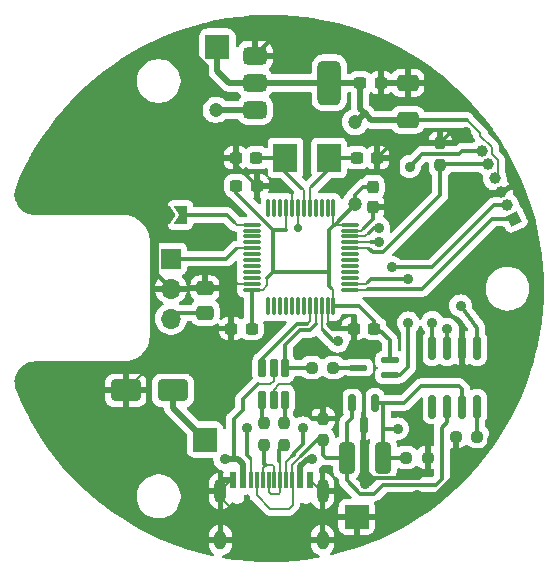
<source format=gbr>
%TF.GenerationSoftware,KiCad,Pcbnew,8.0.6*%
%TF.CreationDate,2024-12-19T11:27:53+03:00*%
%TF.ProjectId,Hall,48616c6c-2e6b-4696-9361-645f70636258,rev?*%
%TF.SameCoordinates,Original*%
%TF.FileFunction,Copper,L1,Top*%
%TF.FilePolarity,Positive*%
%FSLAX46Y46*%
G04 Gerber Fmt 4.6, Leading zero omitted, Abs format (unit mm)*
G04 Created by KiCad (PCBNEW 8.0.6) date 2024-12-19 11:27:53*
%MOMM*%
%LPD*%
G01*
G04 APERTURE LIST*
G04 Aperture macros list*
%AMRoundRect*
0 Rectangle with rounded corners*
0 $1 Rounding radius*
0 $2 $3 $4 $5 $6 $7 $8 $9 X,Y pos of 4 corners*
0 Add a 4 corners polygon primitive as box body*
4,1,4,$2,$3,$4,$5,$6,$7,$8,$9,$2,$3,0*
0 Add four circle primitives for the rounded corners*
1,1,$1+$1,$2,$3*
1,1,$1+$1,$4,$5*
1,1,$1+$1,$6,$7*
1,1,$1+$1,$8,$9*
0 Add four rect primitives between the rounded corners*
20,1,$1+$1,$2,$3,$4,$5,0*
20,1,$1+$1,$4,$5,$6,$7,0*
20,1,$1+$1,$6,$7,$8,$9,0*
20,1,$1+$1,$8,$9,$2,$3,0*%
%AMHorizOval*
0 Thick line with rounded ends*
0 $1 width*
0 $2 $3 position (X,Y) of the first rounded end (center of the circle)*
0 $4 $5 position (X,Y) of the second rounded end (center of the circle)*
0 Add line between two ends*
20,1,$1,$2,$3,$4,$5,0*
0 Add two circle primitives to create the rounded ends*
1,1,$1,$2,$3*
1,1,$1,$4,$5*%
%AMRotRect*
0 Rectangle, with rotation*
0 The origin of the aperture is its center*
0 $1 length*
0 $2 width*
0 $3 Rotation angle, in degrees counterclockwise*
0 Add horizontal line*
21,1,$1,$2,0,0,$3*%
%AMFreePoly0*
4,1,6,1.000000,0.000000,0.500000,-0.750000,-0.500000,-0.750000,-0.500000,0.750000,0.500000,0.750000,1.000000,0.000000,1.000000,0.000000,$1*%
%AMFreePoly1*
4,1,6,0.500000,-0.750000,-0.650000,-0.750000,-0.150000,0.000000,-0.650000,0.750000,0.500000,0.750000,0.500000,-0.750000,0.500000,-0.750000,$1*%
G04 Aperture macros list end*
%TA.AperFunction,SMDPad,CuDef*%
%ADD10FreePoly0,0.000000*%
%TD*%
%TA.AperFunction,SMDPad,CuDef*%
%ADD11FreePoly1,0.000000*%
%TD*%
%TA.AperFunction,SMDPad,CuDef*%
%ADD12RoundRect,0.150000X-0.150000X0.587500X-0.150000X-0.587500X0.150000X-0.587500X0.150000X0.587500X0*%
%TD*%
%TA.AperFunction,ComponentPad*%
%ADD13R,1.700000X1.700000*%
%TD*%
%TA.AperFunction,ComponentPad*%
%ADD14O,1.700000X1.700000*%
%TD*%
%TA.AperFunction,ComponentPad*%
%ADD15RoundRect,0.250001X-0.799999X-0.799999X0.799999X-0.799999X0.799999X0.799999X-0.799999X0.799999X0*%
%TD*%
%TA.AperFunction,SMDPad,CuDef*%
%ADD16RoundRect,0.237500X-0.300000X-0.237500X0.300000X-0.237500X0.300000X0.237500X-0.300000X0.237500X0*%
%TD*%
%TA.AperFunction,SMDPad,CuDef*%
%ADD17RoundRect,0.162500X0.162500X-0.617500X0.162500X0.617500X-0.162500X0.617500X-0.162500X-0.617500X0*%
%TD*%
%TA.AperFunction,SMDPad,CuDef*%
%ADD18RoundRect,0.237500X0.300000X0.237500X-0.300000X0.237500X-0.300000X-0.237500X0.300000X-0.237500X0*%
%TD*%
%TA.AperFunction,SMDPad,CuDef*%
%ADD19RoundRect,0.112500X0.637500X-0.112500X0.637500X0.112500X-0.637500X0.112500X-0.637500X-0.112500X0*%
%TD*%
%TA.AperFunction,SMDPad,CuDef*%
%ADD20RoundRect,0.237500X-0.237500X0.300000X-0.237500X-0.300000X0.237500X-0.300000X0.237500X0.300000X0*%
%TD*%
%TA.AperFunction,SMDPad,CuDef*%
%ADD21RoundRect,0.237500X-0.250000X-0.237500X0.250000X-0.237500X0.250000X0.237500X-0.250000X0.237500X0*%
%TD*%
%TA.AperFunction,SMDPad,CuDef*%
%ADD22RoundRect,0.250000X0.475000X-0.337500X0.475000X0.337500X-0.475000X0.337500X-0.475000X-0.337500X0*%
%TD*%
%TA.AperFunction,SMDPad,CuDef*%
%ADD23RoundRect,0.375000X-0.625000X-0.375000X0.625000X-0.375000X0.625000X0.375000X-0.625000X0.375000X0*%
%TD*%
%TA.AperFunction,SMDPad,CuDef*%
%ADD24RoundRect,0.500000X-0.500000X-1.400000X0.500000X-1.400000X0.500000X1.400000X-0.500000X1.400000X0*%
%TD*%
%TA.AperFunction,SMDPad,CuDef*%
%ADD25RoundRect,0.250000X1.000000X0.650000X-1.000000X0.650000X-1.000000X-0.650000X1.000000X-0.650000X0*%
%TD*%
%TA.AperFunction,SMDPad,CuDef*%
%ADD26RoundRect,0.237500X0.237500X-0.250000X0.237500X0.250000X-0.237500X0.250000X-0.237500X-0.250000X0*%
%TD*%
%TA.AperFunction,SMDPad,CuDef*%
%ADD27RoundRect,0.250000X0.650000X-0.412500X0.650000X0.412500X-0.650000X0.412500X-0.650000X-0.412500X0*%
%TD*%
%TA.AperFunction,SMDPad,CuDef*%
%ADD28R,0.600000X1.450000*%
%TD*%
%TA.AperFunction,SMDPad,CuDef*%
%ADD29R,0.300000X1.450000*%
%TD*%
%TA.AperFunction,ComponentPad*%
%ADD30O,1.000000X2.100000*%
%TD*%
%TA.AperFunction,ComponentPad*%
%ADD31O,1.000000X1.600000*%
%TD*%
%TA.AperFunction,SMDPad,CuDef*%
%ADD32R,2.000000X2.400000*%
%TD*%
%TA.AperFunction,SMDPad,CuDef*%
%ADD33RoundRect,0.250000X0.400000X1.075000X-0.400000X1.075000X-0.400000X-1.075000X0.400000X-1.075000X0*%
%TD*%
%TA.AperFunction,SMDPad,CuDef*%
%ADD34RoundRect,0.075000X-0.075000X0.662500X-0.075000X-0.662500X0.075000X-0.662500X0.075000X0.662500X0*%
%TD*%
%TA.AperFunction,SMDPad,CuDef*%
%ADD35RoundRect,0.075000X-0.662500X0.075000X-0.662500X-0.075000X0.662500X-0.075000X0.662500X0.075000X0*%
%TD*%
%TA.AperFunction,SMDPad,CuDef*%
%ADD36RoundRect,0.150000X-0.150000X0.825000X-0.150000X-0.825000X0.150000X-0.825000X0.150000X0.825000X0*%
%TD*%
%TA.AperFunction,ComponentPad*%
%ADD37RotRect,1.000000X1.000000X25.000000*%
%TD*%
%TA.AperFunction,ComponentPad*%
%ADD38HorizOval,1.000000X0.000000X0.000000X0.000000X0.000000X0*%
%TD*%
%TA.AperFunction,ViaPad*%
%ADD39C,0.900000*%
%TD*%
%TA.AperFunction,ViaPad*%
%ADD40C,1.200000*%
%TD*%
%TA.AperFunction,ViaPad*%
%ADD41C,0.700000*%
%TD*%
%TA.AperFunction,Conductor*%
%ADD42C,0.200000*%
%TD*%
%TA.AperFunction,Conductor*%
%ADD43C,0.300000*%
%TD*%
%TA.AperFunction,Conductor*%
%ADD44C,0.500000*%
%TD*%
G04 APERTURE END LIST*
D10*
%TO.P,JP1,1,A*%
%TO.N,GND*%
X60907000Y-42799000D03*
D11*
%TO.P,JP1,2,B*%
%TO.N,Net-(JP1-B)*%
X62357000Y-42799000D03*
%TD*%
D12*
%TO.P,D1,1,K*%
%TO.N,/CANH*%
X78740000Y-58724800D03*
%TO.P,D1,2,K*%
%TO.N,/CANL*%
X76840000Y-58724800D03*
%TO.P,D1,3,O*%
%TO.N,GND*%
X77790000Y-60599800D03*
%TD*%
D13*
%TO.P,J3,1,Pin_1*%
%TO.N,/ADCin*%
X61500000Y-46500000D03*
D14*
%TO.P,J3,2,Pin_2*%
%TO.N,GND*%
X61500000Y-49040000D03*
%TO.P,J3,3,Pin_3*%
%TO.N,/VBUS*%
X61500000Y-51580000D03*
%TD*%
D15*
%TO.P,J4,1,Pin_1*%
%TO.N,GND*%
X77216000Y-68376800D03*
%TD*%
D16*
%TO.P,C7,1*%
%TO.N,+3V3*%
X77523000Y-31623000D03*
%TO.P,C7,2*%
%TO.N,GND*%
X79248000Y-31623000D03*
%TD*%
D15*
%TO.P,J5,1,Pin_1*%
%TO.N,+3V3*%
X65405000Y-28575000D03*
%TD*%
D17*
%TO.P,U3,1,I/O1*%
%TO.N,Net-(R4-Pad2)*%
X69220000Y-58453000D03*
%TO.P,U3,2,GND*%
%TO.N,GND*%
X70170000Y-58453000D03*
%TO.P,U3,3,I/O2*%
%TO.N,Net-(R3-Pad2)*%
X71120000Y-58453000D03*
%TO.P,U3,4,I/O2*%
%TO.N,/USBDP*%
X71120000Y-55753000D03*
%TO.P,U3,5,VBUS*%
%TO.N,/VBUS*%
X70170000Y-55753000D03*
%TO.P,U3,6,I/O1*%
%TO.N,/USBDM*%
X69220000Y-55753000D03*
%TD*%
D18*
%TO.P,C8,1*%
%TO.N,+3V3*%
X68323800Y-52425600D03*
%TO.P,C8,2*%
%TO.N,GND*%
X66598800Y-52425600D03*
%TD*%
D19*
%TO.P,Q1,1,B*%
%TO.N,/USB_PU*%
X80019200Y-56377600D03*
%TO.P,Q1,2,E*%
%TO.N,+3V3*%
X80019200Y-55077600D03*
%TO.P,Q1,3,C*%
%TO.N,Net-(Q1-C)*%
X77359200Y-55727600D03*
%TD*%
D18*
%TO.P,C2,1*%
%TO.N,/OSC_OUT*%
X68707000Y-37973000D03*
%TO.P,C2,2*%
%TO.N,GND*%
X66982000Y-37973000D03*
%TD*%
D20*
%TO.P,C5,1*%
%TO.N,+3V3*%
X78587600Y-40439000D03*
%TO.P,C5,2*%
%TO.N,GND*%
X78587600Y-42164000D03*
%TD*%
D21*
%TO.P,R5,1*%
%TO.N,/USBDP*%
X73407900Y-55727600D03*
%TO.P,R5,2*%
%TO.N,Net-(Q1-C)*%
X75232900Y-55727600D03*
%TD*%
D22*
%TO.P,C3,1*%
%TO.N,/VBUS*%
X64363600Y-51097000D03*
%TO.P,C3,2*%
%TO.N,GND*%
X64363600Y-49022000D03*
%TD*%
D15*
%TO.P,J2,1,Pin_1*%
%TO.N,/VBUS*%
X64363600Y-61823600D03*
%TD*%
D23*
%TO.P,U2,1,GND*%
%TO.N,GND*%
X68605000Y-29323000D03*
%TO.P,U2,2,VO*%
%TO.N,+3V3*%
X68605000Y-31623000D03*
D24*
X74905000Y-31623000D03*
D23*
%TO.P,U2,3,VI*%
%TO.N,/VBUS*%
X68605000Y-33923000D03*
%TD*%
D25*
%TO.P,D2,1,A1*%
%TO.N,/VBUS*%
X61658000Y-57658000D03*
%TO.P,D2,2,A2*%
%TO.N,GND*%
X57658000Y-57658000D03*
%TD*%
D26*
%TO.P,R1,1*%
%TO.N,/BOOT0*%
X84277200Y-38557200D03*
%TO.P,R1,2*%
%TO.N,GND*%
X84277200Y-36732200D03*
%TD*%
D21*
%TO.P,R7,1*%
%TO.N,GND*%
X85599900Y-61569600D03*
%TO.P,R7,2*%
%TO.N,Net-(U4-Rs)*%
X87424900Y-61569600D03*
%TD*%
D27*
%TO.P,C9,1*%
%TO.N,+3V3*%
X81534000Y-34748000D03*
%TO.P,C9,2*%
%TO.N,GND*%
X81534000Y-31623000D03*
%TD*%
D28*
%TO.P,J6,A1,GND*%
%TO.N,GND*%
X66750000Y-65250000D03*
%TO.P,J6,A4,VBUS*%
%TO.N,/VBUS*%
X67550000Y-65250000D03*
D29*
%TO.P,J6,A5,CC1*%
%TO.N,/CANL*%
X68750000Y-65250000D03*
%TO.P,J6,A6,D+*%
%TO.N,/DP*%
X69750000Y-65250000D03*
%TO.P,J6,A7,D-*%
%TO.N,/DM*%
X70250000Y-65250000D03*
%TO.P,J6,A8,SBU1*%
%TO.N,/CANH*%
X71250000Y-65250000D03*
D28*
%TO.P,J6,A9,VBUS*%
%TO.N,/VBUS*%
X72450000Y-65250000D03*
%TO.P,J6,A12,GND*%
%TO.N,GND*%
X73250000Y-65250000D03*
%TO.P,J6,B1,GND*%
X73250000Y-65250000D03*
%TO.P,J6,B4,VBUS*%
%TO.N,/VBUS*%
X72450000Y-65250000D03*
D29*
%TO.P,J6,B5,CC2*%
%TO.N,/CANL*%
X71750000Y-65250000D03*
%TO.P,J6,B6,D+*%
%TO.N,/DP*%
X70750000Y-65250000D03*
%TO.P,J6,B7,D-*%
%TO.N,/DM*%
X69250000Y-65250000D03*
%TO.P,J6,B8,SBU2*%
%TO.N,/CANH*%
X68250000Y-65250000D03*
D28*
%TO.P,J6,B9,VBUS*%
%TO.N,/VBUS*%
X67550000Y-65250000D03*
%TO.P,J6,B12,GND*%
%TO.N,GND*%
X66750000Y-65250000D03*
D30*
%TO.P,J6,S1,SHIELD*%
X65680000Y-66165000D03*
D31*
X65680000Y-70345000D03*
D30*
X74320000Y-66165000D03*
D31*
X74320000Y-70345000D03*
%TD*%
D26*
%TO.P,R4,1*%
%TO.N,/DM*%
X69392800Y-62280800D03*
%TO.P,R4,2*%
%TO.N,Net-(R4-Pad2)*%
X69392800Y-60455800D03*
%TD*%
D32*
%TO.P,Y1,1,1*%
%TO.N,/OSC_IN*%
X74875000Y-37973000D03*
%TO.P,Y1,2,2*%
%TO.N,/OSC_OUT*%
X71175000Y-37973000D03*
%TD*%
D18*
%TO.P,C6,1*%
%TO.N,+3V3*%
X78687000Y-52425600D03*
%TO.P,C6,2*%
%TO.N,GND*%
X76962000Y-52425600D03*
%TD*%
D16*
%TO.P,C1,1*%
%TO.N,/OSC_IN*%
X77216000Y-37973000D03*
%TO.P,C1,2*%
%TO.N,GND*%
X78941000Y-37973000D03*
%TD*%
D26*
%TO.P,R3,1*%
%TO.N,/DP*%
X71018400Y-62280800D03*
%TO.P,R3,2*%
%TO.N,Net-(R3-Pad2)*%
X71018400Y-60455800D03*
%TD*%
D21*
%TO.P,R8,1*%
%TO.N,/CANH*%
X81385400Y-63347600D03*
%TO.P,R8,2*%
%TO.N,GND*%
X83210400Y-63347600D03*
%TD*%
D33*
%TO.P,R6,1*%
%TO.N,/CANH*%
X79451200Y-63347600D03*
%TO.P,R6,2*%
%TO.N,/CANL*%
X76351200Y-63347600D03*
%TD*%
D34*
%TO.P,U1,1,VBAT*%
%TO.N,+3V3*%
X75241600Y-42217900D03*
%TO.P,U1,2,PC13*%
%TO.N,unconnected-(U1-PC13-Pad2)*%
X74741600Y-42217900D03*
%TO.P,U1,3,PC14*%
%TO.N,unconnected-(U1-PC14-Pad3)*%
X74241600Y-42217900D03*
%TO.P,U1,4,PC15*%
%TO.N,unconnected-(U1-PC15-Pad4)*%
X73741600Y-42217900D03*
%TO.P,U1,5,PD0*%
%TO.N,/OSC_IN*%
X73241600Y-42217900D03*
%TO.P,U1,6,PD1*%
%TO.N,/OSC_OUT*%
X72741600Y-42217900D03*
%TO.P,U1,7,NRST*%
%TO.N,/NRST*%
X72241600Y-42217900D03*
%TO.P,U1,8,VSSA*%
%TO.N,GND*%
X71741600Y-42217900D03*
%TO.P,U1,9,VDDA*%
%TO.N,+3V3*%
X71241600Y-42217900D03*
%TO.P,U1,10,PA0*%
%TO.N,unconnected-(U1-PA0-Pad10)*%
X70741600Y-42217900D03*
%TO.P,U1,11,PA1*%
%TO.N,unconnected-(U1-PA1-Pad11)*%
X70241600Y-42217900D03*
%TO.P,U1,12,PA2*%
%TO.N,unconnected-(U1-PA2-Pad12)*%
X69741600Y-42217900D03*
D35*
%TO.P,U1,13,PA3*%
%TO.N,Net-(JP1-B)*%
X68329100Y-43630400D03*
%TO.P,U1,14,PA4*%
%TO.N,unconnected-(U1-PA4-Pad14)*%
X68329100Y-44130400D03*
%TO.P,U1,15,PA5*%
%TO.N,unconnected-(U1-PA5-Pad15)*%
X68329100Y-44630400D03*
%TO.P,U1,16,PA6*%
%TO.N,unconnected-(U1-PA6-Pad16)*%
X68329100Y-45130400D03*
%TO.P,U1,17,PA7*%
%TO.N,/ADCin*%
X68329100Y-45630400D03*
%TO.P,U1,18,PB0*%
%TO.N,unconnected-(U1-PB0-Pad18)*%
X68329100Y-46130400D03*
%TO.P,U1,19,PB1*%
%TO.N,unconnected-(U1-PB1-Pad19)*%
X68329100Y-46630400D03*
%TO.P,U1,20,PB2*%
%TO.N,unconnected-(U1-PB2-Pad20)*%
X68329100Y-47130400D03*
%TO.P,U1,21,PB10*%
%TO.N,unconnected-(U1-PB10-Pad21)*%
X68329100Y-47630400D03*
%TO.P,U1,22,PB11*%
%TO.N,unconnected-(U1-PB11-Pad22)*%
X68329100Y-48130400D03*
%TO.P,U1,23,VSS*%
%TO.N,GND*%
X68329100Y-48630400D03*
%TO.P,U1,24,VDD*%
%TO.N,+3V3*%
X68329100Y-49130400D03*
D34*
%TO.P,U1,25,PB12*%
%TO.N,unconnected-(U1-PB12-Pad25)*%
X69741600Y-50542900D03*
%TO.P,U1,26,PB13*%
%TO.N,unconnected-(U1-PB13-Pad26)*%
X70241600Y-50542900D03*
%TO.P,U1,27,PB14*%
%TO.N,unconnected-(U1-PB14-Pad27)*%
X70741600Y-50542900D03*
%TO.P,U1,28,PB15*%
%TO.N,unconnected-(U1-PB15-Pad28)*%
X71241600Y-50542900D03*
%TO.P,U1,29,PA8*%
%TO.N,unconnected-(U1-PA8-Pad29)*%
X71741600Y-50542900D03*
%TO.P,U1,30,PA9*%
%TO.N,unconnected-(U1-PA9-Pad30)*%
X72241600Y-50542900D03*
%TO.P,U1,31,PA10*%
%TO.N,unconnected-(U1-PA10-Pad31)*%
X72741600Y-50542900D03*
%TO.P,U1,32,PA11*%
%TO.N,/USBDM*%
X73241600Y-50542900D03*
%TO.P,U1,33,PA12*%
%TO.N,/USBDP*%
X73741600Y-50542900D03*
%TO.P,U1,34,PA13*%
%TO.N,/SWDIO*%
X74241600Y-50542900D03*
%TO.P,U1,35,VSS*%
%TO.N,GND*%
X74741600Y-50542900D03*
%TO.P,U1,36,VDD*%
%TO.N,+3V3*%
X75241600Y-50542900D03*
D35*
%TO.P,U1,37,PA14*%
%TO.N,/SWCLK*%
X76654100Y-49130400D03*
%TO.P,U1,38,PA15*%
%TO.N,/USB_PU*%
X76654100Y-48630400D03*
%TO.P,U1,39,PB3*%
%TO.N,unconnected-(U1-PB3-Pad39)*%
X76654100Y-48130400D03*
%TO.P,U1,40,PB4*%
%TO.N,unconnected-(U1-PB4-Pad40)*%
X76654100Y-47630400D03*
%TO.P,U1,41,PB5*%
%TO.N,unconnected-(U1-PB5-Pad41)*%
X76654100Y-47130400D03*
%TO.P,U1,42,PB6*%
%TO.N,unconnected-(U1-PB6-Pad42)*%
X76654100Y-46630400D03*
%TO.P,U1,43,PB7*%
%TO.N,unconnected-(U1-PB7-Pad43)*%
X76654100Y-46130400D03*
%TO.P,U1,44,BOOT0*%
%TO.N,/BOOT0*%
X76654100Y-45630400D03*
%TO.P,U1,45,PB8*%
%TO.N,/CANRX*%
X76654100Y-45130400D03*
%TO.P,U1,46,PB9*%
%TO.N,/CANTX*%
X76654100Y-44630400D03*
%TO.P,U1,47,VSS*%
%TO.N,GND*%
X76654100Y-44130400D03*
%TO.P,U1,48,VDD*%
%TO.N,+3V3*%
X76654100Y-43630400D03*
%TD*%
D16*
%TO.P,C4,1*%
%TO.N,+3V3*%
X67007400Y-40335200D03*
%TO.P,C4,2*%
%TO.N,GND*%
X68732400Y-40335200D03*
%TD*%
D26*
%TO.P,R9,1*%
%TO.N,/CANL*%
X74371200Y-61870600D03*
%TO.P,R9,2*%
%TO.N,GND*%
X74371200Y-60045600D03*
%TD*%
D36*
%TO.P,U4,1,TXD*%
%TO.N,/CANTX*%
X87426800Y-54079600D03*
%TO.P,U4,2,VSS*%
%TO.N,GND*%
X86156800Y-54079600D03*
%TO.P,U4,3,VDD*%
%TO.N,/VBUS*%
X84886800Y-54079600D03*
%TO.P,U4,4,RXD*%
%TO.N,/CANRX*%
X83616800Y-54079600D03*
%TO.P,U4,5,Vref*%
%TO.N,unconnected-(U4-Vref-Pad5)*%
X83616800Y-59029600D03*
%TO.P,U4,6,CANL*%
%TO.N,/CANL*%
X84886800Y-59029600D03*
%TO.P,U4,7,CANH*%
%TO.N,/CANH*%
X86156800Y-59029600D03*
%TO.P,U4,8,Rs*%
%TO.N,Net-(U4-Rs)*%
X87426800Y-59029600D03*
%TD*%
D37*
%TO.P,J1,1,Pin_1*%
%TO.N,/SWCLK*%
X90510175Y-43127834D03*
D38*
%TO.P,J1,2,Pin_2*%
%TO.N,/SWDIO*%
X89973450Y-41976823D03*
%TO.P,J1,3,Pin_3*%
%TO.N,GND*%
X89436725Y-40825812D03*
%TO.P,J1,4,Pin_4*%
%TO.N,+3V3*%
X88900000Y-39674800D03*
%TO.P,J1,5,Pin_5*%
%TO.N,/BOOT0*%
X88363274Y-38523790D03*
%TO.P,J1,6,Pin_6*%
%TO.N,/NRST*%
X87826549Y-37372780D03*
%TD*%
D39*
%TO.N,GND*%
X61671200Y-55168800D03*
X77927200Y-65582800D03*
X66598800Y-55626000D03*
X66598800Y-53695600D03*
X86461600Y-35814000D03*
X84328000Y-32969200D03*
X82346800Y-66548000D03*
X86360000Y-40843200D03*
X82448400Y-40843200D03*
X76962000Y-53797200D03*
X73964800Y-58775600D03*
X82194400Y-60604400D03*
%TO.N,/VBUS*%
X66040000Y-63500000D03*
X84886800Y-52500000D03*
X73406000Y-63500000D03*
D40*
X65278000Y-33909000D03*
%TO.N,+3V3*%
X77063600Y-41910000D03*
X77063600Y-34950400D03*
D39*
%TO.N,/CANH*%
X80670400Y-60909200D03*
X67945000Y-60833000D03*
X72644000Y-60833000D03*
D41*
%TO.N,/NRST*%
X72237600Y-43942000D03*
D39*
X81686400Y-38709600D03*
%TO.N,/SWDIO*%
X80162400Y-47244000D03*
X75590400Y-53492400D03*
%TO.N,/USB_PU*%
X81584800Y-48262800D03*
X81584800Y-51943000D03*
%TO.N,/CANTX*%
X86004400Y-50500000D03*
X79095600Y-43891200D03*
%TO.N,/CANRX*%
X79095600Y-45059600D03*
X83616800Y-51917600D03*
%TD*%
D42*
%TO.N,+3V3*%
X88900000Y-39674800D02*
X89163274Y-39411526D01*
X86564000Y-34748000D02*
X86514000Y-34748000D01*
X89163274Y-39411526D02*
X89163274Y-38192419D01*
X89163274Y-38192419D02*
X88626549Y-37655694D01*
X88626549Y-37041409D02*
X87680800Y-36095660D01*
X88626549Y-37655694D02*
X88626549Y-37041409D01*
X87680800Y-36095660D02*
X87680800Y-35864800D01*
X87680800Y-35864800D02*
X86564000Y-34748000D01*
D43*
X81534000Y-34748000D02*
X86514000Y-34748000D01*
%TO.N,GND*%
X66598800Y-55626000D02*
X62230000Y-55626000D01*
X62230000Y-55626000D02*
X59690000Y-55626000D01*
D42*
X61671200Y-55168800D02*
X62128400Y-55626000D01*
X62128400Y-55626000D02*
X62230000Y-55626000D01*
X77876400Y-53797200D02*
X78689200Y-54610000D01*
X78689200Y-54610000D02*
X78689200Y-56337200D01*
X76962000Y-53797200D02*
X77876400Y-53797200D01*
X78689200Y-56337200D02*
X77622400Y-57404000D01*
D43*
%TO.N,/CANL*%
X84886800Y-59029600D02*
X84886800Y-60350400D01*
X84886800Y-60350400D02*
X84429600Y-60807600D01*
X84429600Y-60807600D02*
X84429600Y-65125600D01*
X84429600Y-65125600D02*
X83921600Y-65633600D01*
X83921600Y-65633600D02*
X79451200Y-65633600D01*
X79451200Y-65633600D02*
X78689200Y-66395600D01*
X78689200Y-66395600D02*
X77470000Y-66395600D01*
X77470000Y-66395600D02*
X76351200Y-65276800D01*
X76351200Y-65276800D02*
X76351200Y-63347600D01*
D42*
%TO.N,GND*%
X77790000Y-65445600D02*
X77927200Y-65582800D01*
X77790000Y-64058800D02*
X77790000Y-65445600D01*
D43*
X77790000Y-60599800D02*
X77790000Y-64058800D01*
X77790000Y-64058800D02*
X77790000Y-64277200D01*
D42*
X57658000Y-57658000D02*
X59690000Y-55626000D01*
D43*
X66598800Y-55626000D02*
X66598800Y-53695600D01*
X68605000Y-29323000D02*
X68605000Y-28117400D01*
X67564000Y-27051000D02*
X67310000Y-26797000D01*
X64516000Y-32969200D02*
X63398400Y-34086800D01*
X68605000Y-28117400D02*
X67564000Y-27076400D01*
X67564000Y-27076400D02*
X67564000Y-27051000D01*
X67310000Y-26797000D02*
X64008000Y-26797000D01*
X63398400Y-34086800D02*
X63398400Y-37973000D01*
X64008000Y-26797000D02*
X63373000Y-27432000D01*
X63373000Y-27432000D02*
X63373000Y-29032200D01*
X63373000Y-29032200D02*
X64516000Y-30175200D01*
X64516000Y-30175200D02*
X64516000Y-32969200D01*
D42*
X70612000Y-57150000D02*
X72009000Y-57150000D01*
D43*
X80772000Y-36732200D02*
X80181800Y-36732200D01*
X74371200Y-59182000D02*
X73964800Y-58775600D01*
X80670400Y-36833800D02*
X80772000Y-36732200D01*
X88392000Y-61772800D02*
X88696800Y-61468000D01*
X83870800Y-66548000D02*
X85599900Y-64818900D01*
D42*
X65680000Y-66170000D02*
X65680000Y-66720000D01*
D43*
X74371200Y-60045600D02*
X74371200Y-59182000D01*
X60907000Y-40032600D02*
X60907000Y-42799000D01*
X77216000Y-68376800D02*
X74343200Y-68376800D01*
X85599900Y-64818900D02*
X85599900Y-62738000D01*
X77790000Y-60599800D02*
X77790000Y-57571600D01*
X82981800Y-31623000D02*
X84328000Y-32969200D01*
X66982000Y-38584800D02*
X68732400Y-40335200D01*
D42*
X70170000Y-58453000D02*
X70170000Y-57592000D01*
D43*
X78587600Y-43129200D02*
X77825600Y-43891200D01*
X88696800Y-61468000D02*
X88696800Y-57861200D01*
X60290000Y-47830000D02*
X61500000Y-49040000D01*
X73250800Y-58391800D02*
X72009000Y-57150000D01*
D42*
X74320000Y-68400000D02*
X74320000Y-68529200D01*
D43*
X86461600Y-35814000D02*
X85195400Y-35814000D01*
X89436724Y-40825812D02*
X86377388Y-40825812D01*
D42*
X65680000Y-66720000D02*
X67540000Y-68580000D01*
D43*
X81534000Y-31623000D02*
X82981800Y-31623000D01*
X81534000Y-31623000D02*
X79248000Y-31623000D01*
X68605000Y-29323000D02*
X69988000Y-27940000D01*
X79502000Y-42164000D02*
X80670400Y-40995600D01*
X60290000Y-43416000D02*
X60290000Y-47830000D01*
X60907000Y-42799000D02*
X60290000Y-43416000D01*
X64345600Y-49040000D02*
X64363600Y-49022000D01*
X66598800Y-49123600D02*
X66497200Y-49022000D01*
X74343200Y-68376800D02*
X74320000Y-68400000D01*
X87934800Y-62738000D02*
X88392000Y-62280800D01*
X76962000Y-52425600D02*
X75133200Y-52425600D01*
X66598800Y-49123600D02*
X66903600Y-48818800D01*
X83210400Y-63347600D02*
X83210400Y-61620400D01*
X78587600Y-42164000D02*
X78587600Y-43129200D01*
X88696800Y-57861200D02*
X86156800Y-55321200D01*
X73250000Y-65250000D02*
X73250800Y-65249200D01*
X83210400Y-61620400D02*
X82194400Y-60604400D01*
X77216000Y-68376800D02*
X80518000Y-68376800D01*
X80518000Y-68376800D02*
X82346800Y-66548000D01*
X88392000Y-62280800D02*
X88392000Y-61772800D01*
X75133200Y-52425600D02*
X74777600Y-52070000D01*
X80670400Y-40843200D02*
X80670400Y-36833800D01*
X78585600Y-65072800D02*
X82450400Y-65072800D01*
X79248000Y-29591000D02*
X79248000Y-31623000D01*
X62966600Y-37973000D02*
X60907000Y-40032600D01*
D42*
X76654100Y-44130400D02*
X77586400Y-44130400D01*
D43*
X66598800Y-52425600D02*
X66598800Y-49123600D01*
X77622400Y-57404000D02*
X75336400Y-57404000D01*
D42*
X67092000Y-48630400D02*
X66903600Y-48818800D01*
D43*
X85599900Y-62738000D02*
X87934800Y-62738000D01*
D42*
X74741600Y-50542900D02*
X74741600Y-52034000D01*
D43*
X84277200Y-36732200D02*
X80772000Y-36732200D01*
X85195400Y-35814000D02*
X84277200Y-36732200D01*
D42*
X67540000Y-68580000D02*
X74269200Y-68580000D01*
X71741600Y-42217900D02*
X71741600Y-40855200D01*
D43*
X76962000Y-52425600D02*
X76962000Y-53797200D01*
X85599900Y-62738000D02*
X85599900Y-61569600D01*
D42*
X74320000Y-68529200D02*
X74320000Y-70350000D01*
D43*
X66982000Y-37973000D02*
X63398400Y-37973000D01*
X86156800Y-55321200D02*
X86156800Y-54079600D01*
X69988000Y-27940000D02*
X77597000Y-27940000D01*
D42*
X77586400Y-44130400D02*
X77825600Y-43891200D01*
D43*
X82346800Y-66548000D02*
X83870800Y-66548000D01*
X80181800Y-36732200D02*
X78941000Y-37973000D01*
X66982000Y-37973000D02*
X66982000Y-38584800D01*
X75336400Y-57404000D02*
X73964800Y-58775600D01*
X66598800Y-53695600D02*
X66598800Y-52425600D01*
X66497200Y-49022000D02*
X64363600Y-49022000D01*
D42*
X74165000Y-66170000D02*
X73250000Y-65255000D01*
D43*
X61500000Y-49040000D02*
X64345600Y-49040000D01*
D42*
X66750000Y-65255000D02*
X66595000Y-65255000D01*
D43*
X63398400Y-37973000D02*
X62966600Y-37973000D01*
X77790000Y-57571600D02*
X77622400Y-57404000D01*
X86377388Y-40825812D02*
X86360000Y-40843200D01*
X68732400Y-40335200D02*
X71221600Y-40335200D01*
X78587600Y-42164000D02*
X79502000Y-42164000D01*
D42*
X74269200Y-68580000D02*
X74320000Y-68529200D01*
X65680000Y-70350000D02*
X74320000Y-70350000D01*
X68329100Y-48630400D02*
X67092000Y-48630400D01*
D43*
X73250800Y-58775600D02*
X73964800Y-58775600D01*
D42*
X74741600Y-52034000D02*
X74777600Y-52070000D01*
X66595000Y-65255000D02*
X65680000Y-66170000D01*
D43*
X73250800Y-58775600D02*
X73250800Y-58391800D01*
X71221600Y-40335200D02*
X71741600Y-40855200D01*
X82448400Y-40843200D02*
X80670400Y-40843200D01*
D42*
X74320000Y-66170000D02*
X74165000Y-66170000D01*
D43*
X80670400Y-40995600D02*
X80670400Y-40843200D01*
D42*
X74320000Y-66170000D02*
X74320000Y-68400000D01*
D43*
X82450400Y-65072800D02*
X83210400Y-64312800D01*
X77597000Y-27940000D02*
X79248000Y-29591000D01*
X77790000Y-64277200D02*
X78585600Y-65072800D01*
D42*
X70170000Y-57592000D02*
X70612000Y-57150000D01*
D43*
X83210400Y-64312800D02*
X83210400Y-63347600D01*
%TO.N,/OSC_IN*%
X77216000Y-37973000D02*
X74875000Y-37973000D01*
D42*
X73241600Y-42217900D02*
X73241600Y-40550400D01*
D43*
X74875000Y-37973000D02*
X74875000Y-38917000D01*
D42*
X73241600Y-40550400D02*
X73406000Y-40386000D01*
D43*
X74875000Y-38917000D02*
X73406000Y-40386000D01*
%TO.N,/OSC_OUT*%
X71175000Y-37973000D02*
X71175000Y-39171000D01*
D42*
X72741600Y-40737600D02*
X72517000Y-40513000D01*
X72741600Y-42217900D02*
X72741600Y-40737600D01*
D43*
X68707000Y-37973000D02*
X71175000Y-37973000D01*
X71175000Y-39171000D02*
X72517000Y-40513000D01*
D44*
%TO.N,/VBUS*%
X66802000Y-63500000D02*
X66040000Y-63500000D01*
D43*
X66802000Y-63500000D02*
X66802000Y-60071000D01*
D44*
X67550000Y-65250000D02*
X67550000Y-63867000D01*
D43*
X61983000Y-51097000D02*
X61500000Y-51580000D01*
D44*
X65292000Y-33923000D02*
X65278000Y-33909000D01*
X61658000Y-57658000D02*
X61658000Y-59118000D01*
D42*
X70170000Y-56830000D02*
X69850000Y-57150000D01*
D44*
X68605000Y-33923000D02*
X65292000Y-33923000D01*
X61658000Y-59118000D02*
X64363600Y-61823600D01*
D42*
X69850000Y-57150000D02*
X68834000Y-57150000D01*
X70170000Y-55753000D02*
X70170000Y-56830000D01*
D44*
X72450000Y-64105000D02*
X72450000Y-65250000D01*
X67564000Y-65241000D02*
X67550000Y-65255000D01*
X67550000Y-63867000D02*
X67183000Y-63500000D01*
X67183000Y-63500000D02*
X66802000Y-63500000D01*
D43*
X66802000Y-60071000D02*
X67564000Y-59309000D01*
X84886800Y-54079600D02*
X84886800Y-52500000D01*
X67564000Y-59309000D02*
X67564000Y-58420000D01*
X68834000Y-57150000D02*
X67564000Y-58420000D01*
X64363600Y-51097000D02*
X61983000Y-51097000D01*
D44*
X73406000Y-63500000D02*
X73055000Y-63500000D01*
X73055000Y-63500000D02*
X72450000Y-64105000D01*
D43*
%TO.N,+3V3*%
X78687000Y-52425600D02*
X79054000Y-52425600D01*
D44*
X78436000Y-34748000D02*
X77876400Y-34188400D01*
D43*
X68323800Y-52425600D02*
X68323800Y-49145700D01*
D44*
X65405000Y-28575000D02*
X65405000Y-30607000D01*
D43*
X74865600Y-44094400D02*
X75329600Y-43630400D01*
X78687000Y-52425600D02*
X78687000Y-51813800D01*
X80019200Y-55077600D02*
X80019200Y-53390800D01*
D42*
X75241600Y-43542400D02*
X75329600Y-43630400D01*
D43*
X77063600Y-41097200D02*
X77063600Y-41910000D01*
D44*
X74905000Y-31623000D02*
X68605000Y-31623000D01*
D43*
X70147862Y-44094400D02*
X71221600Y-44094400D01*
D44*
X77876400Y-34188400D02*
X77523000Y-33835000D01*
D42*
X75241600Y-49181200D02*
X75031600Y-48971200D01*
D44*
X77114400Y-34950400D02*
X77876400Y-34188400D01*
D43*
X75343200Y-43630400D02*
X77063600Y-41910000D01*
X68323800Y-49145700D02*
X68329100Y-49140400D01*
X75329600Y-43630400D02*
X75343200Y-43630400D01*
X67007400Y-40335200D02*
X67007400Y-40953938D01*
X77416100Y-50542900D02*
X75251600Y-50542900D01*
X78587600Y-40439000D02*
X77721800Y-40439000D01*
X70147862Y-47657338D02*
X69646800Y-48158400D01*
X70147862Y-47657338D02*
X74858662Y-47657338D01*
X74930000Y-48869600D02*
X75031600Y-48971200D01*
X74865600Y-48805200D02*
X74930000Y-48869600D01*
X78687000Y-51813800D02*
X77416100Y-50542900D01*
X70147862Y-44094400D02*
X70147862Y-47657338D01*
X67007400Y-40953938D02*
X70147862Y-44094400D01*
D42*
X75241600Y-42217900D02*
X75241600Y-43542400D01*
X69284400Y-49130400D02*
X69646800Y-48768000D01*
D43*
X77721800Y-40439000D02*
X77063600Y-41097200D01*
X74865600Y-44094400D02*
X74865600Y-47650400D01*
D42*
X75329600Y-43630400D02*
X76654100Y-43630400D01*
D43*
X79054000Y-52425600D02*
X80019200Y-53390800D01*
X74858662Y-47657338D02*
X74865600Y-47650400D01*
D42*
X71241600Y-44074400D02*
X71221600Y-44094400D01*
D44*
X66421000Y-31623000D02*
X68605000Y-31623000D01*
X65405000Y-30607000D02*
X66421000Y-31623000D01*
X77523000Y-33835000D02*
X77523000Y-31623000D01*
D42*
X68329100Y-49130400D02*
X69284400Y-49130400D01*
X71241600Y-42217900D02*
X71241600Y-44074400D01*
X75241600Y-50542900D02*
X75241600Y-49181200D01*
D43*
X74865600Y-47650400D02*
X74865600Y-48805200D01*
D44*
X74905000Y-31623000D02*
X77523000Y-31623000D01*
X81534000Y-34748000D02*
X78436000Y-34748000D01*
X77063600Y-34950400D02*
X77114400Y-34950400D01*
D42*
X69646800Y-48768000D02*
X69646800Y-48158400D01*
D43*
%TO.N,/CANH*%
X71882000Y-62992000D02*
X71882000Y-63119000D01*
X82651600Y-57302400D02*
X85902800Y-57302400D01*
D42*
X71250000Y-65250000D02*
X71250000Y-63751000D01*
D43*
X67945000Y-63119000D02*
X68199000Y-63373000D01*
X81229200Y-58724800D02*
X82651600Y-57302400D01*
X81385400Y-63347600D02*
X79451200Y-63347600D01*
D42*
X71250000Y-63751000D02*
X71755000Y-63246000D01*
X68250000Y-63424000D02*
X68199000Y-63373000D01*
D43*
X79451200Y-63347600D02*
X79451200Y-60909200D01*
X85902800Y-57302400D02*
X86156800Y-57556400D01*
X86156800Y-57556400D02*
X86156800Y-59029600D01*
X72644000Y-60833000D02*
X72644000Y-62230000D01*
X78740000Y-58724800D02*
X79451200Y-58724800D01*
D42*
X68250000Y-65250000D02*
X68250000Y-63424000D01*
D43*
X79451200Y-58724800D02*
X81229200Y-58724800D01*
X79451200Y-60909200D02*
X79451200Y-58724800D01*
X80670400Y-60909200D02*
X79451200Y-60909200D01*
X72644000Y-62230000D02*
X71882000Y-62992000D01*
X71882000Y-63119000D02*
X71755000Y-63246000D01*
X67945000Y-60833000D02*
X67945000Y-63119000D01*
%TO.N,/CANL*%
X76840000Y-59964400D02*
X76840000Y-58724800D01*
D42*
X71780000Y-67361200D02*
X71475600Y-67665600D01*
D43*
X76351200Y-60453200D02*
X76840000Y-59964400D01*
D42*
X71750000Y-65250000D02*
X71750000Y-64013000D01*
X71750000Y-65250000D02*
X71750000Y-65410000D01*
X71750000Y-64013000D02*
X72517000Y-63246000D01*
D43*
X74574400Y-63347600D02*
X76351200Y-63347600D01*
D42*
X71750000Y-65410000D02*
X71780000Y-65440000D01*
D43*
X74371200Y-61870600D02*
X73821730Y-61870600D01*
D42*
X69868981Y-67665600D02*
X71475600Y-67665600D01*
D43*
X74371200Y-63144400D02*
X74574400Y-63347600D01*
D42*
X68750000Y-66546619D02*
X69868981Y-67665600D01*
X71780000Y-65440000D02*
X71780000Y-67361200D01*
X68750000Y-65250000D02*
X68750000Y-66546619D01*
D43*
X73821730Y-61870600D02*
X72481665Y-63210665D01*
X76351200Y-63347600D02*
X76351200Y-60453200D01*
X74371200Y-61870600D02*
X74371200Y-63144400D01*
%TO.N,/NRST*%
X82753200Y-37642800D02*
X81686400Y-38709600D01*
X85852000Y-37642800D02*
X82753200Y-37642800D01*
D42*
X72241600Y-42217900D02*
X72241600Y-43938000D01*
D43*
X86122020Y-37372780D02*
X85852000Y-37642800D01*
D42*
X72241600Y-43938000D02*
X72237600Y-43942000D01*
D43*
X87826549Y-37372780D02*
X86122020Y-37372780D01*
%TO.N,/SWDIO*%
X75234800Y-53492400D02*
X74320400Y-52578000D01*
X89973450Y-41976823D02*
X88833177Y-41976823D01*
X83566000Y-47244000D02*
X84251800Y-46558200D01*
X80162400Y-47244000D02*
X83566000Y-47244000D01*
D42*
X74241600Y-50542900D02*
X74241600Y-52499200D01*
X74241600Y-52499200D02*
X74320400Y-52578000D01*
D43*
X75590400Y-53492400D02*
X75234800Y-53492400D01*
X88833177Y-41976823D02*
X84251800Y-46558200D01*
%TO.N,/SWCLK*%
X88698166Y-43127834D02*
X90510175Y-43127834D01*
X78181200Y-49072800D02*
X82753200Y-49072800D01*
D42*
X76654100Y-49130400D02*
X78123600Y-49130400D01*
D43*
X82753200Y-49072800D02*
X88698166Y-43127834D01*
D42*
X78123600Y-49130400D02*
X78181200Y-49072800D01*
D43*
%TO.N,/BOOT0*%
X78282800Y-45669200D02*
X78587600Y-45974000D01*
X84277200Y-41148000D02*
X84277200Y-38557200D01*
X84310609Y-38523791D02*
X84277200Y-38557200D01*
X79451200Y-45974000D02*
X84277200Y-41148000D01*
D42*
X76654100Y-45630400D02*
X78244000Y-45630400D01*
D43*
X88363274Y-38523791D02*
X84310609Y-38523791D01*
X78587600Y-45974000D02*
X79451200Y-45974000D01*
D42*
X78244000Y-45630400D02*
X78282800Y-45669200D01*
D43*
%TO.N,/ADCin*%
X66174400Y-46500000D02*
X67005200Y-45669200D01*
D42*
X67044000Y-45630400D02*
X67005200Y-45669200D01*
D43*
X61500000Y-46500000D02*
X66174400Y-46500000D01*
D42*
X68329100Y-45630400D02*
X67044000Y-45630400D01*
%TO.N,/DM*%
X69502000Y-64008000D02*
X69250000Y-64260000D01*
X69250000Y-64260000D02*
X69250000Y-65255000D01*
X70250000Y-65255000D02*
X70250000Y-64154000D01*
X70104000Y-64008000D02*
X69502000Y-64008000D01*
D43*
X69392800Y-63898800D02*
X69502000Y-64008000D01*
X69392800Y-62280800D02*
X69392800Y-63898800D01*
D42*
X70250000Y-64154000D02*
X70104000Y-64008000D01*
%TO.N,/DP*%
X70750000Y-63765000D02*
X70612000Y-63627000D01*
X69750000Y-66250000D02*
X69750000Y-65255000D01*
X70750000Y-66283000D02*
X70612000Y-66421000D01*
D43*
X70612000Y-63627000D02*
X70612000Y-62687200D01*
D42*
X70750000Y-65250000D02*
X70750000Y-63765000D01*
X70750000Y-62549200D02*
X71018400Y-62280800D01*
X70612000Y-66421000D02*
X69921000Y-66421000D01*
X70750000Y-65255000D02*
X70750000Y-66283000D01*
X69921000Y-66421000D02*
X69750000Y-66250000D01*
D43*
X70612000Y-62687200D02*
X71018400Y-62280800D01*
%TO.N,Net-(JP1-B)*%
X66827400Y-43434000D02*
X66192400Y-42799000D01*
D42*
X68329100Y-43630400D02*
X67049200Y-43630400D01*
X67049200Y-43630400D02*
X66852800Y-43434000D01*
D43*
X66852800Y-43434000D02*
X66827400Y-43434000D01*
X62357000Y-42799000D02*
X66192400Y-42799000D01*
%TO.N,/USB_PU*%
X81584800Y-55676800D02*
X80884000Y-56377600D01*
X78381600Y-48262800D02*
X78130400Y-48514000D01*
X80884000Y-56377600D02*
X80019200Y-56377600D01*
D42*
X78031600Y-48612800D02*
X78130400Y-48514000D01*
X76654100Y-48630400D02*
X76671700Y-48612800D01*
D43*
X81584800Y-48262800D02*
X78381600Y-48262800D01*
X81584800Y-51943000D02*
X81584800Y-55676800D01*
D42*
X76671700Y-48612800D02*
X78031600Y-48612800D01*
D43*
%TO.N,Net-(Q1-C)*%
X77359200Y-55727600D02*
X75232900Y-55727600D01*
%TO.N,Net-(R3-Pad2)*%
X71120000Y-60354200D02*
X71018400Y-60455800D01*
X71120000Y-58453000D02*
X71120000Y-60354200D01*
%TO.N,Net-(R4-Pad2)*%
X69220000Y-60283000D02*
X69392800Y-60455800D01*
X69220000Y-58453000D02*
X69220000Y-60283000D01*
%TO.N,/USBDP*%
X71120000Y-55753000D02*
X73382500Y-55753000D01*
X71120000Y-53794249D02*
X71120000Y-55753000D01*
X73382500Y-55753000D02*
X73407900Y-55727600D01*
X73251600Y-52529200D02*
X72385049Y-52529200D01*
X72385049Y-52529200D02*
X71120000Y-53794249D01*
X73741600Y-52039200D02*
X73251600Y-52529200D01*
D42*
X73741600Y-50542900D02*
X73741600Y-52039200D01*
D43*
%TO.N,Net-(U4-Rs)*%
X87426800Y-61567700D02*
X87424900Y-61569600D01*
X87426800Y-59029600D02*
X87426800Y-61567700D01*
%TO.N,/USBDM*%
X69220000Y-54973001D02*
X72173801Y-52019200D01*
X72173801Y-52019200D02*
X72999600Y-52019200D01*
X69220000Y-55753000D02*
X69220000Y-54973001D01*
D42*
X73241600Y-50542900D02*
X73241600Y-51777200D01*
X73241600Y-51777200D02*
X72999600Y-52019200D01*
D43*
%TO.N,/CANTX*%
X78689200Y-43891200D02*
X79095600Y-43891200D01*
X78282800Y-44297600D02*
X78689200Y-43891200D01*
D42*
X77950000Y-44630400D02*
X78282800Y-44297600D01*
D43*
X86004400Y-50500000D02*
X87426800Y-52374800D01*
X87426800Y-52374800D02*
X87426800Y-54079600D01*
D42*
X76654100Y-44630400D02*
X77950000Y-44630400D01*
D43*
%TO.N,/CANRX*%
X83616800Y-54079600D02*
X83616800Y-51917600D01*
X78486000Y-45059600D02*
X79095600Y-45059600D01*
X78415200Y-45130400D02*
X78486000Y-45059600D01*
D42*
X76654100Y-45130400D02*
X78415200Y-45130400D01*
%TD*%
%TA.AperFunction,Conductor*%
%TO.N,GND*%
G36*
X82727633Y-58260138D02*
G01*
X82783567Y-58302009D01*
X82807984Y-58367474D01*
X82808300Y-58376320D01*
X82808300Y-59921107D01*
X82811237Y-59958429D01*
X82811238Y-59958435D01*
X82857653Y-60118196D01*
X82857655Y-60118201D01*
X82942344Y-60261403D01*
X82942351Y-60261412D01*
X83059987Y-60379048D01*
X83059996Y-60379055D01*
X83075696Y-60388340D01*
X83203199Y-60463745D01*
X83205533Y-60464423D01*
X83362964Y-60510161D01*
X83362967Y-60510161D01*
X83362969Y-60510162D01*
X83400298Y-60513100D01*
X83400304Y-60513100D01*
X83665684Y-60513100D01*
X83732723Y-60532785D01*
X83778478Y-60585589D01*
X83788422Y-60654747D01*
X83787301Y-60661291D01*
X83771100Y-60742738D01*
X83771100Y-62264399D01*
X83751415Y-62331438D01*
X83698611Y-62377193D01*
X83629453Y-62387137D01*
X83617192Y-62384248D01*
X83617174Y-62384336D01*
X83610556Y-62382919D01*
X83509554Y-62372600D01*
X83460400Y-62372600D01*
X83460400Y-64322599D01*
X83509540Y-64322599D01*
X83509554Y-64322598D01*
X83610556Y-64312280D01*
X83617174Y-64310864D01*
X83617582Y-64312772D01*
X83677902Y-64310687D01*
X83737951Y-64346407D01*
X83769155Y-64408922D01*
X83771100Y-64430800D01*
X83771100Y-64801478D01*
X83751415Y-64868517D01*
X83734781Y-64889159D01*
X83685159Y-64938781D01*
X83623836Y-64972266D01*
X83597478Y-64975100D01*
X80623771Y-64975100D01*
X80556732Y-64955415D01*
X80510977Y-64902611D01*
X80501033Y-64833453D01*
X80518232Y-64786003D01*
X80543315Y-64745338D01*
X80599087Y-64577026D01*
X80609700Y-64473145D01*
X80609699Y-64359512D01*
X80629383Y-64292475D01*
X80682187Y-64246720D01*
X80751345Y-64236776D01*
X80798798Y-64253977D01*
X80817973Y-64265805D01*
X80817974Y-64265805D01*
X80817980Y-64265809D01*
X80983519Y-64320662D01*
X81085687Y-64331100D01*
X81685112Y-64331099D01*
X81787281Y-64320662D01*
X81952820Y-64265809D01*
X82101246Y-64174258D01*
X82216232Y-64059271D01*
X82277551Y-64025789D01*
X82347243Y-64030773D01*
X82391591Y-64059274D01*
X82499861Y-64167544D01*
X82499865Y-64167547D01*
X82646588Y-64258048D01*
X82646599Y-64258053D01*
X82810247Y-64312280D01*
X82911251Y-64322599D01*
X82960399Y-64322598D01*
X82960400Y-64322598D01*
X82960400Y-62372600D01*
X82960399Y-62372599D01*
X82911261Y-62372600D01*
X82911243Y-62372601D01*
X82810247Y-62382919D01*
X82646599Y-62437146D01*
X82646588Y-62437151D01*
X82499865Y-62527652D01*
X82391591Y-62635926D01*
X82330268Y-62669410D01*
X82260576Y-62664426D01*
X82216229Y-62635925D01*
X82101246Y-62520942D01*
X82101242Y-62520939D01*
X81952828Y-62429395D01*
X81952822Y-62429392D01*
X81952820Y-62429391D01*
X81952817Y-62429390D01*
X81787282Y-62374538D01*
X81685114Y-62364100D01*
X81085694Y-62364100D01*
X81085678Y-62364101D01*
X80983517Y-62374538D01*
X80817982Y-62429390D01*
X80817973Y-62429394D01*
X80798795Y-62441224D01*
X80731402Y-62459664D01*
X80664739Y-62438741D01*
X80619970Y-62385099D01*
X80609699Y-62335685D01*
X80609699Y-62222062D01*
X80609698Y-62222046D01*
X80609418Y-62219307D01*
X80599087Y-62118174D01*
X80571232Y-62034114D01*
X80568831Y-61964286D01*
X80604563Y-61904245D01*
X80667084Y-61873052D01*
X80676759Y-61871711D01*
X80858299Y-61853832D01*
X81038977Y-61799023D01*
X81205491Y-61710020D01*
X81351441Y-61590241D01*
X81471220Y-61444291D01*
X81560223Y-61277777D01*
X81615032Y-61097099D01*
X81633538Y-60909200D01*
X81615032Y-60721301D01*
X81560223Y-60540623D01*
X81471220Y-60374109D01*
X81471219Y-60374107D01*
X81351441Y-60228158D01*
X81205492Y-60108380D01*
X81205485Y-60108376D01*
X81038978Y-60019377D01*
X80858301Y-59964568D01*
X80670400Y-59946062D01*
X80482498Y-59964568D01*
X80301825Y-60019375D01*
X80294577Y-60023249D01*
X80292152Y-60024546D01*
X80223750Y-60038787D01*
X80158506Y-60013786D01*
X80117136Y-59957481D01*
X80109700Y-59915187D01*
X80109700Y-59507300D01*
X80129385Y-59440261D01*
X80182189Y-59394506D01*
X80233700Y-59383300D01*
X81294059Y-59383300D01*
X81379644Y-59366275D01*
X81421277Y-59357994D01*
X81541117Y-59308355D01*
X81648969Y-59236291D01*
X82596619Y-58288638D01*
X82657942Y-58255154D01*
X82727633Y-58260138D01*
G37*
%TD.AperFunction*%
%TA.AperFunction,Conductor*%
G36*
X78822903Y-55477741D02*
G01*
X78848430Y-55508331D01*
X78851633Y-55513746D01*
X78887112Y-55573738D01*
X78887118Y-55573746D01*
X78953291Y-55639919D01*
X78986776Y-55701242D01*
X78981792Y-55770934D01*
X78953291Y-55815281D01*
X78887118Y-55881453D01*
X78887111Y-55881462D01*
X78848432Y-55946866D01*
X78797363Y-55994550D01*
X78728621Y-56007053D01*
X78664032Y-55980407D01*
X78624102Y-55923072D01*
X78617700Y-55883745D01*
X78617700Y-55571454D01*
X78637385Y-55504415D01*
X78690189Y-55458660D01*
X78759347Y-55448716D01*
X78822903Y-55477741D01*
G37*
%TD.AperFunction*%
%TA.AperFunction,Conductor*%
G36*
X77159017Y-51221085D02*
G01*
X77179659Y-51237719D01*
X77214589Y-51272649D01*
X77248074Y-51333972D01*
X77243090Y-51403664D01*
X77214589Y-51448011D01*
X77212000Y-51450600D01*
X77212000Y-53400599D01*
X77311140Y-53400599D01*
X77311154Y-53400598D01*
X77412152Y-53390280D01*
X77575800Y-53336053D01*
X77575811Y-53336048D01*
X77722534Y-53245547D01*
X77730801Y-53237280D01*
X77792122Y-53203791D01*
X77861814Y-53208770D01*
X77906170Y-53237274D01*
X77921153Y-53252257D01*
X77921157Y-53252260D01*
X78069571Y-53343804D01*
X78069574Y-53343805D01*
X78069580Y-53343809D01*
X78235119Y-53398662D01*
X78337287Y-53409100D01*
X79036712Y-53409099D01*
X79041174Y-53408643D01*
X79109867Y-53421411D01*
X79141460Y-53444320D01*
X79324381Y-53627241D01*
X79357866Y-53688564D01*
X79360700Y-53714922D01*
X79360700Y-54231421D01*
X79341015Y-54298460D01*
X79288211Y-54344215D01*
X79271295Y-54350497D01*
X79133115Y-54390642D01*
X79133112Y-54390643D01*
X78998062Y-54470511D01*
X78998053Y-54470518D01*
X78887118Y-54581453D01*
X78887111Y-54581462D01*
X78807243Y-54716512D01*
X78807242Y-54716515D01*
X78763470Y-54867177D01*
X78763469Y-54867183D01*
X78760700Y-54902372D01*
X78760700Y-55233745D01*
X78741015Y-55300784D01*
X78688211Y-55346539D01*
X78619053Y-55356483D01*
X78555497Y-55327458D01*
X78529968Y-55296866D01*
X78491288Y-55231462D01*
X78491281Y-55231453D01*
X78380346Y-55120518D01*
X78380337Y-55120511D01*
X78245287Y-55040643D01*
X78245284Y-55040642D01*
X78094622Y-54996870D01*
X78094616Y-54996869D01*
X78059427Y-54994100D01*
X78059420Y-54994100D01*
X76658980Y-54994100D01*
X76658972Y-54994100D01*
X76623783Y-54996869D01*
X76623777Y-54996870D01*
X76473115Y-55040642D01*
X76473114Y-55040642D01*
X76454192Y-55051833D01*
X76391072Y-55069100D01*
X76167551Y-55069100D01*
X76100512Y-55049415D01*
X76077748Y-55028777D01*
X76077165Y-55029361D01*
X76018899Y-54971095D01*
X75948746Y-54900942D01*
X75948743Y-54900940D01*
X75948742Y-54900939D01*
X75800328Y-54809395D01*
X75800322Y-54809392D01*
X75800320Y-54809391D01*
X75744230Y-54790805D01*
X75634782Y-54754538D01*
X75532614Y-54744100D01*
X74933194Y-54744100D01*
X74933178Y-54744101D01*
X74831017Y-54754538D01*
X74665482Y-54809390D01*
X74665471Y-54809395D01*
X74517057Y-54900939D01*
X74408081Y-55009915D01*
X74346758Y-55043399D01*
X74277066Y-55038415D01*
X74232719Y-55009915D01*
X74193899Y-54971095D01*
X74123746Y-54900942D01*
X74123743Y-54900940D01*
X74123742Y-54900939D01*
X73975328Y-54809395D01*
X73975322Y-54809392D01*
X73975320Y-54809391D01*
X73919230Y-54790805D01*
X73809782Y-54754538D01*
X73707614Y-54744100D01*
X73108194Y-54744100D01*
X73108178Y-54744101D01*
X73006017Y-54754538D01*
X72840482Y-54809390D01*
X72840471Y-54809395D01*
X72692057Y-54900939D01*
X72568740Y-55024255D01*
X72561745Y-55035597D01*
X72509797Y-55082322D01*
X72456207Y-55094500D01*
X72063788Y-55094500D01*
X71996749Y-55074815D01*
X71950994Y-55022011D01*
X71945403Y-55007390D01*
X71898880Y-54858093D01*
X71898879Y-54858092D01*
X71898879Y-54858090D01*
X71814579Y-54718642D01*
X71814577Y-54718640D01*
X71814576Y-54718638D01*
X71809950Y-54712733D01*
X71811008Y-54711903D01*
X71781334Y-54657558D01*
X71778500Y-54631200D01*
X71778500Y-54118370D01*
X71798185Y-54051331D01*
X71814819Y-54030689D01*
X72621489Y-53224019D01*
X72682812Y-53190534D01*
X72709170Y-53187700D01*
X73316459Y-53187700D01*
X73402044Y-53170675D01*
X73443677Y-53162394D01*
X73563517Y-53112755D01*
X73671369Y-53040691D01*
X73673915Y-53038144D01*
X73675576Y-53037237D01*
X73676073Y-53036830D01*
X73676150Y-53036924D01*
X73735232Y-53004658D01*
X73804924Y-53009637D01*
X73849280Y-53038141D01*
X74720249Y-53909109D01*
X74741924Y-53938333D01*
X74789577Y-54027485D01*
X74789581Y-54027492D01*
X74909358Y-54173441D01*
X75055307Y-54293219D01*
X75055314Y-54293223D01*
X75167455Y-54353163D01*
X75221823Y-54382223D01*
X75402501Y-54437032D01*
X75590400Y-54455538D01*
X75778299Y-54437032D01*
X75958977Y-54382223D01*
X76125491Y-54293220D01*
X76271441Y-54173441D01*
X76391220Y-54027491D01*
X76480223Y-53860977D01*
X76535032Y-53680299D01*
X76551563Y-53512443D01*
X76577723Y-53447658D01*
X76634758Y-53407299D01*
X76674965Y-53400599D01*
X76712000Y-53400598D01*
X76712000Y-52675600D01*
X76126654Y-52675600D01*
X76068201Y-52660958D01*
X75958978Y-52602577D01*
X75778301Y-52547768D01*
X75590400Y-52529262D01*
X75402501Y-52547767D01*
X75334693Y-52568337D01*
X75264826Y-52568960D01*
X75211017Y-52537357D01*
X74886419Y-52212759D01*
X74852934Y-52151436D01*
X74851591Y-52138945D01*
X75924500Y-52138945D01*
X75924500Y-52175600D01*
X76712000Y-52175600D01*
X76712000Y-51450599D01*
X76612860Y-51450600D01*
X76612844Y-51450601D01*
X76511847Y-51460919D01*
X76348199Y-51515146D01*
X76348188Y-51515151D01*
X76201465Y-51605652D01*
X76201461Y-51605655D01*
X76079555Y-51727561D01*
X76079552Y-51727565D01*
X75989051Y-51874288D01*
X75989046Y-51874299D01*
X75934819Y-52037947D01*
X75924500Y-52138945D01*
X74851591Y-52138945D01*
X74850100Y-52125078D01*
X74850100Y-51891455D01*
X74869785Y-51824416D01*
X74922589Y-51778661D01*
X74991747Y-51768717D01*
X75006177Y-51772701D01*
X75006425Y-51771777D01*
X75014269Y-51773878D01*
X75014276Y-51773881D01*
X75128356Y-51788900D01*
X75128363Y-51788900D01*
X75354837Y-51788900D01*
X75354844Y-51788900D01*
X75468924Y-51773881D01*
X75610868Y-51715086D01*
X75732757Y-51621557D01*
X75826286Y-51499668D01*
X75885081Y-51357724D01*
X75891467Y-51309213D01*
X75919733Y-51245318D01*
X75978057Y-51206847D01*
X76014406Y-51201400D01*
X77091978Y-51201400D01*
X77159017Y-51221085D01*
G37*
%TD.AperFunction*%
%TA.AperFunction,Conductor*%
G36*
X87607443Y-39201976D02*
G01*
X87636256Y-39227625D01*
X87646707Y-39240359D01*
X87800268Y-39366384D01*
X87800271Y-39366386D01*
X87838087Y-39386599D01*
X87887931Y-39435561D01*
X87903392Y-39503699D01*
X87903037Y-39508111D01*
X87886620Y-39674799D01*
X87906091Y-39872499D01*
X87963760Y-40062608D01*
X88057401Y-40237798D01*
X88057405Y-40237805D01*
X88183431Y-40391368D01*
X88336994Y-40517394D01*
X88337001Y-40517398D01*
X88382926Y-40541946D01*
X88432770Y-40590908D01*
X88448231Y-40659046D01*
X88447876Y-40663458D01*
X88431886Y-40825811D01*
X88450033Y-41010068D01*
X89141125Y-40687806D01*
X89133874Y-40700367D01*
X89111725Y-40783025D01*
X89111725Y-40868599D01*
X89133874Y-40951257D01*
X89176661Y-41025366D01*
X89237171Y-41085876D01*
X89311280Y-41128663D01*
X89354165Y-41140154D01*
X89351237Y-41141520D01*
X89351235Y-41141520D01*
X88996998Y-41306705D01*
X88944593Y-41318323D01*
X88768318Y-41318323D01*
X88641105Y-41343627D01*
X88641095Y-41343630D01*
X88521264Y-41393265D01*
X88521262Y-41393266D01*
X88443093Y-41445498D01*
X88443092Y-41445499D01*
X88413405Y-41465334D01*
X83814589Y-46064150D01*
X83329559Y-46549181D01*
X83268236Y-46582666D01*
X83241878Y-46585500D01*
X80915276Y-46585500D01*
X80848237Y-46565815D01*
X80836611Y-46557353D01*
X80697492Y-46443180D01*
X80697485Y-46443176D01*
X80530978Y-46354177D01*
X80350301Y-46299368D01*
X80344289Y-46298776D01*
X80279502Y-46272613D01*
X80239145Y-46215577D01*
X80236031Y-46145777D01*
X80268764Y-46087694D01*
X84788691Y-41567769D01*
X84860755Y-41459917D01*
X84910395Y-41340077D01*
X84935700Y-41212856D01*
X84935700Y-41083143D01*
X84935700Y-39491850D01*
X84955385Y-39424811D01*
X84976022Y-39402048D01*
X84975439Y-39401465D01*
X85025204Y-39351700D01*
X85103858Y-39273046D01*
X85123505Y-39241192D01*
X85175452Y-39194470D01*
X85229043Y-39182291D01*
X87540404Y-39182291D01*
X87607443Y-39201976D01*
G37*
%TD.AperFunction*%
%TA.AperFunction,Conductor*%
G36*
X70002302Y-25852463D02*
G01*
X70952003Y-25876790D01*
X70957062Y-25877023D01*
X71904957Y-25940463D01*
X71909986Y-25940904D01*
X72854472Y-26043350D01*
X72859518Y-26044003D01*
X73595864Y-26154737D01*
X73798926Y-26185274D01*
X73803963Y-26186138D01*
X74736753Y-26365998D01*
X74741752Y-26367069D01*
X75666318Y-26585209D01*
X75671244Y-26586478D01*
X76415841Y-26794892D01*
X76586090Y-26842545D01*
X76590977Y-26844022D01*
X77494461Y-27137559D01*
X77499273Y-27139233D01*
X78389939Y-27469766D01*
X78394627Y-27471617D01*
X79270901Y-27838564D01*
X79275529Y-27840615D01*
X80135972Y-28243374D01*
X80140491Y-28245604D01*
X80983581Y-28683464D01*
X80988050Y-28685903D01*
X81812357Y-29158117D01*
X81816731Y-29160744D01*
X82017084Y-29286759D01*
X82620860Y-29666512D01*
X82625129Y-29669321D01*
X83407743Y-30207801D01*
X83411893Y-30210784D01*
X83832039Y-30526143D01*
X84149146Y-30764162D01*
X84171665Y-30781064D01*
X84175680Y-30784209D01*
X84398500Y-30966282D01*
X84911282Y-31385291D01*
X84915172Y-31388605D01*
X85625414Y-32019518D01*
X85629164Y-32022991D01*
X86312760Y-32682591D01*
X86316364Y-32686214D01*
X86972256Y-33373480D01*
X86975671Y-33377209D01*
X87602678Y-34090911D01*
X87605948Y-34094792D01*
X88134722Y-34749205D01*
X88203002Y-34833709D01*
X88206129Y-34837746D01*
X88724592Y-35536444D01*
X88772222Y-35600631D01*
X88775178Y-35604792D01*
X89268677Y-36330534D01*
X89309356Y-36390356D01*
X89312133Y-36394627D01*
X89715365Y-37043614D01*
X89813482Y-37201530D01*
X89816089Y-37205925D01*
X90231411Y-37940239D01*
X90283767Y-38032806D01*
X90286191Y-38037306D01*
X90719382Y-38882728D01*
X90721619Y-38887323D01*
X91119627Y-39749920D01*
X91121672Y-39754604D01*
X91483788Y-40632849D01*
X91485638Y-40637613D01*
X91811250Y-41530011D01*
X91812903Y-41534847D01*
X92101481Y-42439954D01*
X92102932Y-42444854D01*
X92353955Y-43361029D01*
X92355204Y-43365985D01*
X92568269Y-44291766D01*
X92569312Y-44296769D01*
X92744042Y-45230505D01*
X92744879Y-45235547D01*
X92880992Y-46175749D01*
X92881619Y-46180820D01*
X92978868Y-47125757D01*
X92979287Y-47130851D01*
X93037519Y-48079052D01*
X93037727Y-48084159D01*
X93056836Y-49033943D01*
X93056833Y-49039053D01*
X93036790Y-49988795D01*
X93036577Y-49993901D01*
X92977416Y-50942016D01*
X92976993Y-50947110D01*
X92878811Y-51892004D01*
X92878178Y-51897075D01*
X92741147Y-52837096D01*
X92740306Y-52842137D01*
X92564654Y-53775723D01*
X92563606Y-53780725D01*
X92349631Y-54706296D01*
X92348377Y-54711251D01*
X92096446Y-55627209D01*
X92094989Y-55632107D01*
X91805538Y-56536879D01*
X91803881Y-56541714D01*
X91477383Y-57433820D01*
X91475528Y-57438582D01*
X91112556Y-58316450D01*
X91110507Y-58321132D01*
X90711652Y-59183337D01*
X90709411Y-59187930D01*
X90275373Y-60032956D01*
X90272944Y-60037453D01*
X89804471Y-60863845D01*
X89801860Y-60868238D01*
X89299720Y-61674644D01*
X89296930Y-61678926D01*
X88761973Y-62463977D01*
X88759008Y-62468140D01*
X88192181Y-63230449D01*
X88189048Y-63234486D01*
X87591281Y-63972800D01*
X87587984Y-63976705D01*
X86960302Y-64689758D01*
X86956847Y-64693524D01*
X86300300Y-65380125D01*
X86296692Y-65383745D01*
X85612448Y-66042674D01*
X85608695Y-66046143D01*
X84897832Y-66676357D01*
X84893939Y-66679667D01*
X84157744Y-67280029D01*
X84153717Y-67283177D01*
X83393408Y-67852692D01*
X83389256Y-67855671D01*
X82606101Y-68393390D01*
X82601829Y-68396195D01*
X81797205Y-68901171D01*
X81792821Y-68903798D01*
X80968058Y-69375198D01*
X80963569Y-69377642D01*
X80120099Y-69814648D01*
X80115514Y-69816905D01*
X79254739Y-70218788D01*
X79250065Y-70220854D01*
X78373466Y-70586925D01*
X78368710Y-70588797D01*
X77477782Y-70918433D01*
X77472953Y-70920108D01*
X76569156Y-71212763D01*
X76564263Y-71214236D01*
X75649222Y-71469389D01*
X75644272Y-71470660D01*
X75106714Y-71596932D01*
X75036949Y-71593100D01*
X74980332Y-71552158D01*
X74954837Y-71487106D01*
X74968559Y-71418597D01*
X74990677Y-71388536D01*
X75096752Y-71282461D01*
X75206185Y-71118684D01*
X75206192Y-71118671D01*
X75281569Y-70936693D01*
X75281572Y-70936681D01*
X75319999Y-70743495D01*
X75320000Y-70743492D01*
X75320000Y-70595000D01*
X74620000Y-70595000D01*
X74620000Y-70095000D01*
X75320000Y-70095000D01*
X75320000Y-69946508D01*
X75319999Y-69946504D01*
X75281572Y-69753318D01*
X75281569Y-69753306D01*
X75206192Y-69571328D01*
X75206185Y-69571315D01*
X75096751Y-69407537D01*
X75096748Y-69407533D01*
X74957466Y-69268251D01*
X74957462Y-69268248D01*
X74793684Y-69158814D01*
X74793671Y-69158807D01*
X74611691Y-69083429D01*
X74611683Y-69083427D01*
X74570000Y-69075135D01*
X74570000Y-69878011D01*
X74560060Y-69860795D01*
X74504205Y-69804940D01*
X74435796Y-69765444D01*
X74359496Y-69745000D01*
X74280504Y-69745000D01*
X74204204Y-69765444D01*
X74135795Y-69804940D01*
X74079940Y-69860795D01*
X74070000Y-69878011D01*
X74070000Y-69075136D01*
X74069999Y-69075135D01*
X74028316Y-69083427D01*
X74028308Y-69083429D01*
X73846328Y-69158807D01*
X73846315Y-69158814D01*
X73682537Y-69268248D01*
X73682533Y-69268251D01*
X73543251Y-69407533D01*
X73543248Y-69407537D01*
X73433814Y-69571315D01*
X73433807Y-69571328D01*
X73358430Y-69753306D01*
X73358427Y-69753318D01*
X73320000Y-69946504D01*
X73320000Y-70095000D01*
X74020000Y-70095000D01*
X74020000Y-70595000D01*
X73320000Y-70595000D01*
X73320000Y-70743495D01*
X73358427Y-70936681D01*
X73358430Y-70936693D01*
X73433807Y-71118671D01*
X73433814Y-71118684D01*
X73543248Y-71282462D01*
X73543251Y-71282466D01*
X73682533Y-71421748D01*
X73682537Y-71421751D01*
X73846315Y-71531185D01*
X73846328Y-71531192D01*
X73999066Y-71594457D01*
X74053470Y-71638297D01*
X74075535Y-71704591D01*
X74058256Y-71772291D01*
X74007119Y-71819902D01*
X73974971Y-71830798D01*
X73781513Y-71867903D01*
X73776475Y-71868762D01*
X72836944Y-72009106D01*
X72831876Y-72009757D01*
X71887330Y-72111272D01*
X71882238Y-72111713D01*
X70934335Y-72174218D01*
X70929229Y-72174449D01*
X69979565Y-72197840D01*
X69974455Y-72197861D01*
X69024608Y-72182101D01*
X69019501Y-72181911D01*
X68071104Y-72127023D01*
X68066009Y-72126622D01*
X67120737Y-72032707D01*
X67115662Y-72032098D01*
X66174983Y-71899300D01*
X66169939Y-71898481D01*
X65941372Y-71856543D01*
X65878986Y-71825083D01*
X65843511Y-71764889D01*
X65846212Y-71695071D01*
X65886230Y-71637797D01*
X65939561Y-71612961D01*
X65971688Y-71606570D01*
X65971693Y-71606569D01*
X66153671Y-71531192D01*
X66153684Y-71531185D01*
X66317462Y-71421751D01*
X66317466Y-71421748D01*
X66456748Y-71282466D01*
X66456751Y-71282462D01*
X66566185Y-71118684D01*
X66566192Y-71118671D01*
X66641569Y-70936693D01*
X66641572Y-70936681D01*
X66679999Y-70743495D01*
X66680000Y-70743492D01*
X66680000Y-70595000D01*
X65980000Y-70595000D01*
X65980000Y-70095000D01*
X66680000Y-70095000D01*
X66680000Y-69946508D01*
X66679999Y-69946504D01*
X66641572Y-69753318D01*
X66641569Y-69753306D01*
X66566192Y-69571328D01*
X66566185Y-69571315D01*
X66456751Y-69407537D01*
X66456748Y-69407533D01*
X66317466Y-69268251D01*
X66317462Y-69268248D01*
X66153684Y-69158814D01*
X66153671Y-69158807D01*
X65971691Y-69083429D01*
X65971683Y-69083427D01*
X65930000Y-69075135D01*
X65930000Y-69878011D01*
X65920060Y-69860795D01*
X65864205Y-69804940D01*
X65795796Y-69765444D01*
X65719496Y-69745000D01*
X65640504Y-69745000D01*
X65564204Y-69765444D01*
X65495795Y-69804940D01*
X65439940Y-69860795D01*
X65430000Y-69878011D01*
X65430000Y-69075136D01*
X65429999Y-69075135D01*
X65388316Y-69083427D01*
X65388308Y-69083429D01*
X65206328Y-69158807D01*
X65206315Y-69158814D01*
X65042537Y-69268248D01*
X65042533Y-69268251D01*
X64903251Y-69407533D01*
X64903248Y-69407537D01*
X64793814Y-69571315D01*
X64793807Y-69571328D01*
X64718430Y-69753306D01*
X64718427Y-69753318D01*
X64680000Y-69946504D01*
X64680000Y-70095000D01*
X65380000Y-70095000D01*
X65380000Y-70595000D01*
X64680000Y-70595000D01*
X64680000Y-70743495D01*
X64718427Y-70936681D01*
X64718430Y-70936693D01*
X64793807Y-71118671D01*
X64793814Y-71118684D01*
X64903248Y-71282462D01*
X64903251Y-71282466D01*
X65042533Y-71421748D01*
X65042541Y-71421754D01*
X65078408Y-71445720D01*
X65123214Y-71499332D01*
X65131921Y-71568657D01*
X65101767Y-71631684D01*
X65042324Y-71668404D01*
X64982133Y-71669760D01*
X64304068Y-71516221D01*
X64299108Y-71514990D01*
X63382035Y-71267196D01*
X63377143Y-71265766D01*
X62987610Y-71143081D01*
X62471018Y-70980378D01*
X62466177Y-70978742D01*
X61572645Y-70656283D01*
X61567874Y-70654450D01*
X60688337Y-70295424D01*
X60683646Y-70293395D01*
X59819681Y-69898446D01*
X59815078Y-69896226D01*
X58968113Y-69466007D01*
X58963605Y-69463599D01*
X58135083Y-68998842D01*
X58130678Y-68996250D01*
X57322016Y-68497751D01*
X57317722Y-68494980D01*
X56530294Y-67963586D01*
X56526118Y-67960641D01*
X55761253Y-67397251D01*
X55757201Y-67394136D01*
X55459743Y-67155515D01*
X55016178Y-66799687D01*
X55012265Y-66796413D01*
X54995160Y-66781492D01*
X54685666Y-66511520D01*
X58594419Y-66511520D01*
X58594419Y-66754097D01*
X58625216Y-66988032D01*
X58626081Y-66994598D01*
X58641206Y-67051043D01*
X58688866Y-67228913D01*
X58710708Y-67281644D01*
X58781695Y-67453021D01*
X58902983Y-67663098D01*
X58902985Y-67663101D01*
X58902986Y-67663102D01*
X59050652Y-67855545D01*
X59050658Y-67855552D01*
X59222175Y-68027069D01*
X59222182Y-68027075D01*
X59237843Y-68039092D01*
X59414630Y-68174745D01*
X59624707Y-68296033D01*
X59848819Y-68388863D01*
X60083130Y-68451647D01*
X60263505Y-68475393D01*
X60323630Y-68483309D01*
X60323631Y-68483309D01*
X60566208Y-68483309D01*
X60614307Y-68476976D01*
X60806708Y-68451647D01*
X61041019Y-68388863D01*
X61265131Y-68296033D01*
X61475208Y-68174745D01*
X61667657Y-68027074D01*
X61839184Y-67855547D01*
X61986855Y-67663098D01*
X62108143Y-67453021D01*
X62200973Y-67228909D01*
X62263757Y-66994598D01*
X62295419Y-66754097D01*
X62295419Y-66511521D01*
X62263757Y-66271020D01*
X62200973Y-66036709D01*
X62108143Y-65812597D01*
X61986855Y-65602520D01*
X61839184Y-65410071D01*
X61839179Y-65410065D01*
X61667662Y-65238548D01*
X61667655Y-65238542D01*
X61475212Y-65090876D01*
X61475211Y-65090875D01*
X61475208Y-65090873D01*
X61278904Y-64977537D01*
X61265133Y-64969586D01*
X61265124Y-64969582D01*
X61041023Y-64876756D01*
X60867320Y-64830212D01*
X60806708Y-64813971D01*
X60806707Y-64813970D01*
X60806704Y-64813970D01*
X60566208Y-64782309D01*
X60566207Y-64782309D01*
X60323631Y-64782309D01*
X60323630Y-64782309D01*
X60083133Y-64813970D01*
X59848814Y-64876756D01*
X59624713Y-64969582D01*
X59624704Y-64969586D01*
X59414625Y-65090876D01*
X59222182Y-65238542D01*
X59222175Y-65238548D01*
X59050658Y-65410065D01*
X59050652Y-65410072D01*
X58902986Y-65602515D01*
X58781696Y-65812594D01*
X58781692Y-65812603D01*
X58688866Y-66036704D01*
X58626080Y-66271023D01*
X58594419Y-66511520D01*
X54685666Y-66511520D01*
X54296370Y-66171936D01*
X54292627Y-66168533D01*
X53603043Y-65515060D01*
X53599452Y-65511513D01*
X52937409Y-64830211D01*
X52933924Y-64826474D01*
X52922738Y-64813971D01*
X52300512Y-64118462D01*
X52297208Y-64114612D01*
X51753991Y-63454589D01*
X51693521Y-63381116D01*
X51690355Y-63377104D01*
X51170141Y-62689100D01*
X51117395Y-62619341D01*
X51114402Y-62615208D01*
X51099109Y-62593149D01*
X50573179Y-61834516D01*
X50570356Y-61830259D01*
X50061743Y-61027898D01*
X50059096Y-61023526D01*
X49583989Y-60200908D01*
X49581525Y-60196431D01*
X49454642Y-59954212D01*
X49140717Y-59354933D01*
X49138442Y-59350363D01*
X49133187Y-59339239D01*
X48732671Y-58491387D01*
X48730590Y-58486736D01*
X48676140Y-58357986D01*
X55908001Y-58357986D01*
X55918494Y-58460697D01*
X55973641Y-58627119D01*
X55973643Y-58627124D01*
X56065684Y-58776345D01*
X56189654Y-58900315D01*
X56338875Y-58992356D01*
X56338880Y-58992358D01*
X56505302Y-59047505D01*
X56505309Y-59047506D01*
X56608019Y-59057999D01*
X57407999Y-59057999D01*
X57908000Y-59057999D01*
X58707972Y-59057999D01*
X58707986Y-59057998D01*
X58810697Y-59047505D01*
X58977119Y-58992358D01*
X58977124Y-58992356D01*
X59126345Y-58900315D01*
X59250315Y-58776345D01*
X59342356Y-58627124D01*
X59342358Y-58627119D01*
X59397505Y-58460697D01*
X59397506Y-58460690D01*
X59407999Y-58357986D01*
X59408000Y-58357973D01*
X59408000Y-57908000D01*
X57908000Y-57908000D01*
X57908000Y-59057999D01*
X57407999Y-59057999D01*
X57408000Y-59057998D01*
X57408000Y-57908000D01*
X55908001Y-57908000D01*
X55908001Y-58357986D01*
X48676140Y-58357986D01*
X48361861Y-57614850D01*
X48357952Y-57604289D01*
X48355130Y-57595454D01*
X48288226Y-57385960D01*
X48284133Y-57369199D01*
X48245902Y-57146317D01*
X48244176Y-57129155D01*
X48242207Y-57064873D01*
X48238934Y-56958013D01*
X55908000Y-56958013D01*
X55908000Y-57408000D01*
X57408000Y-57408000D01*
X57908000Y-57408000D01*
X59407999Y-57408000D01*
X59407999Y-56958028D01*
X59407998Y-56958013D01*
X59407940Y-56957447D01*
X59899500Y-56957447D01*
X59899500Y-58358537D01*
X59899501Y-58358553D01*
X59909402Y-58455465D01*
X59910113Y-58462426D01*
X59965885Y-58630738D01*
X60058970Y-58781652D01*
X60184348Y-58907030D01*
X60335262Y-59000115D01*
X60503574Y-59055887D01*
X60607455Y-59066500D01*
X60775500Y-59066499D01*
X60842539Y-59086183D01*
X60888294Y-59138987D01*
X60898666Y-59186668D01*
X60898903Y-59186645D01*
X60899102Y-59188672D01*
X60899500Y-59190499D01*
X60899500Y-59192709D01*
X60928647Y-59339239D01*
X60928649Y-59339247D01*
X60970490Y-59440261D01*
X60985826Y-59477284D01*
X61018585Y-59526312D01*
X61068835Y-59601517D01*
X61068836Y-59601518D01*
X62768781Y-61301462D01*
X62802266Y-61362785D01*
X62805100Y-61389143D01*
X62805100Y-62674151D01*
X62815713Y-62778028D01*
X62871483Y-62946335D01*
X62871484Y-62946338D01*
X62964567Y-63097247D01*
X62964570Y-63097251D01*
X63089948Y-63222629D01*
X63089952Y-63222632D01*
X63240861Y-63315715D01*
X63240864Y-63315716D01*
X63409171Y-63371486D01*
X63409172Y-63371486D01*
X63409175Y-63371487D01*
X63513056Y-63382100D01*
X64952863Y-63382100D01*
X65019902Y-63401785D01*
X65065657Y-63454589D01*
X65076266Y-63493946D01*
X65095368Y-63687901D01*
X65150177Y-63868578D01*
X65239176Y-64035085D01*
X65239180Y-64035092D01*
X65358958Y-64181041D01*
X65504907Y-64300819D01*
X65504914Y-64300823D01*
X65590889Y-64346777D01*
X65671423Y-64389823D01*
X65734383Y-64408922D01*
X65857931Y-64446401D01*
X65857432Y-64448043D01*
X65912090Y-64476625D01*
X65946673Y-64537336D01*
X65950000Y-64565869D01*
X65950000Y-64570073D01*
X65930315Y-64637112D01*
X65930000Y-64637465D01*
X65930000Y-65000000D01*
X66500000Y-65000000D01*
X66529819Y-64970181D01*
X66591142Y-64936696D01*
X66660834Y-64941680D01*
X66716767Y-64983552D01*
X66741184Y-65049016D01*
X66741500Y-65057862D01*
X66741500Y-65376000D01*
X66721815Y-65443039D01*
X66669011Y-65488794D01*
X66617500Y-65500000D01*
X65959769Y-65500000D01*
X65959556Y-65499204D01*
X65920060Y-65430795D01*
X65864205Y-65374940D01*
X65795796Y-65335444D01*
X65719496Y-65315000D01*
X65640504Y-65315000D01*
X65564204Y-65335444D01*
X65495795Y-65374940D01*
X65439940Y-65430795D01*
X65430000Y-65448011D01*
X65430000Y-64645136D01*
X65429999Y-64645135D01*
X65388316Y-64653427D01*
X65388308Y-64653429D01*
X65206328Y-64728807D01*
X65206315Y-64728814D01*
X65042537Y-64838248D01*
X65042533Y-64838251D01*
X64903251Y-64977533D01*
X64903248Y-64977537D01*
X64793814Y-65141315D01*
X64793807Y-65141328D01*
X64718430Y-65323306D01*
X64718427Y-65323318D01*
X64680000Y-65516504D01*
X64680000Y-65915000D01*
X65380000Y-65915000D01*
X65380000Y-66415000D01*
X64680000Y-66415000D01*
X64680000Y-66813495D01*
X64718427Y-67006681D01*
X64718430Y-67006693D01*
X64793807Y-67188671D01*
X64793814Y-67188684D01*
X64903248Y-67352462D01*
X64903251Y-67352466D01*
X65042533Y-67491748D01*
X65042537Y-67491751D01*
X65206315Y-67601185D01*
X65206328Y-67601192D01*
X65388308Y-67676569D01*
X65430000Y-67684862D01*
X65430000Y-66881988D01*
X65439940Y-66899205D01*
X65495795Y-66955060D01*
X65564204Y-66994556D01*
X65640504Y-67015000D01*
X65719496Y-67015000D01*
X65795796Y-66994556D01*
X65864205Y-66955060D01*
X65920060Y-66899205D01*
X65930000Y-66881988D01*
X65930000Y-67684862D01*
X65971690Y-67676569D01*
X65971692Y-67676569D01*
X66153671Y-67601192D01*
X66153684Y-67601185D01*
X66317462Y-67491751D01*
X66317466Y-67491748D01*
X66456748Y-67352466D01*
X66456751Y-67352462D01*
X66569574Y-67183613D01*
X66571007Y-67184570D01*
X66614198Y-67140580D01*
X66682332Y-67125103D01*
X66748018Y-67148919D01*
X66750089Y-67150697D01*
X66750189Y-67150568D01*
X66756630Y-67155510D01*
X66756635Y-67155515D01*
X66864384Y-67217724D01*
X66883763Y-67228913D01*
X66887865Y-67231281D01*
X67034234Y-67270500D01*
X67034236Y-67270500D01*
X67185764Y-67270500D01*
X67185766Y-67270500D01*
X67332135Y-67231281D01*
X67463365Y-67155515D01*
X67570515Y-67048365D01*
X67646281Y-66917135D01*
X67685500Y-66770766D01*
X67685500Y-66619234D01*
X67685500Y-66611107D01*
X67688048Y-66611107D01*
X67696850Y-66554654D01*
X67743228Y-66502397D01*
X67809025Y-66483500D01*
X67898638Y-66483500D01*
X67898651Y-66483499D01*
X67921198Y-66481074D01*
X67959201Y-66476989D01*
X67959203Y-66476988D01*
X67961743Y-66476715D01*
X67988257Y-66476715D01*
X67990796Y-66476988D01*
X67990799Y-66476989D01*
X68021468Y-66480286D01*
X68030757Y-66481285D01*
X68095308Y-66508024D01*
X68135155Y-66565417D01*
X68141500Y-66604574D01*
X68141500Y-66626729D01*
X68162234Y-66704110D01*
X68182968Y-66781493D01*
X68211434Y-66830796D01*
X68263078Y-66920246D01*
X69495353Y-68152521D01*
X69634108Y-68232632D01*
X69711489Y-68253366D01*
X69788870Y-68274100D01*
X69788871Y-68274100D01*
X69788872Y-68274100D01*
X71555709Y-68274100D01*
X71555710Y-68274100D01*
X71555711Y-68274100D01*
X71633091Y-68253366D01*
X71710473Y-68232632D01*
X71849227Y-68152522D01*
X72266922Y-67734827D01*
X72347032Y-67596072D01*
X72388500Y-67441310D01*
X72388500Y-67284763D01*
X72408185Y-67217724D01*
X72460989Y-67171969D01*
X72530147Y-67162025D01*
X72574496Y-67177374D01*
X72667865Y-67231281D01*
X72814234Y-67270500D01*
X72814236Y-67270500D01*
X72965764Y-67270500D01*
X72965766Y-67270500D01*
X73112135Y-67231281D01*
X73243365Y-67155515D01*
X73243372Y-67155507D01*
X73249811Y-67150568D01*
X73252044Y-67153478D01*
X73298258Y-67127865D01*
X73367980Y-67132411D01*
X73424176Y-67173930D01*
X73430394Y-67183634D01*
X73430426Y-67183613D01*
X73543248Y-67352462D01*
X73543251Y-67352466D01*
X73682533Y-67491748D01*
X73682537Y-67491751D01*
X73846315Y-67601185D01*
X73846328Y-67601192D01*
X74028308Y-67676569D01*
X74070000Y-67684862D01*
X74070000Y-66881988D01*
X74079940Y-66899205D01*
X74135795Y-66955060D01*
X74204204Y-66994556D01*
X74280504Y-67015000D01*
X74359496Y-67015000D01*
X74435796Y-66994556D01*
X74504205Y-66955060D01*
X74560060Y-66899205D01*
X74570000Y-66881988D01*
X74570000Y-67684862D01*
X74611690Y-67676569D01*
X74611692Y-67676569D01*
X74793671Y-67601192D01*
X74793684Y-67601185D01*
X74957462Y-67491751D01*
X74957466Y-67491748D01*
X75096748Y-67352466D01*
X75096751Y-67352462D01*
X75206185Y-67188684D01*
X75206192Y-67188671D01*
X75281569Y-67006693D01*
X75281572Y-67006681D01*
X75319999Y-66813495D01*
X75320000Y-66813492D01*
X75320000Y-66415000D01*
X74620000Y-66415000D01*
X74620000Y-65915000D01*
X75320000Y-65915000D01*
X75320000Y-65516508D01*
X75319999Y-65516504D01*
X75281572Y-65323318D01*
X75281569Y-65323306D01*
X75206192Y-65141328D01*
X75206185Y-65141315D01*
X75096751Y-64977537D01*
X75096748Y-64977533D01*
X74957466Y-64838251D01*
X74957462Y-64838248D01*
X74793684Y-64728814D01*
X74793671Y-64728807D01*
X74611691Y-64653429D01*
X74611683Y-64653427D01*
X74570000Y-64645135D01*
X74570000Y-65448011D01*
X74560060Y-65430795D01*
X74504205Y-65374940D01*
X74435796Y-65335444D01*
X74359496Y-65315000D01*
X74280504Y-65315000D01*
X74204204Y-65335444D01*
X74135795Y-65374940D01*
X74079940Y-65430795D01*
X74070000Y-65448011D01*
X74070000Y-64628733D01*
X74056001Y-64608183D01*
X74050000Y-64570073D01*
X74050000Y-64477172D01*
X74049999Y-64477155D01*
X74043598Y-64417627D01*
X74043597Y-64417623D01*
X74017173Y-64346777D01*
X74012189Y-64277085D01*
X74045674Y-64215762D01*
X74054676Y-64207602D01*
X74087041Y-64181041D01*
X74206820Y-64035091D01*
X74209415Y-64030235D01*
X74258374Y-63980392D01*
X74326511Y-63964929D01*
X74366223Y-63974125D01*
X74382323Y-63980794D01*
X74382327Y-63980794D01*
X74382328Y-63980795D01*
X74509540Y-64006100D01*
X74509543Y-64006100D01*
X75068701Y-64006100D01*
X75135740Y-64025785D01*
X75181495Y-64078589D01*
X75192701Y-64130100D01*
X75192701Y-64473153D01*
X75203313Y-64577027D01*
X75259084Y-64745335D01*
X75259086Y-64745340D01*
X75293713Y-64801478D01*
X75352170Y-64896252D01*
X75477548Y-65021630D01*
X75628462Y-65114715D01*
X75628464Y-65114715D01*
X75633797Y-65118005D01*
X75680521Y-65169953D01*
X75692700Y-65223544D01*
X75692700Y-65341657D01*
X75692700Y-65341659D01*
X75692699Y-65341659D01*
X75718004Y-65468871D01*
X75718006Y-65468877D01*
X75767643Y-65588713D01*
X75767647Y-65588720D01*
X75839710Y-65696571D01*
X75839711Y-65696572D01*
X76758259Y-66615119D01*
X76791744Y-66676442D01*
X76786760Y-66746133D01*
X76744888Y-66802067D01*
X76679424Y-66826484D01*
X76670578Y-66826800D01*
X76366014Y-66826800D01*
X76263310Y-66837293D01*
X76263303Y-66837294D01*
X76096881Y-66892441D01*
X76096876Y-66892443D01*
X75947655Y-66984484D01*
X75823684Y-67108455D01*
X75731643Y-67257676D01*
X75731641Y-67257681D01*
X75676494Y-67424103D01*
X75676493Y-67424110D01*
X75666000Y-67526814D01*
X75666000Y-68126800D01*
X76725252Y-68126800D01*
X76703482Y-68164508D01*
X76666000Y-68304391D01*
X76666000Y-68449209D01*
X76703482Y-68589092D01*
X76725252Y-68626800D01*
X75666000Y-68626800D01*
X75666000Y-69226785D01*
X75676493Y-69329489D01*
X75676494Y-69329496D01*
X75731641Y-69495918D01*
X75731643Y-69495923D01*
X75823684Y-69645144D01*
X75947655Y-69769115D01*
X76096876Y-69861156D01*
X76096881Y-69861158D01*
X76263303Y-69916305D01*
X76263310Y-69916306D01*
X76366014Y-69926799D01*
X76366027Y-69926800D01*
X76966000Y-69926800D01*
X76966000Y-68867547D01*
X77003708Y-68889318D01*
X77143591Y-68926800D01*
X77288409Y-68926800D01*
X77428292Y-68889318D01*
X77466000Y-68867547D01*
X77466000Y-69926800D01*
X78065973Y-69926800D01*
X78065985Y-69926799D01*
X78168689Y-69916306D01*
X78168696Y-69916305D01*
X78335118Y-69861158D01*
X78335123Y-69861156D01*
X78484344Y-69769115D01*
X78608315Y-69645144D01*
X78700356Y-69495923D01*
X78700358Y-69495918D01*
X78755505Y-69329496D01*
X78755506Y-69329489D01*
X78765999Y-69226785D01*
X78766000Y-69226772D01*
X78766000Y-68626800D01*
X77706748Y-68626800D01*
X77728518Y-68589092D01*
X77766000Y-68449209D01*
X77766000Y-68304391D01*
X77728518Y-68164508D01*
X77706748Y-68126800D01*
X78766000Y-68126800D01*
X78766000Y-67526827D01*
X78765999Y-67526814D01*
X78755506Y-67424110D01*
X78755505Y-67424103D01*
X78700358Y-67257681D01*
X78700353Y-67257670D01*
X78688071Y-67237758D01*
X78669630Y-67170366D01*
X78690552Y-67103702D01*
X78744194Y-67058933D01*
X78769405Y-67051047D01*
X78881277Y-67028794D01*
X79001117Y-66979155D01*
X79108969Y-66907091D01*
X79687641Y-66328419D01*
X79748964Y-66294934D01*
X79775322Y-66292100D01*
X83986459Y-66292100D01*
X84072044Y-66275075D01*
X84113677Y-66266794D01*
X84233517Y-66217155D01*
X84341369Y-66145091D01*
X84941090Y-65545369D01*
X85013155Y-65437517D01*
X85062794Y-65317677D01*
X85079635Y-65233013D01*
X85088100Y-65190459D01*
X85088100Y-62660188D01*
X85107785Y-62593149D01*
X85160589Y-62547394D01*
X85224704Y-62536830D01*
X85300752Y-62544599D01*
X85349899Y-62544598D01*
X85349900Y-62544598D01*
X85349900Y-61443600D01*
X85369585Y-61376561D01*
X85422389Y-61330806D01*
X85473900Y-61319600D01*
X85725900Y-61319600D01*
X85792939Y-61339285D01*
X85838694Y-61392089D01*
X85849900Y-61443600D01*
X85849900Y-62544599D01*
X85899040Y-62544599D01*
X85899054Y-62544598D01*
X86000052Y-62534280D01*
X86163700Y-62480053D01*
X86163711Y-62480048D01*
X86310433Y-62389548D01*
X86418707Y-62281274D01*
X86480030Y-62247789D01*
X86549722Y-62252773D01*
X86594070Y-62281274D01*
X86709053Y-62396257D01*
X86709057Y-62396260D01*
X86857471Y-62487804D01*
X86857474Y-62487805D01*
X86857480Y-62487809D01*
X87023019Y-62542662D01*
X87125187Y-62553100D01*
X87724612Y-62553099D01*
X87826781Y-62542662D01*
X87992320Y-62487809D01*
X88140746Y-62396258D01*
X88264058Y-62272946D01*
X88355609Y-62124520D01*
X88410462Y-61958981D01*
X88420900Y-61856813D01*
X88420899Y-61282388D01*
X88410462Y-61180219D01*
X88355609Y-61014680D01*
X88355605Y-61014674D01*
X88355604Y-61014671D01*
X88264060Y-60866257D01*
X88264059Y-60866256D01*
X88264058Y-60866254D01*
X88140746Y-60742942D01*
X88140745Y-60742941D01*
X88140743Y-60742939D01*
X88135083Y-60738464D01*
X88136565Y-60736589D01*
X88097467Y-60693102D01*
X88085300Y-60639535D01*
X88085300Y-60322304D01*
X88102568Y-60259183D01*
X88107842Y-60250265D01*
X88185945Y-60118201D01*
X88232362Y-59958431D01*
X88235300Y-59921102D01*
X88235300Y-58138098D01*
X88232362Y-58100769D01*
X88223656Y-58070804D01*
X88185946Y-57941003D01*
X88185945Y-57940999D01*
X88101253Y-57797793D01*
X88101251Y-57797791D01*
X88101248Y-57797787D01*
X87983612Y-57680151D01*
X87983603Y-57680144D01*
X87840401Y-57595455D01*
X87840396Y-57595453D01*
X87680635Y-57549038D01*
X87680629Y-57549037D01*
X87643307Y-57546100D01*
X87643302Y-57546100D01*
X87210298Y-57546100D01*
X87210292Y-57546100D01*
X87172970Y-57549037D01*
X87172964Y-57549038D01*
X87013203Y-57595453D01*
X87013199Y-57595454D01*
X87004917Y-57600352D01*
X87002419Y-57601830D01*
X86934695Y-57619011D01*
X86868433Y-57596851D01*
X86824671Y-57542384D01*
X86815300Y-57495097D01*
X86815300Y-57491540D01*
X86789995Y-57364328D01*
X86789994Y-57364327D01*
X86789994Y-57364323D01*
X86740355Y-57244483D01*
X86674765Y-57146321D01*
X86668291Y-57136632D01*
X86635340Y-57103681D01*
X86576569Y-57044910D01*
X86322569Y-56790909D01*
X86214717Y-56718845D01*
X86214715Y-56718844D01*
X86214713Y-56718843D01*
X86094877Y-56669206D01*
X86094871Y-56669204D01*
X85967659Y-56643900D01*
X85967657Y-56643900D01*
X82586743Y-56643900D01*
X82586741Y-56643900D01*
X82459528Y-56669204D01*
X82459518Y-56669207D01*
X82339687Y-56718842D01*
X82339685Y-56718843D01*
X82253587Y-56776373D01*
X82253586Y-56776374D01*
X82231828Y-56790911D01*
X82231827Y-56790912D01*
X80992759Y-58029981D01*
X80931436Y-58063466D01*
X80905078Y-58066300D01*
X79648202Y-58066300D01*
X79581163Y-58046615D01*
X79535408Y-57993811D01*
X79529127Y-57976901D01*
X79499145Y-57873699D01*
X79414453Y-57730493D01*
X79414451Y-57730491D01*
X79414448Y-57730487D01*
X79296812Y-57612851D01*
X79296803Y-57612844D01*
X79153601Y-57528155D01*
X79153596Y-57528153D01*
X78993835Y-57481738D01*
X78993829Y-57481737D01*
X78956507Y-57478800D01*
X78956502Y-57478800D01*
X78523498Y-57478800D01*
X78523492Y-57478800D01*
X78486170Y-57481737D01*
X78486164Y-57481738D01*
X78326403Y-57528153D01*
X78326398Y-57528155D01*
X78183196Y-57612844D01*
X78183187Y-57612851D01*
X78065551Y-57730487D01*
X78065544Y-57730496D01*
X77980855Y-57873698D01*
X77980853Y-57873703D01*
X77934438Y-58033464D01*
X77934437Y-58033470D01*
X77931500Y-58070792D01*
X77931500Y-59378807D01*
X77934437Y-59416129D01*
X77934438Y-59416135D01*
X77980853Y-59575896D01*
X77980853Y-59575897D01*
X77980854Y-59575899D01*
X77980855Y-59575901D01*
X78022733Y-59646712D01*
X78040000Y-59709831D01*
X78040000Y-61834595D01*
X78040001Y-61834595D01*
X78042486Y-61834400D01*
X78207690Y-61786405D01*
X78208577Y-61789458D01*
X78263329Y-61782666D01*
X78326311Y-61812917D01*
X78362939Y-61872417D01*
X78361585Y-61942273D01*
X78361013Y-61944042D01*
X78303313Y-62118171D01*
X78292700Y-62222047D01*
X78292700Y-64473137D01*
X78292701Y-64473153D01*
X78303313Y-64577027D01*
X78359084Y-64745335D01*
X78359086Y-64745340D01*
X78393713Y-64801478D01*
X78452170Y-64896252D01*
X78577548Y-65021630D01*
X78728462Y-65114715D01*
X78770746Y-65128726D01*
X78828192Y-65168497D01*
X78855016Y-65233013D01*
X78842702Y-65301789D01*
X78819425Y-65334113D01*
X78452759Y-65700781D01*
X78391436Y-65734266D01*
X78365078Y-65737100D01*
X77794122Y-65737100D01*
X77727083Y-65717415D01*
X77706441Y-65700781D01*
X77213051Y-65207391D01*
X77179566Y-65146068D01*
X77184550Y-65076376D01*
X77220296Y-65027288D01*
X77219745Y-65026737D01*
X77223254Y-65023227D01*
X77223831Y-65022436D01*
X77224840Y-65021637D01*
X77224852Y-65021630D01*
X77350230Y-64896252D01*
X77443315Y-64745338D01*
X77499087Y-64577026D01*
X77509700Y-64473145D01*
X77509699Y-62222056D01*
X77499087Y-62118174D01*
X77460248Y-62000966D01*
X77457847Y-61931141D01*
X77493579Y-61871099D01*
X77508638Y-61863585D01*
X77540000Y-61834595D01*
X77540000Y-59709831D01*
X77557266Y-59646712D01*
X77599145Y-59575901D01*
X77645562Y-59416131D01*
X77648500Y-59378802D01*
X77648500Y-58070798D01*
X77645562Y-58033469D01*
X77635904Y-58000227D01*
X77599146Y-57873703D01*
X77599145Y-57873699D01*
X77514453Y-57730493D01*
X77514451Y-57730491D01*
X77514448Y-57730487D01*
X77396812Y-57612851D01*
X77396803Y-57612844D01*
X77253601Y-57528155D01*
X77253596Y-57528153D01*
X77093835Y-57481738D01*
X77093829Y-57481737D01*
X77056507Y-57478800D01*
X77056502Y-57478800D01*
X76623498Y-57478800D01*
X76623492Y-57478800D01*
X76586170Y-57481737D01*
X76586164Y-57481738D01*
X76426403Y-57528153D01*
X76426398Y-57528155D01*
X76283196Y-57612844D01*
X76283187Y-57612851D01*
X76165551Y-57730487D01*
X76165544Y-57730496D01*
X76080855Y-57873698D01*
X76080853Y-57873703D01*
X76034438Y-58033464D01*
X76034437Y-58033470D01*
X76031500Y-58070792D01*
X76031500Y-59378807D01*
X76034437Y-59416129D01*
X76034438Y-59416135D01*
X76080853Y-59575896D01*
X76080855Y-59575901D01*
X76112306Y-59629081D01*
X76129489Y-59696805D01*
X76107329Y-59763067D01*
X76093255Y-59779883D01*
X75839710Y-60033428D01*
X75798181Y-60095583D01*
X75798180Y-60095584D01*
X75767643Y-60141285D01*
X75718007Y-60261118D01*
X75718004Y-60261128D01*
X75692700Y-60388340D01*
X75692700Y-61471655D01*
X75673015Y-61538694D01*
X75633797Y-61577193D01*
X75540201Y-61634924D01*
X75472809Y-61653365D01*
X75406145Y-61632443D01*
X75361376Y-61578801D01*
X75351746Y-61541989D01*
X75344262Y-61468719D01*
X75342674Y-61463928D01*
X75317894Y-61389143D01*
X75289409Y-61303180D01*
X75289405Y-61303174D01*
X75289404Y-61303171D01*
X75197860Y-61154757D01*
X75197857Y-61154753D01*
X75082874Y-61039770D01*
X75049389Y-60978447D01*
X75054373Y-60908755D01*
X75082874Y-60864407D01*
X75191148Y-60756133D01*
X75281648Y-60609411D01*
X75281653Y-60609400D01*
X75335880Y-60445752D01*
X75346199Y-60344754D01*
X75346200Y-60344741D01*
X75346200Y-60295600D01*
X73501572Y-60295600D01*
X73434533Y-60275915D01*
X73405719Y-60250265D01*
X73325041Y-60151958D01*
X73179092Y-60032180D01*
X73179085Y-60032176D01*
X73012578Y-59943177D01*
X72831901Y-59888368D01*
X72644000Y-59869862D01*
X72456098Y-59888368D01*
X72275421Y-59943177D01*
X72132862Y-60019376D01*
X72064459Y-60033618D01*
X71999215Y-60008618D01*
X71957845Y-59952312D01*
X71956703Y-59949021D01*
X71936609Y-59888380D01*
X71936605Y-59888374D01*
X71936604Y-59888371D01*
X71849062Y-59746445D01*
X73396200Y-59746445D01*
X73396200Y-59795600D01*
X74121200Y-59795600D01*
X74621200Y-59795600D01*
X75346199Y-59795600D01*
X75346199Y-59746460D01*
X75346198Y-59746445D01*
X75335880Y-59645447D01*
X75281653Y-59481799D01*
X75281648Y-59481788D01*
X75191147Y-59335065D01*
X75191144Y-59335061D01*
X75069238Y-59213155D01*
X75069234Y-59213152D01*
X74922511Y-59122651D01*
X74922500Y-59122646D01*
X74758852Y-59068419D01*
X74657854Y-59058100D01*
X74621200Y-59058100D01*
X74621200Y-59795600D01*
X74121200Y-59795600D01*
X74121200Y-59058100D01*
X74084561Y-59058100D01*
X74084543Y-59058101D01*
X73983547Y-59068419D01*
X73819899Y-59122646D01*
X73819888Y-59122651D01*
X73673165Y-59213152D01*
X73673161Y-59213155D01*
X73551255Y-59335061D01*
X73551252Y-59335065D01*
X73460751Y-59481788D01*
X73460746Y-59481799D01*
X73406519Y-59645447D01*
X73396200Y-59746445D01*
X71849062Y-59746445D01*
X71845060Y-59739957D01*
X71845057Y-59739953D01*
X71814819Y-59709715D01*
X71781334Y-59648392D01*
X71778500Y-59622034D01*
X71778500Y-59574799D01*
X71798185Y-59507760D01*
X71812930Y-59489462D01*
X71814576Y-59487361D01*
X71814579Y-59487358D01*
X71898879Y-59347910D01*
X71947356Y-59192339D01*
X71953500Y-59124729D01*
X71953499Y-57781272D01*
X71953499Y-57781271D01*
X71953499Y-57781263D01*
X71947357Y-57713665D01*
X71936914Y-57680151D01*
X71898879Y-57558090D01*
X71814579Y-57418642D01*
X71814577Y-57418640D01*
X71814576Y-57418638D01*
X71699361Y-57303423D01*
X71601863Y-57244483D01*
X71559910Y-57219121D01*
X71553143Y-57216076D01*
X71500088Y-57170611D01*
X71480036Y-57103681D01*
X71499352Y-57036535D01*
X71551904Y-56990490D01*
X71553143Y-56989924D01*
X71559902Y-56986881D01*
X71559910Y-56986879D01*
X71699358Y-56902579D01*
X71814579Y-56787358D01*
X71898879Y-56647910D01*
X71945402Y-56498607D01*
X71984139Y-56440462D01*
X72048164Y-56412488D01*
X72063787Y-56411500D01*
X72497933Y-56411500D01*
X72564972Y-56431185D01*
X72585614Y-56447818D01*
X72692054Y-56554258D01*
X72692056Y-56554259D01*
X72692057Y-56554260D01*
X72840471Y-56645804D01*
X72840474Y-56645805D01*
X72840480Y-56645809D01*
X73006019Y-56700662D01*
X73108187Y-56711100D01*
X73707612Y-56711099D01*
X73809781Y-56700662D01*
X73975320Y-56645809D01*
X74123746Y-56554258D01*
X74232719Y-56445285D01*
X74294042Y-56411800D01*
X74363734Y-56416784D01*
X74408081Y-56445285D01*
X74517053Y-56554257D01*
X74517057Y-56554260D01*
X74665471Y-56645804D01*
X74665474Y-56645805D01*
X74665480Y-56645809D01*
X74831019Y-56700662D01*
X74933187Y-56711100D01*
X75532612Y-56711099D01*
X75634781Y-56700662D01*
X75800320Y-56645809D01*
X75948746Y-56554258D01*
X76072058Y-56430946D01*
X76072058Y-56430945D01*
X76077165Y-56425839D01*
X76078616Y-56427290D01*
X76127305Y-56392813D01*
X76167551Y-56386100D01*
X76391072Y-56386100D01*
X76454191Y-56403366D01*
X76473111Y-56414556D01*
X76473113Y-56414556D01*
X76473114Y-56414557D01*
X76623777Y-56458329D01*
X76623780Y-56458329D01*
X76623782Y-56458330D01*
X76658980Y-56461100D01*
X76658988Y-56461100D01*
X78059412Y-56461100D01*
X78059420Y-56461100D01*
X78094618Y-56458330D01*
X78094620Y-56458329D01*
X78094622Y-56458329D01*
X78156120Y-56440462D01*
X78245289Y-56414556D01*
X78380341Y-56334686D01*
X78491286Y-56223741D01*
X78529968Y-56158332D01*
X78581037Y-56110650D01*
X78649778Y-56098146D01*
X78714368Y-56124791D01*
X78754298Y-56182126D01*
X78760700Y-56221454D01*
X78760700Y-56552827D01*
X78763469Y-56588016D01*
X78763470Y-56588022D01*
X78807242Y-56738684D01*
X78807243Y-56738687D01*
X78887111Y-56873737D01*
X78887118Y-56873746D01*
X78998053Y-56984681D01*
X78998057Y-56984684D01*
X78998059Y-56984686D01*
X79133111Y-57064556D01*
X79172844Y-57076099D01*
X79283777Y-57108329D01*
X79283780Y-57108329D01*
X79283782Y-57108330D01*
X79318980Y-57111100D01*
X79318988Y-57111100D01*
X80719412Y-57111100D01*
X80719420Y-57111100D01*
X80754618Y-57108330D01*
X80754620Y-57108329D01*
X80754622Y-57108329D01*
X80829953Y-57086443D01*
X80905289Y-57064556D01*
X80937513Y-57045497D01*
X80976440Y-57030612D01*
X81076077Y-57010794D01*
X81195917Y-56961155D01*
X81303769Y-56889091D01*
X82096291Y-56096569D01*
X82168355Y-55988717D01*
X82217994Y-55868877D01*
X82229106Y-55813013D01*
X82243300Y-55741658D01*
X82243300Y-52695875D01*
X82262985Y-52628836D01*
X82271447Y-52617210D01*
X82385620Y-52478091D01*
X82474623Y-52311577D01*
X82485992Y-52274097D01*
X82524288Y-52215661D01*
X82588100Y-52187204D01*
X82657167Y-52197763D01*
X82709561Y-52243987D01*
X82723311Y-52274095D01*
X82726976Y-52286177D01*
X82815976Y-52452685D01*
X82815980Y-52452692D01*
X82930153Y-52591810D01*
X82957466Y-52656119D01*
X82958300Y-52670475D01*
X82958300Y-52786895D01*
X82941032Y-52850016D01*
X82857655Y-52990998D01*
X82857653Y-52991003D01*
X82811238Y-53150764D01*
X82811237Y-53150770D01*
X82808300Y-53188092D01*
X82808300Y-54971107D01*
X82811237Y-55008429D01*
X82811238Y-55008435D01*
X82857653Y-55168196D01*
X82857655Y-55168201D01*
X82942344Y-55311403D01*
X82942351Y-55311412D01*
X83059987Y-55429048D01*
X83059996Y-55429055D01*
X83093241Y-55448716D01*
X83203199Y-55513745D01*
X83245330Y-55525985D01*
X83362964Y-55560161D01*
X83362967Y-55560161D01*
X83362969Y-55560162D01*
X83400298Y-55563100D01*
X83400304Y-55563100D01*
X83833296Y-55563100D01*
X83833302Y-55563100D01*
X83870631Y-55560162D01*
X83870633Y-55560161D01*
X83870635Y-55560161D01*
X83912762Y-55547921D01*
X84030401Y-55513745D01*
X84173607Y-55429053D01*
X84173612Y-55429048D01*
X84175795Y-55427355D01*
X84177829Y-55426556D01*
X84180322Y-55425082D01*
X84180559Y-55425483D01*
X84240830Y-55401817D01*
X84309348Y-55415494D01*
X84327805Y-55427355D01*
X84329997Y-55429056D01*
X84405297Y-55473588D01*
X84473199Y-55513745D01*
X84515330Y-55525985D01*
X84632964Y-55560161D01*
X84632967Y-55560161D01*
X84632969Y-55560162D01*
X84670298Y-55563100D01*
X84670304Y-55563100D01*
X85103296Y-55563100D01*
X85103302Y-55563100D01*
X85140631Y-55560162D01*
X85140633Y-55560161D01*
X85140635Y-55560161D01*
X85182762Y-55547921D01*
X85300401Y-55513745D01*
X85443607Y-55429053D01*
X85443614Y-55429045D01*
X85449768Y-55424273D01*
X85451253Y-55426188D01*
X85502026Y-55398453D01*
X85571719Y-55403424D01*
X85598508Y-55418347D01*
X85598529Y-55418312D01*
X85599892Y-55419118D01*
X85604403Y-55421631D01*
X85605243Y-55422283D01*
X85746601Y-55505881D01*
X85904314Y-55551700D01*
X85904311Y-55551700D01*
X85906798Y-55551895D01*
X85906800Y-55551895D01*
X85906800Y-52607302D01*
X85889784Y-52591579D01*
X85853906Y-52531624D01*
X85850645Y-52506052D01*
X85850535Y-52506063D01*
X85850156Y-52502222D01*
X85849938Y-52500507D01*
X85849938Y-52500001D01*
X85847780Y-52478091D01*
X85831432Y-52312101D01*
X85776623Y-52131423D01*
X85764051Y-52107902D01*
X85687623Y-51964914D01*
X85687619Y-51964907D01*
X85567841Y-51818958D01*
X85421892Y-51699180D01*
X85421885Y-51699176D01*
X85255378Y-51610177D01*
X85074701Y-51555368D01*
X84886800Y-51536862D01*
X84698900Y-51555368D01*
X84633749Y-51575131D01*
X84563883Y-51575754D01*
X84504770Y-51538505D01*
X84488397Y-51514923D01*
X84417623Y-51382514D01*
X84417619Y-51382507D01*
X84297841Y-51236558D01*
X84151892Y-51116780D01*
X84151885Y-51116776D01*
X83985378Y-51027777D01*
X83804701Y-50972968D01*
X83616800Y-50954462D01*
X83428898Y-50972968D01*
X83248221Y-51027777D01*
X83081714Y-51116776D01*
X83081707Y-51116780D01*
X82935758Y-51236558D01*
X82815980Y-51382507D01*
X82815976Y-51382514D01*
X82726978Y-51549019D01*
X82715607Y-51586503D01*
X82677308Y-51644941D01*
X82613495Y-51673396D01*
X82544429Y-51662834D01*
X82492036Y-51616609D01*
X82478287Y-51586503D01*
X82474623Y-51574423D01*
X82474621Y-51574420D01*
X82474621Y-51574418D01*
X82385623Y-51407914D01*
X82385619Y-51407907D01*
X82265841Y-51261958D01*
X82119892Y-51142180D01*
X82119885Y-51142176D01*
X81953378Y-51053177D01*
X81772701Y-50998368D01*
X81584800Y-50979862D01*
X81396898Y-50998368D01*
X81216221Y-51053177D01*
X81049714Y-51142176D01*
X81049707Y-51142180D01*
X80903758Y-51261958D01*
X80783980Y-51407907D01*
X80783976Y-51407914D01*
X80694977Y-51574421D01*
X80640168Y-51755098D01*
X80621662Y-51943000D01*
X80640168Y-52130901D01*
X80694977Y-52311578D01*
X80783976Y-52478085D01*
X80783980Y-52478092D01*
X80858555Y-52568960D01*
X80898095Y-52617140D01*
X80898153Y-52617210D01*
X80925466Y-52681519D01*
X80926300Y-52695875D01*
X80926300Y-54231595D01*
X80906615Y-54298634D01*
X80853811Y-54344389D01*
X80784653Y-54354333D01*
X80767763Y-54350688D01*
X80767163Y-54350514D01*
X80708259Y-54312936D01*
X80679022Y-54249478D01*
X80677700Y-54231421D01*
X80677700Y-53325940D01*
X80652395Y-53198728D01*
X80652394Y-53198727D01*
X80652394Y-53198723D01*
X80649002Y-53190534D01*
X80602757Y-53078887D01*
X80602756Y-53078885D01*
X80590850Y-53061067D01*
X80577235Y-53040690D01*
X80577235Y-53040689D01*
X80530692Y-52971032D01*
X80530686Y-52971025D01*
X79768169Y-52208509D01*
X79734684Y-52147186D01*
X79732492Y-52133429D01*
X79731639Y-52125078D01*
X79722562Y-52036219D01*
X79667709Y-51870680D01*
X79667705Y-51870674D01*
X79667704Y-51870671D01*
X79576160Y-51722257D01*
X79576157Y-51722253D01*
X79452845Y-51598941D01*
X79304425Y-51507393D01*
X79297878Y-51504341D01*
X79298610Y-51502770D01*
X79248632Y-51468160D01*
X79241992Y-51459135D01*
X79198491Y-51394031D01*
X79198489Y-51394029D01*
X79198487Y-51394026D01*
X78304461Y-50500000D01*
X85041262Y-50500000D01*
X85059768Y-50687901D01*
X85114577Y-50868578D01*
X85203576Y-51035085D01*
X85203580Y-51035092D01*
X85323358Y-51181041D01*
X85469307Y-51300819D01*
X85469314Y-51300823D01*
X85622139Y-51382509D01*
X85635823Y-51389823D01*
X85681450Y-51403664D01*
X85816499Y-51444632D01*
X85846913Y-51447627D01*
X85911701Y-51473787D01*
X85933547Y-51496081D01*
X86654138Y-52445858D01*
X86678976Y-52511164D01*
X86664565Y-52579531D01*
X86615479Y-52629254D01*
X86547303Y-52644545D01*
X86520757Y-52639883D01*
X86409294Y-52607500D01*
X86409297Y-52607500D01*
X86406800Y-52607303D01*
X86406800Y-55551895D01*
X86406801Y-55551895D01*
X86409286Y-55551700D01*
X86566998Y-55505881D01*
X86708353Y-55422284D01*
X86709182Y-55421642D01*
X86709950Y-55421340D01*
X86715071Y-55418312D01*
X86715559Y-55419137D01*
X86774216Y-55396101D01*
X86842734Y-55409774D01*
X86863326Y-55424914D01*
X86863827Y-55424270D01*
X86869996Y-55429055D01*
X86903241Y-55448716D01*
X87013199Y-55513745D01*
X87055330Y-55525985D01*
X87172964Y-55560161D01*
X87172967Y-55560161D01*
X87172969Y-55560162D01*
X87210298Y-55563100D01*
X87210304Y-55563100D01*
X87643296Y-55563100D01*
X87643302Y-55563100D01*
X87680631Y-55560162D01*
X87680633Y-55560161D01*
X87680635Y-55560161D01*
X87722762Y-55547921D01*
X87840401Y-55513745D01*
X87983607Y-55429053D01*
X88101253Y-55311407D01*
X88185945Y-55168201D01*
X88228417Y-55022011D01*
X88232361Y-55008435D01*
X88232362Y-55008429D01*
X88233490Y-54994100D01*
X88235300Y-54971102D01*
X88235300Y-53188098D01*
X88232362Y-53150769D01*
X88221318Y-53112756D01*
X88185946Y-52991003D01*
X88185945Y-52990999D01*
X88102568Y-52850016D01*
X88085300Y-52786895D01*
X88085300Y-52428225D01*
X88086451Y-52411369D01*
X88088002Y-52400062D01*
X88088003Y-52400058D01*
X88085523Y-52358762D01*
X88085300Y-52351329D01*
X88085300Y-52309939D01*
X88083072Y-52298741D01*
X88080911Y-52281973D01*
X88080227Y-52270579D01*
X88080227Y-52270578D01*
X88069735Y-52230551D01*
X88068066Y-52223301D01*
X88059995Y-52182730D01*
X88059994Y-52182723D01*
X88055620Y-52172165D01*
X88050233Y-52156149D01*
X88047339Y-52145107D01*
X88047338Y-52145103D01*
X88029232Y-52107879D01*
X88026191Y-52101116D01*
X88010356Y-52062885D01*
X88010352Y-52062878D01*
X88007800Y-52059060D01*
X88004007Y-52053383D01*
X87995602Y-52038733D01*
X87990604Y-52028456D01*
X87965575Y-51995466D01*
X87961285Y-51989445D01*
X87938290Y-51955031D01*
X87930212Y-51946953D01*
X87919111Y-51934225D01*
X87899330Y-51908153D01*
X86981226Y-50698043D01*
X86956389Y-50632738D01*
X86956609Y-50610951D01*
X86967538Y-50500000D01*
X86949032Y-50312101D01*
X86894223Y-50131423D01*
X86866894Y-50080293D01*
X86805223Y-49964914D01*
X86805219Y-49964907D01*
X86685441Y-49818958D01*
X86539492Y-49699180D01*
X86539485Y-49699176D01*
X86372978Y-49610177D01*
X86192301Y-49555368D01*
X86004400Y-49536862D01*
X85816498Y-49555368D01*
X85635821Y-49610177D01*
X85469314Y-49699176D01*
X85469307Y-49699180D01*
X85323358Y-49818958D01*
X85203580Y-49964907D01*
X85203576Y-49964914D01*
X85114577Y-50131421D01*
X85059768Y-50312098D01*
X85041262Y-50500000D01*
X78304461Y-50500000D01*
X77835871Y-50031410D01*
X77772092Y-49988795D01*
X77737980Y-49966002D01*
X77693175Y-49912390D01*
X77684468Y-49843066D01*
X77714622Y-49780038D01*
X77774065Y-49743318D01*
X77806871Y-49738900D01*
X78203709Y-49738900D01*
X78203710Y-49738900D01*
X78203711Y-49738900D01*
X78216307Y-49735525D01*
X78248399Y-49731300D01*
X82818059Y-49731300D01*
X82903644Y-49714275D01*
X82945277Y-49705994D01*
X83065117Y-49656355D01*
X83172969Y-49584291D01*
X83828549Y-48928711D01*
X88125675Y-48928711D01*
X88125675Y-49171288D01*
X88157336Y-49411785D01*
X88220122Y-49646104D01*
X88291721Y-49818958D01*
X88312951Y-49870212D01*
X88434239Y-50080289D01*
X88434241Y-50080292D01*
X88434242Y-50080293D01*
X88581908Y-50272736D01*
X88581914Y-50272743D01*
X88753431Y-50444260D01*
X88753437Y-50444265D01*
X88945886Y-50591936D01*
X89155963Y-50713224D01*
X89380075Y-50806054D01*
X89614386Y-50868838D01*
X89794761Y-50892584D01*
X89854886Y-50900500D01*
X89854887Y-50900500D01*
X90097464Y-50900500D01*
X90145563Y-50894167D01*
X90337964Y-50868838D01*
X90572275Y-50806054D01*
X90796387Y-50713224D01*
X91006464Y-50591936D01*
X91198913Y-50444265D01*
X91370440Y-50272738D01*
X91518111Y-50080289D01*
X91639399Y-49870212D01*
X91732229Y-49646100D01*
X91795013Y-49411789D01*
X91826675Y-49171288D01*
X91826675Y-48928712D01*
X91823299Y-48903072D01*
X91816063Y-48848107D01*
X91795013Y-48688211D01*
X91732229Y-48453900D01*
X91639399Y-48229788D01*
X91518111Y-48019711D01*
X91370440Y-47827262D01*
X91370435Y-47827256D01*
X91198918Y-47655739D01*
X91198911Y-47655733D01*
X91006468Y-47508067D01*
X91006467Y-47508066D01*
X91006464Y-47508064D01*
X90834836Y-47408974D01*
X90796389Y-47386777D01*
X90796380Y-47386773D01*
X90572279Y-47293947D01*
X90455119Y-47262554D01*
X90337964Y-47231162D01*
X90337963Y-47231161D01*
X90337960Y-47231161D01*
X90097464Y-47199500D01*
X90097463Y-47199500D01*
X89854887Y-47199500D01*
X89854886Y-47199500D01*
X89614389Y-47231161D01*
X89380070Y-47293947D01*
X89155969Y-47386773D01*
X89155960Y-47386777D01*
X88945881Y-47508067D01*
X88753438Y-47655733D01*
X88753431Y-47655739D01*
X88581914Y-47827256D01*
X88581908Y-47827263D01*
X88434242Y-48019706D01*
X88312952Y-48229785D01*
X88312948Y-48229794D01*
X88220122Y-48453895D01*
X88157336Y-48688214D01*
X88125675Y-48928711D01*
X83828549Y-48928711D01*
X88934607Y-43822653D01*
X88995930Y-43789168D01*
X89022288Y-43786334D01*
X89625485Y-43786334D01*
X89692524Y-43806019D01*
X89737867Y-43857929D01*
X89828027Y-44051279D01*
X89844835Y-44079101D01*
X89859524Y-44103416D01*
X89963736Y-44205988D01*
X90092625Y-44275044D01*
X90092628Y-44275044D01*
X90092629Y-44275045D01*
X90123964Y-44281601D01*
X90235748Y-44304992D01*
X90381510Y-44293404D01*
X90439151Y-44273710D01*
X90439155Y-44273707D01*
X90439158Y-44273707D01*
X91433620Y-43809981D01*
X91485757Y-43778485D01*
X91588329Y-43674273D01*
X91657385Y-43545384D01*
X91671920Y-43475920D01*
X91687333Y-43402262D01*
X91687333Y-43402261D01*
X91675745Y-43256499D01*
X91656051Y-43198858D01*
X91656050Y-43198855D01*
X91656048Y-43198850D01*
X91192322Y-42204388D01*
X91160826Y-42152252D01*
X91122530Y-42114559D01*
X91056614Y-42049680D01*
X91048869Y-42045530D01*
X90999075Y-41996521D01*
X90984029Y-41948388D01*
X90967358Y-41779122D01*
X90909691Y-41589019D01*
X90909689Y-41589016D01*
X90909689Y-41589014D01*
X90816048Y-41413824D01*
X90816044Y-41413817D01*
X90690018Y-41260254D01*
X90536457Y-41134230D01*
X90536455Y-41134229D01*
X90536454Y-41134228D01*
X90490521Y-41109676D01*
X90440678Y-41060714D01*
X90425218Y-40992576D01*
X90425573Y-40988164D01*
X90441563Y-40825812D01*
X90423414Y-40641554D01*
X89732325Y-40963814D01*
X89739576Y-40951257D01*
X89761725Y-40868599D01*
X89761725Y-40783025D01*
X89739576Y-40700367D01*
X89696789Y-40626258D01*
X89636279Y-40565748D01*
X89562170Y-40522961D01*
X89519283Y-40511469D01*
X89557647Y-40493580D01*
X90208599Y-40190034D01*
X90147253Y-40115283D01*
X89994985Y-39990319D01*
X89994982Y-39990317D01*
X89961011Y-39972160D01*
X89911166Y-39923198D01*
X89895705Y-39855060D01*
X89896060Y-39850647D01*
X89898924Y-39821571D01*
X89913380Y-39674800D01*
X89893908Y-39477099D01*
X89836241Y-39286996D01*
X89836239Y-39286993D01*
X89836239Y-39286991D01*
X89786416Y-39193779D01*
X89771774Y-39135326D01*
X89771774Y-38112310D01*
X89771774Y-38112308D01*
X89730306Y-37957547D01*
X89720312Y-37940237D01*
X89657566Y-37831557D01*
X89650198Y-37818795D01*
X89650194Y-37818790D01*
X89271368Y-37439964D01*
X89237883Y-37378641D01*
X89235049Y-37352283D01*
X89235049Y-36961300D01*
X89235049Y-36961298D01*
X89193581Y-36806537D01*
X89193581Y-36806536D01*
X89140316Y-36714280D01*
X89134473Y-36704159D01*
X89113472Y-36667784D01*
X89113471Y-36667783D01*
X89113470Y-36667781D01*
X89000177Y-36554488D01*
X89000176Y-36554487D01*
X88995846Y-36550157D01*
X88995835Y-36550147D01*
X88325619Y-35879930D01*
X88292134Y-35818607D01*
X88289300Y-35792249D01*
X88289300Y-35784691D01*
X88289300Y-35784689D01*
X88247832Y-35629928D01*
X88200440Y-35547843D01*
X88167722Y-35491173D01*
X87075830Y-34399281D01*
X87060411Y-34380493D01*
X87025490Y-34328231D01*
X87025488Y-34328228D01*
X86933772Y-34236512D01*
X86933768Y-34236509D01*
X86825914Y-34164443D01*
X86825912Y-34164442D01*
X86706081Y-34114807D01*
X86706071Y-34114804D01*
X86578859Y-34089500D01*
X86578857Y-34089500D01*
X82990895Y-34089500D01*
X82923856Y-34069815D01*
X82878512Y-34017903D01*
X82876117Y-34012768D01*
X82876115Y-34012762D01*
X82783030Y-33861848D01*
X82657652Y-33736470D01*
X82506738Y-33643385D01*
X82373497Y-33599234D01*
X82338427Y-33587613D01*
X82234545Y-33577000D01*
X80833462Y-33577000D01*
X80833446Y-33577001D01*
X80729572Y-33587613D01*
X80561264Y-33643384D01*
X80561259Y-33643386D01*
X80410346Y-33736471D01*
X80284971Y-33861846D01*
X80284970Y-33861848D01*
X80242563Y-33930599D01*
X80190618Y-33977321D01*
X80137027Y-33989500D01*
X78801543Y-33989500D01*
X78734504Y-33969815D01*
X78713862Y-33953181D01*
X78469906Y-33709225D01*
X78469886Y-33709203D01*
X78356820Y-33596137D01*
X78356789Y-33596108D01*
X78317819Y-33557138D01*
X78284334Y-33495815D01*
X78281500Y-33469457D01*
X78281500Y-32536216D01*
X78301185Y-32469177D01*
X78353989Y-32423422D01*
X78423147Y-32413478D01*
X78482416Y-32438954D01*
X78487468Y-32442949D01*
X78634188Y-32533448D01*
X78634199Y-32533453D01*
X78797847Y-32587680D01*
X78898851Y-32597999D01*
X79498000Y-32597999D01*
X79597140Y-32597999D01*
X79597154Y-32597998D01*
X79698152Y-32587680D01*
X79861800Y-32533453D01*
X79861811Y-32533448D01*
X80008534Y-32442947D01*
X80008537Y-32442945D01*
X80049539Y-32401943D01*
X80110862Y-32368457D01*
X80180553Y-32373441D01*
X80236487Y-32415311D01*
X80242760Y-32424526D01*
X80291684Y-32503845D01*
X80415654Y-32627815D01*
X80564875Y-32719856D01*
X80564880Y-32719858D01*
X80731302Y-32775005D01*
X80731309Y-32775006D01*
X80834019Y-32785499D01*
X81283999Y-32785499D01*
X81784000Y-32785499D01*
X82233972Y-32785499D01*
X82233986Y-32785498D01*
X82336697Y-32775005D01*
X82503119Y-32719858D01*
X82503124Y-32719856D01*
X82652345Y-32627815D01*
X82776315Y-32503845D01*
X82868356Y-32354624D01*
X82868358Y-32354619D01*
X82923505Y-32188197D01*
X82923506Y-32188190D01*
X82933999Y-32085486D01*
X82934000Y-32085473D01*
X82934000Y-31873000D01*
X81784000Y-31873000D01*
X81784000Y-32785499D01*
X81283999Y-32785499D01*
X81284000Y-32785498D01*
X81284000Y-31873000D01*
X79498000Y-31873000D01*
X79498000Y-32597999D01*
X78898851Y-32597999D01*
X78998000Y-32597998D01*
X78998000Y-30648000D01*
X79498000Y-30648000D01*
X79498000Y-31373000D01*
X81284000Y-31373000D01*
X81784000Y-31373000D01*
X82933999Y-31373000D01*
X82933999Y-31160528D01*
X82933998Y-31160513D01*
X82923505Y-31057802D01*
X82868358Y-30891380D01*
X82868356Y-30891375D01*
X82776315Y-30742154D01*
X82652345Y-30618184D01*
X82503124Y-30526143D01*
X82503119Y-30526141D01*
X82336697Y-30470994D01*
X82336690Y-30470993D01*
X82233986Y-30460500D01*
X81784000Y-30460500D01*
X81784000Y-31373000D01*
X81284000Y-31373000D01*
X81284000Y-30460500D01*
X80834028Y-30460500D01*
X80834012Y-30460501D01*
X80731302Y-30470994D01*
X80564880Y-30526141D01*
X80564875Y-30526143D01*
X80415654Y-30618184D01*
X80291683Y-30742155D01*
X80291680Y-30742159D01*
X80242759Y-30821473D01*
X80190811Y-30868198D01*
X80121849Y-30879419D01*
X80057767Y-30851576D01*
X80049540Y-30844057D01*
X80008538Y-30803055D01*
X80008534Y-30803052D01*
X79861811Y-30712551D01*
X79861800Y-30712546D01*
X79698152Y-30658319D01*
X79597154Y-30648000D01*
X79498000Y-30648000D01*
X78998000Y-30648000D01*
X78998000Y-30647999D01*
X78898860Y-30648000D01*
X78898844Y-30648001D01*
X78797847Y-30658319D01*
X78634199Y-30712546D01*
X78634188Y-30712551D01*
X78487465Y-30803052D01*
X78479188Y-30811329D01*
X78417864Y-30844811D01*
X78348172Y-30839824D01*
X78303829Y-30811325D01*
X78288846Y-30796342D01*
X78288842Y-30796339D01*
X78140428Y-30704795D01*
X78140422Y-30704792D01*
X78140420Y-30704791D01*
X78070750Y-30681705D01*
X77974882Y-30649938D01*
X77872714Y-30639500D01*
X77173294Y-30639500D01*
X77173278Y-30639501D01*
X77071117Y-30649938D01*
X76905582Y-30704790D01*
X76905571Y-30704795D01*
X76757157Y-30796339D01*
X76757153Y-30796342D01*
X76725315Y-30828181D01*
X76663992Y-30861666D01*
X76637634Y-30864500D01*
X76537499Y-30864500D01*
X76470460Y-30844815D01*
X76424705Y-30792011D01*
X76413499Y-30740500D01*
X76413499Y-30173457D01*
X76398908Y-30025300D01*
X76392484Y-30004123D01*
X76341241Y-29835196D01*
X76341239Y-29835193D01*
X76341239Y-29835191D01*
X76247598Y-29660001D01*
X76247594Y-29659994D01*
X76121568Y-29506431D01*
X75968005Y-29380405D01*
X75967998Y-29380401D01*
X75792808Y-29286760D01*
X75697752Y-29257925D01*
X75602701Y-29229092D01*
X75602699Y-29229091D01*
X75602701Y-29229091D01*
X75496415Y-29218623D01*
X75454547Y-29214500D01*
X75454543Y-29214500D01*
X74355457Y-29214500D01*
X74207300Y-29229091D01*
X74017191Y-29286760D01*
X73842001Y-29380401D01*
X73841994Y-29380405D01*
X73688431Y-29506431D01*
X73562405Y-29659994D01*
X73562401Y-29660001D01*
X73468760Y-29835191D01*
X73411091Y-30025300D01*
X73396500Y-30173456D01*
X73396500Y-30740500D01*
X73376815Y-30807539D01*
X73324011Y-30853294D01*
X73272500Y-30864500D01*
X70102160Y-30864500D01*
X70035121Y-30844815D01*
X69991675Y-30796795D01*
X69985265Y-30784216D01*
X69975047Y-30764161D01*
X69858170Y-30619830D01*
X69789133Y-30563925D01*
X69749423Y-30506439D01*
X69747095Y-30436608D01*
X69782891Y-30376604D01*
X69789484Y-30370912D01*
X69852367Y-30320366D01*
X69971607Y-30172025D01*
X69971609Y-30172022D01*
X70056168Y-30001523D01*
X70102102Y-29816824D01*
X70105000Y-29774096D01*
X70105000Y-29573000D01*
X68479000Y-29573000D01*
X68411961Y-29553315D01*
X68366206Y-29500511D01*
X68355000Y-29449000D01*
X68355000Y-29073000D01*
X68855000Y-29073000D01*
X70105000Y-29073000D01*
X70105000Y-28871903D01*
X70102102Y-28829175D01*
X70056168Y-28644476D01*
X69971609Y-28473977D01*
X69971607Y-28473974D01*
X69852367Y-28325633D01*
X69852366Y-28325632D01*
X69704025Y-28206392D01*
X69704022Y-28206390D01*
X69533523Y-28121831D01*
X69348824Y-28075897D01*
X69306097Y-28073000D01*
X68855000Y-28073000D01*
X68855000Y-29073000D01*
X68355000Y-29073000D01*
X68355000Y-28073000D01*
X67903903Y-28073000D01*
X67861175Y-28075897D01*
X67676476Y-28121831D01*
X67505977Y-28206390D01*
X67505974Y-28206392D01*
X67357633Y-28325632D01*
X67357632Y-28325633D01*
X67238392Y-28473974D01*
X67198588Y-28554233D01*
X67151167Y-28605545D01*
X67083532Y-28623074D01*
X67017157Y-28601255D01*
X66973115Y-28547013D01*
X66963500Y-28499138D01*
X66963500Y-27724461D01*
X66963499Y-27724448D01*
X66952887Y-27620575D01*
X66902911Y-27469753D01*
X66897116Y-27452264D01*
X66897115Y-27452261D01*
X66804032Y-27301352D01*
X66804029Y-27301348D01*
X66678651Y-27175970D01*
X66678647Y-27175967D01*
X66527738Y-27082884D01*
X66527735Y-27082883D01*
X66359428Y-27027113D01*
X66255551Y-27016500D01*
X66255544Y-27016500D01*
X64554456Y-27016500D01*
X64554448Y-27016500D01*
X64450571Y-27027113D01*
X64282264Y-27082883D01*
X64282261Y-27082884D01*
X64131352Y-27175967D01*
X64131348Y-27175970D01*
X64005970Y-27301348D01*
X64005967Y-27301352D01*
X63912884Y-27452261D01*
X63912883Y-27452264D01*
X63857113Y-27620571D01*
X63846500Y-27724448D01*
X63846500Y-29425551D01*
X63857113Y-29529428D01*
X63912883Y-29697735D01*
X63912884Y-29697738D01*
X64005967Y-29848647D01*
X64005970Y-29848651D01*
X64131348Y-29974029D01*
X64131352Y-29974032D01*
X64282261Y-30067115D01*
X64282264Y-30067116D01*
X64447667Y-30121923D01*
X64450575Y-30122887D01*
X64535104Y-30131522D01*
X64599794Y-30157918D01*
X64639945Y-30215098D01*
X64646500Y-30254880D01*
X64646500Y-30681709D01*
X64675647Y-30828239D01*
X64675649Y-30828247D01*
X64732825Y-30966282D01*
X64815835Y-31090517D01*
X65937482Y-32212164D01*
X65937485Y-32212166D01*
X66061716Y-32295174D01*
X66199753Y-32352351D01*
X66225106Y-32357393D01*
X66272970Y-32366915D01*
X66272997Y-32366919D01*
X66273024Y-32366925D01*
X66346294Y-32381500D01*
X66346295Y-32381500D01*
X66495705Y-32381500D01*
X67107840Y-32381500D01*
X67174879Y-32401185D01*
X67218325Y-32449205D01*
X67234953Y-32481839D01*
X67329017Y-32597998D01*
X67351830Y-32626170D01*
X67414148Y-32676635D01*
X67453859Y-32734122D01*
X67456186Y-32803953D01*
X67420390Y-32863957D01*
X67414148Y-32869365D01*
X67351830Y-32919829D01*
X67234952Y-33064162D01*
X67218325Y-33096795D01*
X67170350Y-33147591D01*
X67107840Y-33164500D01*
X66154762Y-33164500D01*
X66087723Y-33144815D01*
X66071224Y-33132137D01*
X65948883Y-33020609D01*
X65948882Y-33020608D01*
X65786121Y-32919830D01*
X65774220Y-32912461D01*
X65774218Y-32912460D01*
X65582655Y-32838249D01*
X65380718Y-32800500D01*
X65175282Y-32800500D01*
X64973345Y-32838249D01*
X64973342Y-32838249D01*
X64973342Y-32838250D01*
X64781779Y-32912461D01*
X64607116Y-33020609D01*
X64455300Y-33159006D01*
X64331498Y-33322947D01*
X64331493Y-33322955D01*
X64239930Y-33506837D01*
X64239924Y-33506852D01*
X64183706Y-33704439D01*
X64183705Y-33704441D01*
X64164751Y-33908999D01*
X64164751Y-33909000D01*
X64183705Y-34113558D01*
X64183706Y-34113560D01*
X64239924Y-34311147D01*
X64239930Y-34311162D01*
X64331493Y-34495044D01*
X64331498Y-34495052D01*
X64455300Y-34658993D01*
X64550567Y-34745839D01*
X64607118Y-34797392D01*
X64781782Y-34905540D01*
X64973345Y-34979751D01*
X65175282Y-35017500D01*
X65175284Y-35017500D01*
X65380716Y-35017500D01*
X65380718Y-35017500D01*
X65582655Y-34979751D01*
X65774218Y-34905540D01*
X65948882Y-34797392D01*
X66040509Y-34713862D01*
X66103313Y-34683246D01*
X66124047Y-34681500D01*
X67107840Y-34681500D01*
X67174879Y-34701185D01*
X67218325Y-34749205D01*
X67234953Y-34781839D01*
X67351830Y-34926170D01*
X67496161Y-35043047D01*
X67661638Y-35127362D01*
X67841029Y-35175430D01*
X67918157Y-35181500D01*
X69291842Y-35181499D01*
X69368971Y-35175430D01*
X69548362Y-35127362D01*
X69713839Y-35043047D01*
X69858170Y-34926170D01*
X69975047Y-34781839D01*
X70059362Y-34616362D01*
X70107430Y-34436971D01*
X70113500Y-34359843D01*
X70113499Y-33486158D01*
X70107430Y-33409029D01*
X70059362Y-33229638D01*
X69975047Y-33064161D01*
X69858170Y-32919830D01*
X69795851Y-32869365D01*
X69756140Y-32811879D01*
X69753812Y-32742048D01*
X69789607Y-32682044D01*
X69795852Y-32676634D01*
X69858170Y-32626170D01*
X69975047Y-32481839D01*
X69991675Y-32449205D01*
X70039650Y-32398409D01*
X70102160Y-32381500D01*
X73272501Y-32381500D01*
X73339540Y-32401185D01*
X73385295Y-32453989D01*
X73396501Y-32505500D01*
X73396501Y-33072542D01*
X73411091Y-33220699D01*
X73468760Y-33410808D01*
X73562401Y-33585998D01*
X73562405Y-33586005D01*
X73688431Y-33739568D01*
X73841994Y-33865594D01*
X73842001Y-33865598D01*
X74017191Y-33959239D01*
X74017193Y-33959239D01*
X74017196Y-33959241D01*
X74207299Y-34016908D01*
X74207298Y-34016908D01*
X74217401Y-34017903D01*
X74355453Y-34031500D01*
X75454546Y-34031499D01*
X75602701Y-34016908D01*
X75792804Y-33959241D01*
X75802870Y-33953861D01*
X75873042Y-33916353D01*
X75968004Y-33865595D01*
X76121568Y-33739568D01*
X76247595Y-33586004D01*
X76341241Y-33410804D01*
X76398908Y-33220701D01*
X76413500Y-33072547D01*
X76413500Y-32505500D01*
X76433185Y-32438461D01*
X76485989Y-32392706D01*
X76537500Y-32381500D01*
X76637634Y-32381500D01*
X76704673Y-32401185D01*
X76725315Y-32417819D01*
X76728181Y-32420685D01*
X76761666Y-32482008D01*
X76764500Y-32508366D01*
X76764500Y-33792554D01*
X76744815Y-33859593D01*
X76692011Y-33905348D01*
X76685294Y-33908181D01*
X76664200Y-33916353D01*
X76567382Y-33953860D01*
X76567381Y-33953860D01*
X76567380Y-33953861D01*
X76392716Y-34062009D01*
X76240900Y-34200406D01*
X76117098Y-34364347D01*
X76117093Y-34364355D01*
X76025530Y-34548237D01*
X76025524Y-34548252D01*
X75969306Y-34745839D01*
X75969305Y-34745841D01*
X75950351Y-34950399D01*
X75950351Y-34950400D01*
X75969305Y-35154958D01*
X75969306Y-35154960D01*
X76025524Y-35352547D01*
X76025530Y-35352562D01*
X76117093Y-35536444D01*
X76117098Y-35536452D01*
X76240900Y-35700393D01*
X76360313Y-35809251D01*
X76392718Y-35838792D01*
X76567382Y-35946940D01*
X76758945Y-36021151D01*
X76960882Y-36058900D01*
X76960884Y-36058900D01*
X77166316Y-36058900D01*
X77166318Y-36058900D01*
X77368255Y-36021151D01*
X77559818Y-35946940D01*
X77734482Y-35838792D01*
X77886301Y-35700391D01*
X78010103Y-35536450D01*
X78017923Y-35520744D01*
X78065421Y-35469509D01*
X78133083Y-35452085D01*
X78176371Y-35461452D01*
X78214753Y-35477351D01*
X78284236Y-35491172D01*
X78303500Y-35495004D01*
X78361291Y-35506500D01*
X78361294Y-35506500D01*
X78361295Y-35506500D01*
X78510705Y-35506500D01*
X80137027Y-35506500D01*
X80204066Y-35526185D01*
X80242563Y-35565400D01*
X80284970Y-35634152D01*
X80410348Y-35759530D01*
X80561262Y-35852615D01*
X80729574Y-35908387D01*
X80833455Y-35919000D01*
X82234544Y-35918999D01*
X82338426Y-35908387D01*
X82506738Y-35852615D01*
X82657652Y-35759530D01*
X82783030Y-35634152D01*
X82876115Y-35483238D01*
X82876118Y-35483227D01*
X82878512Y-35478097D01*
X82924684Y-35425657D01*
X82990895Y-35406500D01*
X86310589Y-35406500D01*
X86377628Y-35426185D01*
X86398270Y-35442819D01*
X87035981Y-36080530D01*
X87069466Y-36141853D01*
X87072300Y-36168211D01*
X87072300Y-36175770D01*
X87079054Y-36200977D01*
X87113768Y-36330534D01*
X87114642Y-36332047D01*
X87187528Y-36458289D01*
X87204001Y-36526187D01*
X87181149Y-36592214D01*
X87158808Y-36616140D01*
X87109980Y-36656212D01*
X87104816Y-36662504D01*
X87099531Y-36668944D01*
X87041788Y-36708279D01*
X87003679Y-36714280D01*
X86057161Y-36714280D01*
X85929948Y-36739584D01*
X85929942Y-36739586D01*
X85810106Y-36789223D01*
X85810099Y-36789227D01*
X85702251Y-36861289D01*
X85615557Y-36947982D01*
X85554237Y-36981466D01*
X85527878Y-36984300D01*
X85305662Y-36984300D01*
X85298510Y-36982200D01*
X83268270Y-36982200D01*
X83248739Y-36984300D01*
X82688341Y-36984300D01*
X82561128Y-37009604D01*
X82561122Y-37009606D01*
X82441286Y-37059243D01*
X82441279Y-37059247D01*
X82333428Y-37131310D01*
X81753132Y-37711606D01*
X81691809Y-37745091D01*
X81677605Y-37747328D01*
X81498499Y-37764968D01*
X81317821Y-37819777D01*
X81151314Y-37908776D01*
X81151307Y-37908780D01*
X81005358Y-38028558D01*
X80885580Y-38174507D01*
X80885576Y-38174514D01*
X80796577Y-38341021D01*
X80741768Y-38521698D01*
X80723262Y-38709600D01*
X80741768Y-38897501D01*
X80796577Y-39078178D01*
X80885576Y-39244685D01*
X80885580Y-39244692D01*
X81005358Y-39390641D01*
X81151307Y-39510419D01*
X81151314Y-39510423D01*
X81317821Y-39599422D01*
X81317823Y-39599423D01*
X81498501Y-39654232D01*
X81686400Y-39672738D01*
X81874299Y-39654232D01*
X82054977Y-39599423D01*
X82221491Y-39510420D01*
X82367441Y-39390641D01*
X82487220Y-39244691D01*
X82576223Y-39078177D01*
X82631032Y-38897499D01*
X82648672Y-38718389D01*
X82674831Y-38653605D01*
X82684375Y-38642883D01*
X82989642Y-38337616D01*
X83050964Y-38304134D01*
X83077322Y-38301300D01*
X83169700Y-38301300D01*
X83236739Y-38320985D01*
X83282494Y-38373789D01*
X83293700Y-38425300D01*
X83293700Y-38856905D01*
X83293701Y-38856921D01*
X83304138Y-38959082D01*
X83358990Y-39124617D01*
X83358995Y-39124628D01*
X83450539Y-39273042D01*
X83450542Y-39273046D01*
X83578961Y-39401465D01*
X83577509Y-39402916D01*
X83611986Y-39451600D01*
X83618700Y-39491850D01*
X83618700Y-40823877D01*
X83599015Y-40890916D01*
X83582381Y-40911558D01*
X80227157Y-44266782D01*
X80165834Y-44300267D01*
X80096142Y-44295283D01*
X80040209Y-44253411D01*
X80015792Y-44187947D01*
X80020816Y-44143105D01*
X80040231Y-44079101D01*
X80040232Y-44079099D01*
X80058738Y-43891200D01*
X80040232Y-43703301D01*
X79985423Y-43522623D01*
X79961136Y-43477185D01*
X79896423Y-43356114D01*
X79896419Y-43356107D01*
X79776641Y-43210158D01*
X79630692Y-43090380D01*
X79630685Y-43090376D01*
X79502279Y-43021742D01*
X79452435Y-42972780D01*
X79436974Y-42904643D01*
X79455194Y-42847286D01*
X79498050Y-42777806D01*
X79498053Y-42777800D01*
X79552280Y-42614152D01*
X79562599Y-42513154D01*
X79562600Y-42513141D01*
X79562600Y-42414000D01*
X78461600Y-42414000D01*
X78394561Y-42394315D01*
X78348806Y-42341511D01*
X78337600Y-42290000D01*
X78337600Y-42038000D01*
X78357285Y-41970961D01*
X78410089Y-41925206D01*
X78461600Y-41914000D01*
X79562599Y-41914000D01*
X79562599Y-41814860D01*
X79562598Y-41814845D01*
X79552280Y-41713847D01*
X79498053Y-41550199D01*
X79498048Y-41550188D01*
X79407547Y-41403465D01*
X79407544Y-41403461D01*
X79399274Y-41395191D01*
X79365789Y-41333868D01*
X79370773Y-41264176D01*
X79399274Y-41219829D01*
X79414258Y-41204846D01*
X79505809Y-41056420D01*
X79560662Y-40890881D01*
X79571100Y-40788713D01*
X79571099Y-40089288D01*
X79560662Y-39987119D01*
X79505809Y-39821580D01*
X79505805Y-39821574D01*
X79505804Y-39821571D01*
X79414260Y-39673157D01*
X79414257Y-39673153D01*
X79290946Y-39549842D01*
X79290942Y-39549839D01*
X79142528Y-39458295D01*
X79142522Y-39458292D01*
X79142520Y-39458291D01*
X79142517Y-39458290D01*
X78976982Y-39403438D01*
X78874814Y-39393000D01*
X78300394Y-39393000D01*
X78300378Y-39393001D01*
X78198217Y-39403438D01*
X78032682Y-39458290D01*
X78032671Y-39458295D01*
X77884257Y-39549839D01*
X77884253Y-39549842D01*
X77760941Y-39673154D01*
X77728375Y-39725952D01*
X77676426Y-39772676D01*
X77647029Y-39782471D01*
X77529728Y-39805804D01*
X77529718Y-39805807D01*
X77409887Y-39855442D01*
X77409885Y-39855443D01*
X77316379Y-39917923D01*
X77316377Y-39917924D01*
X77302032Y-39927508D01*
X77302027Y-39927512D01*
X76552113Y-40677425D01*
X76552107Y-40677432D01*
X76497188Y-40759626D01*
X76480046Y-40785280D01*
X76480042Y-40785287D01*
X76430406Y-40905120D01*
X76430404Y-40905126D01*
X76418403Y-40965460D01*
X76386017Y-41027370D01*
X76380325Y-41032904D01*
X76240898Y-41160009D01*
X76117098Y-41323947D01*
X76117093Y-41323955D01*
X76093913Y-41370508D01*
X76046410Y-41421745D01*
X75978747Y-41439166D01*
X75912406Y-41417240D01*
X75868452Y-41362928D01*
X75868352Y-41362689D01*
X75826286Y-41261132D01*
X75732757Y-41139243D01*
X75610868Y-41045714D01*
X75598478Y-41040582D01*
X75527920Y-41011356D01*
X75468924Y-40986919D01*
X75454664Y-40985041D01*
X75354851Y-40971900D01*
X75354844Y-40971900D01*
X75128356Y-40971900D01*
X75128350Y-40971900D01*
X75128345Y-40971901D01*
X75007785Y-40987773D01*
X74975415Y-40987773D01*
X74854854Y-40971901D01*
X74854849Y-40971900D01*
X74854844Y-40971900D01*
X74628356Y-40971900D01*
X74628350Y-40971900D01*
X74628345Y-40971901D01*
X74507785Y-40987773D01*
X74475415Y-40987773D01*
X74354854Y-40971901D01*
X74354849Y-40971900D01*
X74354844Y-40971900D01*
X74128356Y-40971900D01*
X74128350Y-40971900D01*
X74128345Y-40971901D01*
X74056368Y-40981377D01*
X73987333Y-40970611D01*
X73935077Y-40924231D01*
X73916192Y-40856962D01*
X73936673Y-40790162D01*
X73952497Y-40770762D01*
X75005441Y-39717819D01*
X75066764Y-39684334D01*
X75093122Y-39681500D01*
X75923638Y-39681500D01*
X75923654Y-39681499D01*
X75950692Y-39678591D01*
X75984201Y-39674989D01*
X75984711Y-39674799D01*
X76013749Y-39663968D01*
X76121204Y-39623889D01*
X76238261Y-39536261D01*
X76325889Y-39419204D01*
X76376989Y-39282201D01*
X76381398Y-39241194D01*
X76383499Y-39221654D01*
X76383500Y-39221637D01*
X76383500Y-38980720D01*
X76403185Y-38913681D01*
X76455989Y-38867926D01*
X76525147Y-38857982D01*
X76572596Y-38875182D01*
X76598580Y-38891209D01*
X76764119Y-38946062D01*
X76866287Y-38956500D01*
X77565712Y-38956499D01*
X77667881Y-38946062D01*
X77833420Y-38891209D01*
X77981846Y-38799658D01*
X77996828Y-38784675D01*
X78058146Y-38751190D01*
X78127838Y-38756171D01*
X78172191Y-38784674D01*
X78180461Y-38792944D01*
X78180465Y-38792947D01*
X78327188Y-38883448D01*
X78327199Y-38883453D01*
X78490847Y-38937680D01*
X78591851Y-38947999D01*
X79191000Y-38947999D01*
X79290140Y-38947999D01*
X79290154Y-38947998D01*
X79391152Y-38937680D01*
X79554800Y-38883453D01*
X79554811Y-38883448D01*
X79701534Y-38792947D01*
X79701538Y-38792944D01*
X79823444Y-38671038D01*
X79823447Y-38671034D01*
X79913948Y-38524311D01*
X79913953Y-38524300D01*
X79968180Y-38360652D01*
X79978499Y-38259654D01*
X79978500Y-38259641D01*
X79978500Y-38223000D01*
X79191000Y-38223000D01*
X79191000Y-38947999D01*
X78591851Y-38947999D01*
X78691000Y-38947998D01*
X78691000Y-37723000D01*
X79191000Y-37723000D01*
X79978499Y-37723000D01*
X79978499Y-37686360D01*
X79978498Y-37686345D01*
X79968180Y-37585347D01*
X79913953Y-37421699D01*
X79913948Y-37421688D01*
X79823447Y-37274965D01*
X79823444Y-37274961D01*
X79701538Y-37153055D01*
X79701534Y-37153052D01*
X79554811Y-37062551D01*
X79554800Y-37062546D01*
X79391152Y-37008319D01*
X79290154Y-36998000D01*
X79191000Y-36998000D01*
X79191000Y-37723000D01*
X78691000Y-37723000D01*
X78691000Y-36997999D01*
X78591860Y-36998000D01*
X78591844Y-36998001D01*
X78490847Y-37008319D01*
X78327199Y-37062546D01*
X78327188Y-37062551D01*
X78180465Y-37153052D01*
X78172188Y-37161329D01*
X78110864Y-37194811D01*
X78041172Y-37189824D01*
X77996829Y-37161325D01*
X77981846Y-37146342D01*
X77981842Y-37146339D01*
X77833428Y-37054795D01*
X77833422Y-37054792D01*
X77833420Y-37054791D01*
X77833417Y-37054790D01*
X77667882Y-36999938D01*
X77565714Y-36989500D01*
X76866294Y-36989500D01*
X76866278Y-36989501D01*
X76764117Y-36999938D01*
X76598582Y-37054790D01*
X76598577Y-37054792D01*
X76586007Y-37062546D01*
X76572595Y-37070818D01*
X76505205Y-37089258D01*
X76438541Y-37068336D01*
X76393771Y-37014694D01*
X76383500Y-36965279D01*
X76383500Y-36724362D01*
X76383499Y-36724345D01*
X76380157Y-36693270D01*
X76376989Y-36663799D01*
X76374159Y-36656212D01*
X76350289Y-36592214D01*
X76325889Y-36526796D01*
X76255708Y-36433045D01*
X83302200Y-36433045D01*
X83302200Y-36482200D01*
X84027200Y-36482200D01*
X84527200Y-36482200D01*
X85252199Y-36482200D01*
X85252199Y-36433060D01*
X85252198Y-36433045D01*
X85241880Y-36332047D01*
X85187653Y-36168399D01*
X85187648Y-36168388D01*
X85097147Y-36021665D01*
X85097144Y-36021661D01*
X84975238Y-35899755D01*
X84975234Y-35899752D01*
X84828511Y-35809251D01*
X84828500Y-35809246D01*
X84664852Y-35755019D01*
X84563854Y-35744700D01*
X84527200Y-35744700D01*
X84527200Y-36482200D01*
X84027200Y-36482200D01*
X84027200Y-35744700D01*
X83990561Y-35744700D01*
X83990543Y-35744701D01*
X83889547Y-35755019D01*
X83725899Y-35809246D01*
X83725888Y-35809251D01*
X83579165Y-35899752D01*
X83579161Y-35899755D01*
X83457255Y-36021661D01*
X83457252Y-36021665D01*
X83366751Y-36168388D01*
X83366746Y-36168399D01*
X83312519Y-36332047D01*
X83302200Y-36433045D01*
X76255708Y-36433045D01*
X76238261Y-36409739D01*
X76121204Y-36322111D01*
X75984203Y-36271011D01*
X75923654Y-36264500D01*
X75923638Y-36264500D01*
X73826362Y-36264500D01*
X73826345Y-36264500D01*
X73765797Y-36271011D01*
X73765795Y-36271011D01*
X73628795Y-36322111D01*
X73511739Y-36409739D01*
X73424111Y-36526795D01*
X73373011Y-36663795D01*
X73373011Y-36663797D01*
X73366500Y-36724345D01*
X73366500Y-39221654D01*
X73373010Y-39282201D01*
X73400995Y-39357229D01*
X73405979Y-39426921D01*
X73372494Y-39488244D01*
X72985680Y-39875058D01*
X72924357Y-39908543D01*
X72854665Y-39903559D01*
X72810318Y-39875058D01*
X72585665Y-39650405D01*
X72552180Y-39589082D01*
X72557164Y-39519390D01*
X72574077Y-39488416D01*
X72625889Y-39419204D01*
X72676989Y-39282201D01*
X72681398Y-39241194D01*
X72683499Y-39221654D01*
X72683500Y-39221637D01*
X72683500Y-36724362D01*
X72683499Y-36724345D01*
X72680157Y-36693270D01*
X72676989Y-36663799D01*
X72674159Y-36656212D01*
X72650289Y-36592214D01*
X72625889Y-36526796D01*
X72538261Y-36409739D01*
X72421204Y-36322111D01*
X72284203Y-36271011D01*
X72223654Y-36264500D01*
X72223638Y-36264500D01*
X70126362Y-36264500D01*
X70126345Y-36264500D01*
X70065797Y-36271011D01*
X70065795Y-36271011D01*
X69928795Y-36322111D01*
X69811739Y-36409739D01*
X69724111Y-36526795D01*
X69673011Y-36663795D01*
X69673011Y-36663797D01*
X69666500Y-36724345D01*
X69666500Y-37043614D01*
X69646815Y-37110653D01*
X69594011Y-37156408D01*
X69524853Y-37166352D01*
X69477403Y-37149152D01*
X69324428Y-37054795D01*
X69324422Y-37054792D01*
X69324420Y-37054791D01*
X69324417Y-37054790D01*
X69158882Y-36999938D01*
X69056714Y-36989500D01*
X68357294Y-36989500D01*
X68357278Y-36989501D01*
X68255117Y-36999938D01*
X68089582Y-37054790D01*
X68089571Y-37054795D01*
X67941157Y-37146339D01*
X67941152Y-37146343D01*
X67926168Y-37161327D01*
X67864844Y-37194811D01*
X67795153Y-37189825D01*
X67750808Y-37161325D01*
X67742538Y-37153055D01*
X67742534Y-37153052D01*
X67595811Y-37062551D01*
X67595800Y-37062546D01*
X67432152Y-37008319D01*
X67331154Y-36998000D01*
X67232000Y-36998000D01*
X67232000Y-38947999D01*
X67331140Y-38947999D01*
X67331154Y-38947998D01*
X67432152Y-38937680D01*
X67595800Y-38883453D01*
X67595811Y-38883448D01*
X67742534Y-38792947D01*
X67750801Y-38784680D01*
X67812122Y-38751191D01*
X67881814Y-38756170D01*
X67926170Y-38784674D01*
X67941153Y-38799657D01*
X67941157Y-38799660D01*
X68089571Y-38891204D01*
X68089574Y-38891205D01*
X68089580Y-38891209D01*
X68255119Y-38946062D01*
X68357287Y-38956500D01*
X69056712Y-38956499D01*
X69158881Y-38946062D01*
X69324420Y-38891209D01*
X69472846Y-38799658D01*
X69472848Y-38799655D01*
X69477402Y-38796847D01*
X69544795Y-38778406D01*
X69611458Y-38799328D01*
X69656228Y-38852970D01*
X69666500Y-38902385D01*
X69666500Y-39221654D01*
X69673011Y-39282202D01*
X69673011Y-39282204D01*
X69719558Y-39406997D01*
X69724543Y-39476689D01*
X69691059Y-39538012D01*
X69629736Y-39571498D01*
X69560044Y-39566514D01*
X69515696Y-39538013D01*
X69492938Y-39515255D01*
X69492934Y-39515252D01*
X69346211Y-39424751D01*
X69346200Y-39424746D01*
X69182552Y-39370519D01*
X69081554Y-39360200D01*
X68982400Y-39360200D01*
X68982400Y-40085200D01*
X69769899Y-40085200D01*
X69769899Y-40048560D01*
X69769898Y-40048545D01*
X69759580Y-39947547D01*
X69705353Y-39783899D01*
X69705348Y-39783888D01*
X69672948Y-39731360D01*
X69654507Y-39663968D01*
X69675429Y-39597304D01*
X69729071Y-39552535D01*
X69798402Y-39543873D01*
X69852794Y-39566995D01*
X69928796Y-39623889D01*
X70010148Y-39654232D01*
X70065289Y-39674799D01*
X70065799Y-39674989D01*
X70093050Y-39677918D01*
X70126345Y-39681499D01*
X70126362Y-39681500D01*
X70702878Y-39681500D01*
X70769917Y-39701185D01*
X70790559Y-39717819D01*
X71886664Y-40813924D01*
X71920149Y-40875247D01*
X71915165Y-40944939D01*
X71886836Y-40985999D01*
X71871915Y-41036817D01*
X71843088Y-41068153D01*
X71817088Y-41088104D01*
X71751919Y-41113299D01*
X71683474Y-41099261D01*
X71666112Y-41088104D01*
X71640112Y-41068153D01*
X71598910Y-41011725D01*
X71594795Y-40988114D01*
X71591599Y-40985311D01*
X71528508Y-40993617D01*
X71477351Y-40986885D01*
X71476779Y-40989023D01*
X71468928Y-40986919D01*
X71354851Y-40971900D01*
X71354844Y-40971900D01*
X71128356Y-40971900D01*
X71128350Y-40971900D01*
X71128345Y-40971901D01*
X71007785Y-40987773D01*
X70975415Y-40987773D01*
X70854854Y-40971901D01*
X70854849Y-40971900D01*
X70854844Y-40971900D01*
X70628356Y-40971900D01*
X70628350Y-40971900D01*
X70628345Y-40971901D01*
X70507785Y-40987773D01*
X70475415Y-40987773D01*
X70354854Y-40971901D01*
X70354849Y-40971900D01*
X70354844Y-40971900D01*
X70128356Y-40971900D01*
X70128350Y-40971900D01*
X70128345Y-40971901D01*
X70007785Y-40987773D01*
X69975415Y-40987773D01*
X69854854Y-40971901D01*
X69854849Y-40971900D01*
X69854844Y-40971900D01*
X69848775Y-40971900D01*
X69781736Y-40952215D01*
X69735981Y-40899411D01*
X69726037Y-40830253D01*
X69731069Y-40808896D01*
X69759580Y-40722852D01*
X69769899Y-40621854D01*
X69769900Y-40621841D01*
X69769900Y-40585200D01*
X68982400Y-40585200D01*
X68982400Y-41310199D01*
X68987990Y-41315789D01*
X69035991Y-41329884D01*
X69081746Y-41382688D01*
X69091891Y-41450385D01*
X69083100Y-41517148D01*
X69083100Y-41799016D01*
X69063415Y-41866055D01*
X69010611Y-41911810D01*
X68941453Y-41921754D01*
X68877897Y-41892729D01*
X68871419Y-41886697D01*
X68476341Y-41491619D01*
X68442856Y-41430296D01*
X68447840Y-41360604D01*
X68476342Y-41316256D01*
X68482400Y-41310198D01*
X68482400Y-39360199D01*
X68383260Y-39360200D01*
X68383244Y-39360201D01*
X68282247Y-39370519D01*
X68118599Y-39424746D01*
X68118588Y-39424751D01*
X67971865Y-39515252D01*
X67963588Y-39523529D01*
X67902264Y-39557011D01*
X67832572Y-39552024D01*
X67788229Y-39523525D01*
X67773246Y-39508542D01*
X67773242Y-39508539D01*
X67624828Y-39416995D01*
X67624822Y-39416992D01*
X67624820Y-39416991D01*
X67624817Y-39416990D01*
X67459282Y-39362138D01*
X67357114Y-39351700D01*
X66657694Y-39351700D01*
X66657678Y-39351701D01*
X66555517Y-39362138D01*
X66389982Y-39416990D01*
X66389971Y-39416995D01*
X66241557Y-39508539D01*
X66241553Y-39508542D01*
X66118242Y-39631853D01*
X66118239Y-39631857D01*
X66026695Y-39780271D01*
X66026690Y-39780282D01*
X65971838Y-39945817D01*
X65961400Y-40047979D01*
X65961400Y-40622405D01*
X65961401Y-40622421D01*
X65971838Y-40724582D01*
X66026690Y-40890117D01*
X66026695Y-40890128D01*
X66118239Y-41038542D01*
X66118242Y-41038546D01*
X66241553Y-41161857D01*
X66241557Y-41161860D01*
X66389976Y-41253407D01*
X66395655Y-41256055D01*
X66446357Y-41299548D01*
X66495908Y-41373706D01*
X66495911Y-41373710D01*
X67882421Y-42760219D01*
X67915906Y-42821542D01*
X67910922Y-42891234D01*
X67869050Y-42947167D01*
X67803586Y-42971584D01*
X67794740Y-42971900D01*
X67628348Y-42971900D01*
X67514276Y-42986919D01*
X67514275Y-42986919D01*
X67465452Y-43007142D01*
X67395982Y-43014609D01*
X67333504Y-42983334D01*
X67330347Y-42980288D01*
X67272569Y-42922510D01*
X67272568Y-42922509D01*
X67272567Y-42922508D01*
X67206176Y-42878147D01*
X67187386Y-42862726D01*
X66612172Y-42287511D01*
X66612171Y-42287510D01*
X66504320Y-42215447D01*
X66504319Y-42215446D01*
X66504317Y-42215445D01*
X66504315Y-42215444D01*
X66504313Y-42215443D01*
X66384477Y-42165806D01*
X66384471Y-42165804D01*
X66257259Y-42140500D01*
X66257257Y-42140500D01*
X63492492Y-42140500D01*
X63425453Y-42120815D01*
X63379698Y-42068011D01*
X63368808Y-42025346D01*
X63365273Y-41975921D01*
X63365272Y-41975916D01*
X63324097Y-41835686D01*
X63324097Y-41835685D01*
X63245078Y-41712730D01*
X63134620Y-41617017D01*
X63134619Y-41617016D01*
X63111826Y-41606606D01*
X63001673Y-41556300D01*
X63001668Y-41556299D01*
X62857000Y-41535500D01*
X61707000Y-41535500D01*
X61706978Y-41535500D01*
X61625391Y-41542025D01*
X61625390Y-41542025D01*
X61485869Y-41585552D01*
X61485865Y-41585554D01*
X61364256Y-41666627D01*
X61270411Y-41778680D01*
X61270410Y-41778681D01*
X61211938Y-41912630D01*
X61193571Y-42057624D01*
X61216801Y-42201928D01*
X61216801Y-42201929D01*
X61279742Y-42333839D01*
X61543993Y-42730217D01*
X61564801Y-42796917D01*
X61546246Y-42864277D01*
X61543993Y-42867783D01*
X61279748Y-43264150D01*
X61239903Y-43335684D01*
X61198727Y-43475920D01*
X61198727Y-43622081D01*
X61239902Y-43762313D01*
X61239902Y-43762314D01*
X61318921Y-43885269D01*
X61318922Y-43885270D01*
X61318923Y-43885271D01*
X61429381Y-43980984D01*
X61495855Y-44011342D01*
X61562326Y-44041699D01*
X61562329Y-44041699D01*
X61562330Y-44041700D01*
X61707000Y-44062500D01*
X61707003Y-44062500D01*
X62857000Y-44062500D01*
X62930079Y-44057273D01*
X62930081Y-44057272D01*
X62930083Y-44057272D01*
X63070313Y-44016097D01*
X63070314Y-44016097D01*
X63124951Y-43980984D01*
X63193271Y-43937077D01*
X63288984Y-43826619D01*
X63349700Y-43693670D01*
X63368364Y-43563852D01*
X63397389Y-43500298D01*
X63456166Y-43462523D01*
X63491102Y-43457500D01*
X65868278Y-43457500D01*
X65935317Y-43477185D01*
X65955959Y-43493819D01*
X66407627Y-43945488D01*
X66407628Y-43945489D01*
X66515486Y-44017557D01*
X66595673Y-44050771D01*
X66635902Y-44077651D01*
X66675573Y-44117322D01*
X66748207Y-44159257D01*
X66814328Y-44197432D01*
X66969089Y-44238900D01*
X66969090Y-44238900D01*
X66973731Y-44238900D01*
X67040770Y-44258585D01*
X67086525Y-44311389D01*
X67096669Y-44346717D01*
X67098106Y-44357626D01*
X67098974Y-44364221D01*
X67098973Y-44396585D01*
X67083101Y-44517145D01*
X67083100Y-44517162D01*
X67083100Y-44743637D01*
X67083101Y-44743654D01*
X67098973Y-44864214D01*
X67098975Y-44896574D01*
X67098146Y-44902875D01*
X67069884Y-44966774D01*
X67011563Y-45005250D01*
X66975205Y-45010700D01*
X66940339Y-45010700D01*
X66813130Y-45036003D01*
X66813120Y-45036006D01*
X66693286Y-45085643D01*
X66693276Y-45085648D01*
X66585431Y-45157708D01*
X66585427Y-45157711D01*
X65937959Y-45805181D01*
X65876636Y-45838666D01*
X65850278Y-45841500D01*
X62982500Y-45841500D01*
X62915461Y-45821815D01*
X62869706Y-45769011D01*
X62858500Y-45717500D01*
X62858500Y-45601362D01*
X62858499Y-45601345D01*
X62855157Y-45570270D01*
X62851989Y-45540799D01*
X62800889Y-45403796D01*
X62713261Y-45286739D01*
X62596204Y-45199111D01*
X62459203Y-45148011D01*
X62398654Y-45141500D01*
X62398638Y-45141500D01*
X60601362Y-45141500D01*
X60601345Y-45141500D01*
X60540797Y-45148011D01*
X60540795Y-45148011D01*
X60403795Y-45199111D01*
X60286739Y-45286739D01*
X60199111Y-45403795D01*
X60148011Y-45540795D01*
X60148011Y-45540797D01*
X60141500Y-45601345D01*
X60141500Y-47398654D01*
X60148011Y-47459202D01*
X60148011Y-47459204D01*
X60187065Y-47563909D01*
X60199111Y-47596204D01*
X60286739Y-47713261D01*
X60403796Y-47800889D01*
X60533382Y-47849222D01*
X60589313Y-47891093D01*
X60613730Y-47956557D01*
X60598878Y-48024830D01*
X60577728Y-48053084D01*
X60461886Y-48168926D01*
X60326400Y-48362420D01*
X60326399Y-48362422D01*
X60226570Y-48576507D01*
X60226567Y-48576513D01*
X60169364Y-48789999D01*
X60169364Y-48790000D01*
X61066988Y-48790000D01*
X61034075Y-48847007D01*
X61000000Y-48974174D01*
X61000000Y-49105826D01*
X61034075Y-49232993D01*
X61066988Y-49290000D01*
X60169364Y-49290000D01*
X60226567Y-49503486D01*
X60226570Y-49503492D01*
X60326399Y-49717578D01*
X60461894Y-49911082D01*
X60628917Y-50078105D01*
X60809802Y-50204763D01*
X60853427Y-50259340D01*
X60860619Y-50328839D01*
X60829097Y-50391193D01*
X60797697Y-50415392D01*
X60754427Y-50438809D01*
X60754422Y-50438812D01*
X60576761Y-50577092D01*
X60576756Y-50577097D01*
X60424284Y-50742723D01*
X60424276Y-50742734D01*
X60301140Y-50931207D01*
X60210703Y-51137385D01*
X60155436Y-51355628D01*
X60155434Y-51355640D01*
X60136844Y-51579994D01*
X60136844Y-51580005D01*
X60155434Y-51804359D01*
X60155436Y-51804371D01*
X60210703Y-52022614D01*
X60301140Y-52228792D01*
X60424276Y-52417265D01*
X60424284Y-52417276D01*
X60576756Y-52582902D01*
X60576761Y-52582907D01*
X60608105Y-52607303D01*
X60754424Y-52721189D01*
X60754425Y-52721189D01*
X60754427Y-52721191D01*
X60875838Y-52786895D01*
X60952426Y-52828342D01*
X61165365Y-52901444D01*
X61387431Y-52938500D01*
X61612569Y-52938500D01*
X61834635Y-52901444D01*
X62047574Y-52828342D01*
X62245576Y-52721189D01*
X62257056Y-52712254D01*
X65561301Y-52712254D01*
X65571619Y-52813252D01*
X65625846Y-52976900D01*
X65625851Y-52976911D01*
X65716352Y-53123634D01*
X65716355Y-53123638D01*
X65838261Y-53245544D01*
X65838265Y-53245547D01*
X65984988Y-53336048D01*
X65984999Y-53336053D01*
X66148647Y-53390280D01*
X66249651Y-53400599D01*
X66348800Y-53400598D01*
X66348800Y-52675600D01*
X65561301Y-52675600D01*
X65561301Y-52712254D01*
X62257056Y-52712254D01*
X62423240Y-52582906D01*
X62549403Y-52445858D01*
X62575715Y-52417276D01*
X62575716Y-52417274D01*
X62575722Y-52417268D01*
X62698860Y-52228791D01*
X62789296Y-52022616D01*
X62833246Y-51849058D01*
X62868786Y-51788904D01*
X62931206Y-51757512D01*
X62953452Y-51755500D01*
X63126207Y-51755500D01*
X63193246Y-51775185D01*
X63231742Y-51814399D01*
X63289570Y-51908152D01*
X63414948Y-52033530D01*
X63565862Y-52126615D01*
X63734174Y-52182387D01*
X63838055Y-52193000D01*
X64889144Y-52192999D01*
X64993026Y-52182387D01*
X65161338Y-52126615D01*
X65312252Y-52033530D01*
X65355171Y-51990610D01*
X65416492Y-51957126D01*
X65486183Y-51962110D01*
X65542117Y-52003981D01*
X65566535Y-52069445D01*
X65566209Y-52090893D01*
X65561300Y-52138940D01*
X65561300Y-52175600D01*
X66348800Y-52175600D01*
X66348800Y-51450599D01*
X66249660Y-51450600D01*
X66249644Y-51450601D01*
X66148647Y-51460919D01*
X65984999Y-51515146D01*
X65984988Y-51515151D01*
X65838265Y-51605652D01*
X65838261Y-51605655D01*
X65802397Y-51641519D01*
X65741074Y-51675004D01*
X65671382Y-51670018D01*
X65615449Y-51628146D01*
X65591033Y-51562682D01*
X65591358Y-51541239D01*
X65597100Y-51485045D01*
X65597099Y-50708956D01*
X65586487Y-50605074D01*
X65530715Y-50436762D01*
X65437630Y-50285848D01*
X65312252Y-50160470D01*
X65312251Y-50160469D01*
X65311563Y-50160045D01*
X65311190Y-50159630D01*
X65306585Y-50155989D01*
X65307207Y-50155202D01*
X65264838Y-50108098D01*
X65253615Y-50039135D01*
X65281458Y-49975053D01*
X65302023Y-49957242D01*
X65301277Y-49956298D01*
X65306944Y-49951816D01*
X65430915Y-49827845D01*
X65522956Y-49678624D01*
X65522958Y-49678619D01*
X65578105Y-49512197D01*
X65578106Y-49512190D01*
X65588599Y-49409486D01*
X65588600Y-49409473D01*
X65588600Y-49272000D01*
X63138601Y-49272000D01*
X63138601Y-49409486D01*
X63149094Y-49512197D01*
X63204241Y-49678619D01*
X63204243Y-49678624D01*
X63296284Y-49827845D01*
X63420255Y-49951816D01*
X63425923Y-49956298D01*
X63424192Y-49958486D01*
X63462349Y-50000890D01*
X63473587Y-50069850D01*
X63445758Y-50133938D01*
X63420494Y-50155836D01*
X63420615Y-50155989D01*
X63417227Y-50158667D01*
X63415643Y-50160041D01*
X63414950Y-50160468D01*
X63414947Y-50160470D01*
X63289571Y-50285846D01*
X63279853Y-50301601D01*
X63231743Y-50379599D01*
X63179798Y-50426321D01*
X63126207Y-50438500D01*
X62276402Y-50438500D01*
X62217381Y-50423553D01*
X62202300Y-50415391D01*
X62152711Y-50366170D01*
X62137605Y-50297953D01*
X62161778Y-50232398D01*
X62190198Y-50204763D01*
X62371079Y-50078108D01*
X62538105Y-49911082D01*
X62673600Y-49717578D01*
X62773429Y-49503492D01*
X62773432Y-49503486D01*
X62830636Y-49290000D01*
X61933012Y-49290000D01*
X61965925Y-49232993D01*
X62000000Y-49105826D01*
X62000000Y-48974174D01*
X61965925Y-48847007D01*
X61933012Y-48790000D01*
X62830636Y-48790000D01*
X62830635Y-48789999D01*
X62788973Y-48634513D01*
X63138600Y-48634513D01*
X63138600Y-48772000D01*
X64113600Y-48772000D01*
X64613600Y-48772000D01*
X65588599Y-48772000D01*
X65588599Y-48634528D01*
X65588598Y-48634513D01*
X65578105Y-48531802D01*
X65522958Y-48365380D01*
X65522956Y-48365375D01*
X65430915Y-48216154D01*
X65306945Y-48092184D01*
X65157724Y-48000143D01*
X65157719Y-48000141D01*
X64991297Y-47944994D01*
X64991290Y-47944993D01*
X64888586Y-47934500D01*
X64613600Y-47934500D01*
X64613600Y-48772000D01*
X64113600Y-48772000D01*
X64113600Y-47934500D01*
X63838629Y-47934500D01*
X63838612Y-47934501D01*
X63735902Y-47944994D01*
X63569480Y-48000141D01*
X63569475Y-48000143D01*
X63420254Y-48092184D01*
X63296284Y-48216154D01*
X63204243Y-48365375D01*
X63204241Y-48365380D01*
X63149094Y-48531802D01*
X63149093Y-48531809D01*
X63138600Y-48634513D01*
X62788973Y-48634513D01*
X62773432Y-48576513D01*
X62773429Y-48576507D01*
X62673600Y-48362422D01*
X62673599Y-48362420D01*
X62538113Y-48168926D01*
X62538108Y-48168920D01*
X62422272Y-48053084D01*
X62388787Y-47991761D01*
X62393771Y-47922069D01*
X62435643Y-47866136D01*
X62466612Y-47849224D01*
X62596204Y-47800889D01*
X62713261Y-47713261D01*
X62800889Y-47596204D01*
X62851989Y-47459201D01*
X62858023Y-47403076D01*
X62858499Y-47398654D01*
X62858500Y-47398637D01*
X62858500Y-47282500D01*
X62878185Y-47215461D01*
X62930989Y-47169706D01*
X62982500Y-47158500D01*
X66239259Y-47158500D01*
X66324844Y-47141475D01*
X66366477Y-47133194D01*
X66486317Y-47083555D01*
X66594169Y-47011491D01*
X66879580Y-46726080D01*
X66940903Y-46692595D01*
X67010594Y-46697579D01*
X67066528Y-46739450D01*
X67090200Y-46797576D01*
X67098973Y-46864215D01*
X67098973Y-46896585D01*
X67083101Y-47017145D01*
X67083100Y-47017162D01*
X67083100Y-47243637D01*
X67083101Y-47243654D01*
X67098973Y-47364215D01*
X67098973Y-47396585D01*
X67083101Y-47517145D01*
X67083100Y-47517162D01*
X67083100Y-47743637D01*
X67083101Y-47743654D01*
X67098973Y-47864215D01*
X67098973Y-47896585D01*
X67083101Y-48017145D01*
X67083100Y-48017162D01*
X67083100Y-48243651D01*
X67098119Y-48357728D01*
X67100223Y-48365579D01*
X67098085Y-48366151D01*
X67104817Y-48417308D01*
X67096511Y-48480399D01*
X67101899Y-48486542D01*
X67148018Y-48500085D01*
X67179356Y-48528915D01*
X67199306Y-48554915D01*
X67224499Y-48620084D01*
X67210460Y-48688529D01*
X67199306Y-48705885D01*
X67179356Y-48731885D01*
X67122928Y-48773089D01*
X67099314Y-48777204D01*
X67096511Y-48780400D01*
X67104818Y-48843489D01*
X67098087Y-48894649D01*
X67100223Y-48895222D01*
X67098119Y-48903072D01*
X67083100Y-49017148D01*
X67083100Y-49243651D01*
X67092201Y-49312773D01*
X67098119Y-49357724D01*
X67156914Y-49499668D01*
X67250443Y-49621557D01*
X67372332Y-49715086D01*
X67514276Y-49773881D01*
X67557485Y-49779569D01*
X67621381Y-49807835D01*
X67659853Y-49866159D01*
X67665300Y-49902508D01*
X67665300Y-51463522D01*
X67645615Y-51530561D01*
X67606399Y-51569059D01*
X67557957Y-51598939D01*
X67557952Y-51598943D01*
X67542968Y-51613927D01*
X67481644Y-51647411D01*
X67411953Y-51642425D01*
X67367608Y-51613925D01*
X67359338Y-51605655D01*
X67359334Y-51605652D01*
X67212611Y-51515151D01*
X67212600Y-51515146D01*
X67048952Y-51460919D01*
X66947954Y-51450600D01*
X66848800Y-51450600D01*
X66848800Y-53400599D01*
X66947940Y-53400599D01*
X66947954Y-53400598D01*
X67048952Y-53390280D01*
X67212600Y-53336053D01*
X67212611Y-53336048D01*
X67359334Y-53245547D01*
X67367601Y-53237280D01*
X67428922Y-53203791D01*
X67498614Y-53208770D01*
X67542970Y-53237274D01*
X67557953Y-53252257D01*
X67557957Y-53252260D01*
X67706371Y-53343804D01*
X67706374Y-53343805D01*
X67706380Y-53343809D01*
X67871919Y-53398662D01*
X67974087Y-53409100D01*
X68673512Y-53409099D01*
X68775681Y-53398662D01*
X68941220Y-53343809D01*
X69089646Y-53252258D01*
X69212958Y-53128946D01*
X69304509Y-52980520D01*
X69359362Y-52814981D01*
X69369800Y-52712813D01*
X69369799Y-52138388D01*
X69359362Y-52036219D01*
X69319213Y-51915057D01*
X69316812Y-51845230D01*
X69352544Y-51785189D01*
X69415065Y-51753996D01*
X69484370Y-51761493D01*
X69514276Y-51773881D01*
X69628356Y-51788900D01*
X69628363Y-51788900D01*
X69854837Y-51788900D01*
X69854844Y-51788900D01*
X69968924Y-51773881D01*
X69968925Y-51773880D01*
X69975414Y-51773026D01*
X70007786Y-51773026D01*
X70014274Y-51773880D01*
X70014276Y-51773881D01*
X70128356Y-51788900D01*
X70128363Y-51788900D01*
X70354837Y-51788900D01*
X70354844Y-51788900D01*
X70468924Y-51773881D01*
X70468925Y-51773880D01*
X70475414Y-51773026D01*
X70507786Y-51773026D01*
X70514274Y-51773880D01*
X70514276Y-51773881D01*
X70628356Y-51788900D01*
X70628363Y-51788900D01*
X70854837Y-51788900D01*
X70854844Y-51788900D01*
X70968924Y-51773881D01*
X70968925Y-51773880D01*
X70975414Y-51773026D01*
X71007786Y-51773026D01*
X71014274Y-51773880D01*
X71014276Y-51773881D01*
X71128356Y-51788900D01*
X71128363Y-51788900D01*
X71173479Y-51788900D01*
X71240518Y-51808585D01*
X71286273Y-51861389D01*
X71296217Y-51930547D01*
X71267192Y-51994103D01*
X71261160Y-52000581D01*
X68708509Y-54553230D01*
X68707076Y-54554977D01*
X68704743Y-54556996D01*
X68704201Y-54557539D01*
X68704161Y-54557499D01*
X68675381Y-54582419D01*
X68640644Y-54603419D01*
X68640637Y-54603424D01*
X68525423Y-54718638D01*
X68441121Y-54858089D01*
X68392643Y-55013663D01*
X68386500Y-55081273D01*
X68386500Y-56424736D01*
X68392643Y-56492337D01*
X68410198Y-56548677D01*
X68411348Y-56618537D01*
X68379493Y-56673246D01*
X67052511Y-58000227D01*
X67052510Y-58000228D01*
X67021516Y-58046615D01*
X67008364Y-58066300D01*
X67007302Y-58067889D01*
X67007301Y-58067890D01*
X66980443Y-58108085D01*
X66930807Y-58227918D01*
X66930804Y-58227928D01*
X66905500Y-58355140D01*
X66905500Y-58984877D01*
X66885815Y-59051916D01*
X66869181Y-59072558D01*
X66290511Y-59651227D01*
X66290510Y-59651228D01*
X66260058Y-59696805D01*
X66251432Y-59709715D01*
X66245157Y-59719106D01*
X66245156Y-59719107D01*
X66218443Y-59759085D01*
X66168807Y-59878918D01*
X66168804Y-59878928D01*
X66143500Y-60006140D01*
X66143500Y-60800917D01*
X66123815Y-60867956D01*
X66071011Y-60913711D01*
X66001853Y-60923655D01*
X65938297Y-60894630D01*
X65901794Y-60839920D01*
X65855716Y-60700864D01*
X65855715Y-60700861D01*
X65762632Y-60549952D01*
X65762629Y-60549948D01*
X65637251Y-60424570D01*
X65637247Y-60424567D01*
X65486338Y-60331484D01*
X65486335Y-60331483D01*
X65318028Y-60275713D01*
X65214151Y-60265100D01*
X65214144Y-60265100D01*
X63929143Y-60265100D01*
X63862104Y-60245415D01*
X63841462Y-60228781D01*
X62846525Y-59233844D01*
X62813040Y-59172521D01*
X62818024Y-59102829D01*
X62859896Y-59046896D01*
X62895200Y-59028458D01*
X62980738Y-59000115D01*
X63131652Y-58907030D01*
X63257030Y-58781652D01*
X63350115Y-58630738D01*
X63405887Y-58462426D01*
X63416500Y-58358545D01*
X63416499Y-56957456D01*
X63405887Y-56853574D01*
X63350115Y-56685262D01*
X63257030Y-56534348D01*
X63131652Y-56408970D01*
X63037898Y-56351142D01*
X62980740Y-56315886D01*
X62980735Y-56315884D01*
X62812427Y-56260113D01*
X62708545Y-56249500D01*
X60607462Y-56249500D01*
X60607446Y-56249501D01*
X60503572Y-56260113D01*
X60335264Y-56315884D01*
X60335259Y-56315886D01*
X60184346Y-56408971D01*
X60058971Y-56534346D01*
X59965886Y-56685259D01*
X59965884Y-56685264D01*
X59910113Y-56853572D01*
X59899500Y-56957447D01*
X59407940Y-56957447D01*
X59397505Y-56855302D01*
X59342358Y-56688880D01*
X59342356Y-56688875D01*
X59250315Y-56539654D01*
X59126345Y-56415684D01*
X58977124Y-56323643D01*
X58977119Y-56323641D01*
X58810697Y-56268494D01*
X58810690Y-56268493D01*
X58707986Y-56258000D01*
X57908000Y-56258000D01*
X57908000Y-57408000D01*
X57408000Y-57408000D01*
X57408000Y-56258000D01*
X56608028Y-56258000D01*
X56608012Y-56258001D01*
X56505302Y-56268494D01*
X56338880Y-56323641D01*
X56338875Y-56323643D01*
X56189654Y-56415684D01*
X56065684Y-56539654D01*
X55973643Y-56688875D01*
X55973641Y-56688880D01*
X55918494Y-56855302D01*
X55918493Y-56855309D01*
X55908000Y-56958013D01*
X48238934Y-56958013D01*
X48237252Y-56903110D01*
X48237924Y-56885891D01*
X48262441Y-56661079D01*
X48265500Y-56644104D01*
X48279693Y-56588022D01*
X48320986Y-56424863D01*
X48326367Y-56408492D01*
X48411746Y-56199079D01*
X48419344Y-56183615D01*
X48532969Y-55988071D01*
X48542647Y-55973804D01*
X48682306Y-55795934D01*
X48693872Y-55783147D01*
X48707008Y-55770514D01*
X48779034Y-55701242D01*
X48856866Y-55626387D01*
X48870096Y-55615326D01*
X49053271Y-55482706D01*
X49067912Y-55473588D01*
X49133752Y-55438689D01*
X49267721Y-55367677D01*
X49283470Y-55360685D01*
X49496071Y-55283525D01*
X49512632Y-55278790D01*
X49733862Y-55231890D01*
X49750944Y-55229496D01*
X49980183Y-55213504D01*
X49988762Y-55213204D01*
X50029330Y-55213204D01*
X57447976Y-55213204D01*
X57497807Y-55213204D01*
X57510213Y-55213204D01*
X57510466Y-55213178D01*
X57584106Y-55213179D01*
X57854380Y-55180364D01*
X58118729Y-55115211D01*
X58373296Y-55018669D01*
X58614371Y-54892146D01*
X58838437Y-54737486D01*
X59042227Y-54556947D01*
X59222769Y-54353159D01*
X59377431Y-54129095D01*
X59503957Y-53888022D01*
X59600503Y-53633456D01*
X59665659Y-53369108D01*
X59698477Y-53098834D01*
X59698478Y-52962705D01*
X59698478Y-52918535D01*
X59698478Y-52918534D01*
X59698478Y-45114083D01*
X59698496Y-45114021D01*
X59698496Y-44926569D01*
X59684324Y-44809861D01*
X59665678Y-44656296D01*
X59600522Y-44391945D01*
X59503976Y-44137376D01*
X59495631Y-44121476D01*
X59377453Y-43896307D01*
X59377451Y-43896305D01*
X59377449Y-43896300D01*
X59222786Y-43672234D01*
X59042242Y-43468444D01*
X58838450Y-43287901D01*
X58725820Y-43210159D01*
X58614386Y-43133242D01*
X58614382Y-43133240D01*
X58373296Y-43006711D01*
X58118745Y-42910175D01*
X58118738Y-42910173D01*
X58118735Y-42910172D01*
X57982775Y-42876662D01*
X57854390Y-42845019D01*
X57854386Y-42845018D01*
X57854384Y-42845018D01*
X57661027Y-42821542D01*
X57584109Y-42812203D01*
X57584107Y-42812203D01*
X57447976Y-42812204D01*
X49989475Y-42812204D01*
X49980845Y-42811903D01*
X49750952Y-42795864D01*
X49733867Y-42793469D01*
X49512657Y-42746575D01*
X49496068Y-42741832D01*
X49414627Y-42712274D01*
X49283492Y-42664680D01*
X49267735Y-42657685D01*
X49067931Y-42551777D01*
X49053291Y-42542659D01*
X48870129Y-42410049D01*
X48856896Y-42398988D01*
X48693898Y-42242223D01*
X48682338Y-42229442D01*
X48542678Y-42051573D01*
X48533001Y-42037305D01*
X48419385Y-41841776D01*
X48411782Y-41826305D01*
X48326404Y-41616897D01*
X48321024Y-41600527D01*
X48265538Y-41381292D01*
X48262480Y-41364315D01*
X48259836Y-41340069D01*
X48237963Y-41139512D01*
X48237291Y-41122291D01*
X48244214Y-40896250D01*
X48245941Y-40879088D01*
X48246958Y-40873160D01*
X48284169Y-40656210D01*
X48288257Y-40639470D01*
X48334085Y-40495969D01*
X48346823Y-40468350D01*
X48351617Y-40460618D01*
X48351616Y-40460618D01*
X48351619Y-40460616D01*
X48367603Y-40420654D01*
X48368479Y-40418527D01*
X48739917Y-39542635D01*
X48741977Y-39538043D01*
X49148605Y-38679441D01*
X49150862Y-38674918D01*
X49368913Y-38259654D01*
X65944501Y-38259654D01*
X65954819Y-38360652D01*
X66009046Y-38524300D01*
X66009051Y-38524311D01*
X66099552Y-38671034D01*
X66099555Y-38671038D01*
X66221461Y-38792944D01*
X66221465Y-38792947D01*
X66368188Y-38883448D01*
X66368199Y-38883453D01*
X66531847Y-38937680D01*
X66632851Y-38947999D01*
X66732000Y-38947998D01*
X66732000Y-38223000D01*
X65944501Y-38223000D01*
X65944501Y-38259654D01*
X49368913Y-38259654D01*
X49592525Y-37833799D01*
X49594956Y-37829391D01*
X49677761Y-37686345D01*
X65944500Y-37686345D01*
X65944500Y-37723000D01*
X66732000Y-37723000D01*
X66732000Y-36997999D01*
X66632860Y-36998000D01*
X66632844Y-36998001D01*
X66531847Y-37008319D01*
X66368199Y-37062546D01*
X66368188Y-37062551D01*
X66221465Y-37153052D01*
X66221461Y-37153055D01*
X66099555Y-37274961D01*
X66099552Y-37274965D01*
X66009051Y-37421688D01*
X66009046Y-37421699D01*
X65954819Y-37585347D01*
X65944500Y-37686345D01*
X49677761Y-37686345D01*
X50070913Y-37007169D01*
X50073555Y-37002816D01*
X50582960Y-36200949D01*
X50585752Y-36196747D01*
X51127793Y-35416515D01*
X51130764Y-35412421D01*
X51704496Y-34655187D01*
X51707609Y-34651249D01*
X52312056Y-33918300D01*
X52315343Y-33914477D01*
X52949470Y-33207066D01*
X52952916Y-33203376D01*
X53615676Y-32522675D01*
X53619264Y-32519140D01*
X54309494Y-31866340D01*
X54313189Y-31862986D01*
X54907259Y-31345806D01*
X58594587Y-31345806D01*
X58594587Y-31588383D01*
X58626248Y-31828880D01*
X58689034Y-32063199D01*
X58781860Y-32287300D01*
X58781863Y-32287307D01*
X58903151Y-32497384D01*
X58903153Y-32497387D01*
X58903154Y-32497388D01*
X59050820Y-32689831D01*
X59050826Y-32689838D01*
X59222343Y-32861355D01*
X59222350Y-32861361D01*
X59288944Y-32912460D01*
X59414798Y-33009031D01*
X59624875Y-33130319D01*
X59848987Y-33223149D01*
X60083298Y-33285933D01*
X60263673Y-33309679D01*
X60323798Y-33317595D01*
X60323799Y-33317595D01*
X60566376Y-33317595D01*
X60614475Y-33311262D01*
X60806876Y-33285933D01*
X61041187Y-33223149D01*
X61265299Y-33130319D01*
X61475376Y-33009031D01*
X61667825Y-32861360D01*
X61839352Y-32689833D01*
X61987023Y-32497384D01*
X62108311Y-32287307D01*
X62201141Y-32063195D01*
X62263925Y-31828884D01*
X62295587Y-31588383D01*
X62295587Y-31345807D01*
X62263925Y-31105306D01*
X62201141Y-30870995D01*
X62199982Y-30868198D01*
X62170219Y-30796342D01*
X62108311Y-30646883D01*
X61987023Y-30436806D01*
X61839352Y-30244357D01*
X61839347Y-30244351D01*
X61667830Y-30072834D01*
X61667823Y-30072828D01*
X61475380Y-29925162D01*
X61475379Y-29925161D01*
X61475376Y-29925159D01*
X61265299Y-29803871D01*
X61193416Y-29774096D01*
X61041191Y-29711042D01*
X60806872Y-29648256D01*
X60566376Y-29616595D01*
X60566375Y-29616595D01*
X60323799Y-29616595D01*
X60323798Y-29616595D01*
X60083301Y-29648256D01*
X59848982Y-29711042D01*
X59624881Y-29803868D01*
X59624872Y-29803872D01*
X59414793Y-29925162D01*
X59222350Y-30072828D01*
X59222343Y-30072834D01*
X59050826Y-30244351D01*
X59050820Y-30244358D01*
X58903154Y-30436801D01*
X58781864Y-30646880D01*
X58781860Y-30646889D01*
X58689034Y-30870990D01*
X58626248Y-31105309D01*
X58594587Y-31345806D01*
X54907259Y-31345806D01*
X55029784Y-31239139D01*
X55033641Y-31235919D01*
X55775270Y-30642181D01*
X55779315Y-30639079D01*
X56544743Y-30076432D01*
X56548870Y-30073527D01*
X57336897Y-29542855D01*
X57341156Y-29540114D01*
X58150357Y-29042379D01*
X58154668Y-29039848D01*
X58983728Y-28575860D01*
X58988188Y-28573484D01*
X59835597Y-28144087D01*
X59840171Y-28141886D01*
X60704581Y-27747759D01*
X60709232Y-27745754D01*
X61589153Y-27387579D01*
X61593847Y-27385780D01*
X62487791Y-27064165D01*
X62492630Y-27062537D01*
X63399025Y-26778043D01*
X63403834Y-26776642D01*
X64321223Y-26529728D01*
X64326168Y-26528506D01*
X65252923Y-26319612D01*
X65257854Y-26318606D01*
X66192478Y-26148069D01*
X66197457Y-26147267D01*
X67138291Y-26015389D01*
X67143281Y-26014794D01*
X68088750Y-25921798D01*
X68093769Y-25921408D01*
X69042263Y-25867450D01*
X69047361Y-25867266D01*
X69997262Y-25852438D01*
X70002302Y-25852463D01*
G37*
%TD.AperFunction*%
%TD*%
M02*

</source>
